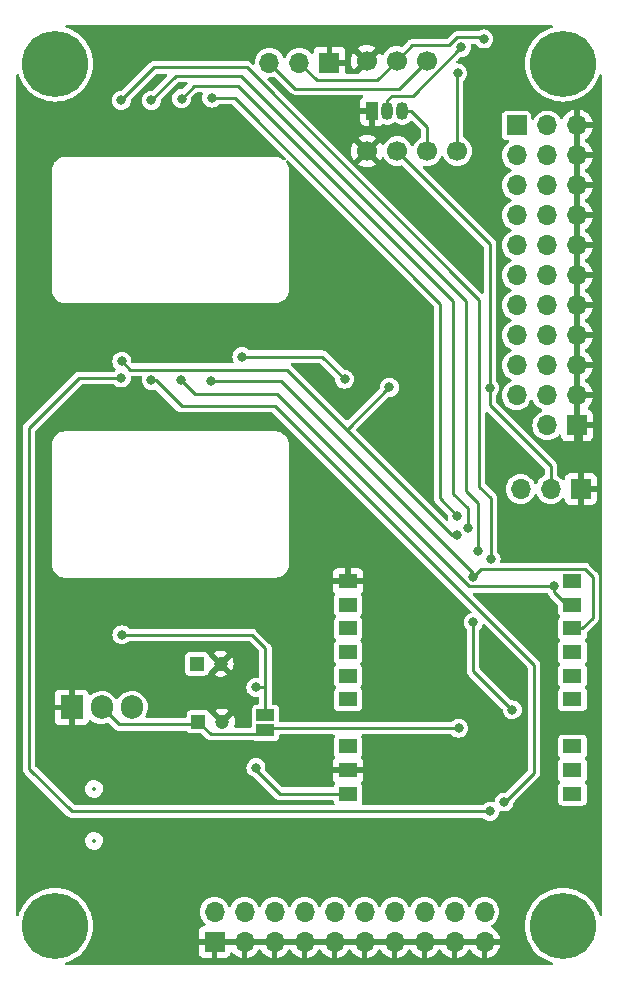
<source format=gbl>
%TF.GenerationSoftware,KiCad,Pcbnew,7.0.10*%
%TF.CreationDate,2024-08-19T10:26:00+10:00*%
%TF.ProjectId,AI4R-SENSORPCB,41493452-2d53-4454-9e53-4f525043422e,rev?*%
%TF.SameCoordinates,Original*%
%TF.FileFunction,Copper,L2,Bot*%
%TF.FilePolarity,Positive*%
%FSLAX46Y46*%
G04 Gerber Fmt 4.6, Leading zero omitted, Abs format (unit mm)*
G04 Created by KiCad (PCBNEW 7.0.10) date 2024-08-19 10:26:00*
%MOMM*%
%LPD*%
G01*
G04 APERTURE LIST*
%TA.AperFunction,ComponentPad*%
%ADD10C,5.600000*%
%TD*%
%TA.AperFunction,ComponentPad*%
%ADD11R,1.200000X1.200000*%
%TD*%
%TA.AperFunction,ComponentPad*%
%ADD12C,1.200000*%
%TD*%
%TA.AperFunction,ComponentPad*%
%ADD13R,1.700000X1.700000*%
%TD*%
%TA.AperFunction,ComponentPad*%
%ADD14O,1.700000X1.700000*%
%TD*%
%TA.AperFunction,ComponentPad*%
%ADD15C,1.700000*%
%TD*%
%TA.AperFunction,ComponentPad*%
%ADD16R,1.050000X1.500000*%
%TD*%
%TA.AperFunction,ComponentPad*%
%ADD17O,1.050000X1.500000*%
%TD*%
%TA.AperFunction,ComponentPad*%
%ADD18O,1.905000X2.000000*%
%TD*%
%TA.AperFunction,ComponentPad*%
%ADD19R,1.905000X2.000000*%
%TD*%
%TA.AperFunction,SMDPad,CuDef*%
%ADD20R,1.500000X1.000000*%
%TD*%
%TA.AperFunction,SMDPad,CuDef*%
%ADD21R,1.600000X1.200000*%
%TD*%
%TA.AperFunction,ViaPad*%
%ADD22C,0.800000*%
%TD*%
%TA.AperFunction,Conductor*%
%ADD23C,0.250000*%
%TD*%
%ADD24C,0.350000*%
G04 APERTURE END LIST*
D10*
%TO.P,H2,1*%
%TO.N,N/C*%
X58500000Y-15500000D03*
%TD*%
D11*
%TO.P,C2,1*%
%TO.N,VCC_TOF*%
X27500000Y-66300000D03*
D12*
%TO.P,C2,2*%
%TO.N,GND*%
X29500000Y-66300000D03*
%TD*%
D13*
%TO.P,J6,1,Pin_1*%
%TO.N,GND*%
X59700000Y-46120000D03*
D14*
%TO.P,J6,2,Pin_2*%
%TO.N,VCC*%
X57160000Y-46120000D03*
%TO.P,J6,3,Pin_3*%
%TO.N,GND*%
X59700000Y-43580000D03*
%TO.P,J6,4,Pin_4*%
%TO.N,VCC*%
X57160000Y-43580000D03*
%TO.P,J6,5,Pin_5*%
%TO.N,GND*%
X59700000Y-41040000D03*
%TO.P,J6,6,Pin_6*%
%TO.N,VCC*%
X57160000Y-41040000D03*
%TO.P,J6,7,Pin_7*%
%TO.N,GND*%
X59700000Y-38500000D03*
%TO.P,J6,8,Pin_8*%
%TO.N,VCC*%
X57160000Y-38500000D03*
%TO.P,J6,9,Pin_9*%
%TO.N,GND*%
X59700000Y-35960000D03*
%TO.P,J6,10,Pin_10*%
%TO.N,VCC*%
X57160000Y-35960000D03*
%TO.P,J6,11,Pin_11*%
%TO.N,GND*%
X59700000Y-33420000D03*
%TO.P,J6,12,Pin_12*%
%TO.N,VCC*%
X57160000Y-33420000D03*
%TO.P,J6,13,Pin_13*%
%TO.N,GND*%
X59700000Y-30880000D03*
%TO.P,J6,14,Pin_14*%
%TO.N,VCC*%
X57160000Y-30880000D03*
%TO.P,J6,15,Pin_15*%
%TO.N,GND*%
X59700000Y-28340000D03*
%TO.P,J6,16,Pin_16*%
%TO.N,VCC*%
X57160000Y-28340000D03*
%TO.P,J6,17,Pin_17*%
%TO.N,GND*%
X59700000Y-25800000D03*
%TO.P,J6,18,Pin_18*%
%TO.N,VCC*%
X57160000Y-25800000D03*
%TO.P,J6,19,Pin_19*%
%TO.N,GND*%
X59700000Y-23260000D03*
%TO.P,J6,20,Pin_20*%
%TO.N,VCC*%
X57160000Y-23260000D03*
%TO.P,J6,21,Pin_21*%
%TO.N,GND*%
X59700000Y-20720000D03*
%TO.P,J6,22,Pin_22*%
%TO.N,VCC*%
X57160000Y-20720000D03*
%TD*%
D13*
%TO.P,J8,1,Pin_1*%
%TO.N,GP6B*%
X54560000Y-20720000D03*
D14*
%TO.P,J8,2,Pin_2*%
%TO.N,GP7B*%
X54560000Y-23260000D03*
%TO.P,J8,3,Pin_3*%
%TO.N,GP8B*%
X54560000Y-25800000D03*
%TO.P,J8,4,Pin_4*%
%TO.N,GP9B*%
X54560000Y-28340000D03*
%TO.P,J8,5,Pin_5*%
%TO.N,GP10B*%
X54560000Y-30880000D03*
%TO.P,J8,6,Pin_6*%
%TO.N,GP11B*%
X54560000Y-33420000D03*
%TO.P,J8,7,Pin_7*%
%TO.N,GP12B*%
X54560000Y-35960000D03*
%TO.P,J8,8,Pin_8*%
%TO.N,GP13B*%
X54560000Y-38500000D03*
%TO.P,J8,9,Pin_9*%
%TO.N,GP14B*%
X54560000Y-41040000D03*
%TO.P,J8,10,Pin_10*%
%TO.N,GP15B*%
X54560000Y-43580000D03*
%TD*%
D10*
%TO.P,H4,1*%
%TO.N,N/C*%
X15500000Y-88500000D03*
%TD*%
D15*
%TO.P,U2,1,RCIN*%
%TO.N,Net-(J7-Pin_3)*%
X46950000Y-15270000D03*
%TO.P,U2,2,VRC*%
%TO.N,Net-(J7-Pin_2)*%
X44410000Y-15270000D03*
%TO.P,U2,3,GND*%
%TO.N,GND*%
X41870000Y-15270000D03*
%TO.P,U2,4,GND*%
X41920000Y-22890000D03*
%TO.P,U2,5,VCC*%
%TO.N,3V3B*%
X44460000Y-22890000D03*
%TO.P,U2,6,OUT*%
%TO.N,GPIO2B*%
X47000000Y-22890000D03*
%TO.P,U2,7,GOOD*%
%TO.N,GPIO1B*%
X49540000Y-22890000D03*
%TD*%
D13*
%TO.P,J10,1,Pin_1*%
%TO.N,GND*%
X28993500Y-89840000D03*
D14*
%TO.P,J10,2,Pin_2*%
%TO.N,GP15*%
X28993500Y-87300000D03*
%TO.P,J10,3,Pin_3*%
%TO.N,GND*%
X31533500Y-89840000D03*
%TO.P,J10,4,Pin_4*%
%TO.N,GP14*%
X31533500Y-87300000D03*
%TO.P,J10,5,Pin_5*%
%TO.N,GND*%
X34073500Y-89840000D03*
%TO.P,J10,6,Pin_6*%
%TO.N,GP13*%
X34073500Y-87300000D03*
%TO.P,J10,7,Pin_7*%
%TO.N,GND*%
X36613500Y-89840000D03*
%TO.P,J10,8,Pin_8*%
%TO.N,GP12*%
X36613500Y-87300000D03*
%TO.P,J10,9,Pin_9*%
%TO.N,GND*%
X39153500Y-89840000D03*
%TO.P,J10,10,Pin_10*%
%TO.N,GP11*%
X39153500Y-87300000D03*
%TO.P,J10,11,Pin_11*%
%TO.N,GND*%
X41693500Y-89840000D03*
%TO.P,J10,12,Pin_12*%
%TO.N,GP10*%
X41693500Y-87300000D03*
%TO.P,J10,13,Pin_13*%
%TO.N,GND*%
X44233500Y-89840000D03*
%TO.P,J10,14,Pin_14*%
%TO.N,GP9*%
X44233500Y-87300000D03*
%TO.P,J10,15,Pin_15*%
%TO.N,GND*%
X46773500Y-89840000D03*
%TO.P,J10,16,Pin_16*%
%TO.N,GP8*%
X46773500Y-87300000D03*
%TO.P,J10,17,Pin_17*%
%TO.N,GND*%
X49313500Y-89840000D03*
%TO.P,J10,18,Pin_18*%
%TO.N,GP7*%
X49313500Y-87300000D03*
%TO.P,J10,19,Pin_19*%
%TO.N,GND*%
X51853500Y-89840000D03*
%TO.P,J10,20,Pin_20*%
%TO.N,GP6*%
X51853500Y-87300000D03*
%TD*%
D11*
%TO.P,C1,1*%
%TO.N,3V3PS*%
X27627401Y-71200000D03*
D12*
%TO.P,C1,2*%
%TO.N,GND*%
X29627401Y-71200000D03*
%TD*%
D16*
%TO.P,Q1,1,E*%
%TO.N,GND*%
X42360000Y-19500000D03*
D17*
%TO.P,Q1,2,B*%
%TO.N,Net-(Q1-B)*%
X43630000Y-19500000D03*
%TO.P,Q1,3,C*%
%TO.N,GPIO2B*%
X44900000Y-19500000D03*
%TD*%
D13*
%TO.P,J7,1,Pin_1*%
%TO.N,GND*%
X38725000Y-15400000D03*
D14*
%TO.P,J7,2,Pin_2*%
%TO.N,Net-(J7-Pin_2)*%
X36185000Y-15400000D03*
%TO.P,J7,3,Pin_3*%
%TO.N,Net-(J7-Pin_3)*%
X33645000Y-15400000D03*
%TD*%
D18*
%TO.P,U3,3,VI*%
%TO.N,VCC_TOF*%
X21980000Y-70000000D03*
%TO.P,U3,2,VO*%
%TO.N,3V3PS*%
X19440000Y-70000000D03*
D19*
%TO.P,U3,1,GND*%
%TO.N,GND*%
X16900000Y-70000000D03*
%TD*%
D10*
%TO.P,H3,1*%
%TO.N,N/C*%
X58500000Y-88500000D03*
%TD*%
D13*
%TO.P,J9,1,Pin_1*%
%TO.N,GND*%
X60000000Y-51500000D03*
D14*
%TO.P,J9,2,Pin_2*%
%TO.N,3V3B*%
X57460000Y-51500000D03*
%TO.P,J9,3,Pin_3*%
%TO.N,GP26B*%
X54920000Y-51500000D03*
%TD*%
D10*
%TO.P,H1,1*%
%TO.N,N/C*%
X15500000Y-15500000D03*
%TD*%
D20*
%TO.P,JP1,1,A*%
%TO.N,3V3*%
X33300000Y-70650000D03*
%TO.P,JP1,2,B*%
%TO.N,3V3PS*%
X33300000Y-71950000D03*
%TD*%
D21*
%TO.P,U1,1,VDD*%
%TO.N,3V3*%
X40300000Y-77300000D03*
%TO.P,U1,2,GND_1*%
%TO.N,GND*%
X40300000Y-75300000D03*
%TO.P,U1,3,RSVR_1*%
%TO.N,unconnected-(U1-RSVR_1-Pad3)*%
X40300000Y-73300000D03*
%TO.P,U1,4,RSVR_2*%
%TO.N,unconnected-(U1-RSVR_2-Pad4)*%
X40300000Y-69300000D03*
%TO.P,U1,5,HINTN*%
%TO.N,unconnected-(U1-HINTN-Pad5)*%
X40300000Y-67300000D03*
%TO.P,U1,6,BOOTN*%
%TO.N,unconnected-(U1-BOOTN-Pad6)*%
X40300000Y-65300000D03*
%TO.P,U1,7,PS1*%
%TO.N,unconnected-(U1-PS1-Pad7)*%
X40300000Y-63300000D03*
%TO.P,U1,8,GND_2*%
%TO.N,unconnected-(U1-GND_2-Pad8)*%
X40300000Y-61300000D03*
%TO.P,U1,9,PS0/WAKEN*%
%TO.N,GND*%
X40300000Y-59300000D03*
%TO.P,U1,10,RSVR_3*%
%TO.N,unconnected-(U1-RSVR_3-Pad10)*%
X59300000Y-59300000D03*
%TO.P,U1,11,SDA/MISO/TXD*%
%TO.N,SDA1*%
X59300000Y-61300000D03*
%TO.P,U1,12,SCL/SCK/RXD*%
%TO.N,SCL1*%
X59300000Y-63300000D03*
%TO.P,U1,13,RSVR_4*%
%TO.N,unconnected-(U1-RSVR_4-Pad13)*%
X59300000Y-65300000D03*
%TO.P,U1,14,SA0/MOSI*%
%TO.N,unconnected-(U1-SA0{slash}MOSI-Pad14)*%
X59300000Y-67300000D03*
%TO.P,U1,15,CSN*%
%TO.N,unconnected-(U1-CSN-Pad15)*%
X59300000Y-69300000D03*
%TO.P,U1,16,RSVR_5*%
%TO.N,unconnected-(U1-RSVR_5-Pad16)*%
X59300000Y-73300000D03*
%TO.P,U1,17,RSVR_6*%
%TO.N,unconnected-(U1-RSVR_6-Pad17)*%
X59300000Y-75300000D03*
%TO.P,U1,18,NRST*%
%TO.N,unconnected-(U1-NRST-Pad18)*%
X59300000Y-77300000D03*
%TD*%
D22*
%TO.N,GND*%
X20300000Y-75300000D03*
X24900000Y-40400000D03*
X28600000Y-75600000D03*
X38200000Y-19500000D03*
X60250000Y-81550000D03*
X23600000Y-14450000D03*
X48900000Y-68400000D03*
X47900000Y-61300000D03*
X54800000Y-88400000D03*
X53500000Y-67400000D03*
X36300000Y-31050000D03*
X48600000Y-75850000D03*
X21700000Y-88050000D03*
X53750000Y-47150000D03*
X20200000Y-14500000D03*
X52250000Y-25050000D03*
X14000000Y-81050000D03*
X58900000Y-56750000D03*
X50650000Y-20100000D03*
X55100000Y-61300000D03*
X47900000Y-28500000D03*
%TO.N,3V3*%
X32500000Y-68300000D03*
X21150000Y-63850000D03*
X32500000Y-75100000D03*
%TO.N,SDA1*%
X26183560Y-42266950D03*
X57750000Y-59700000D03*
%TO.N,SCL1*%
X28730000Y-42350000D03*
X54200000Y-70200000D03*
X50900000Y-58925000D03*
X50900000Y-62800000D03*
%TO.N,SDA2*%
X21100000Y-42100000D03*
X52300000Y-78800000D03*
%TO.N,SCL2*%
X23650000Y-42300000D03*
X53500000Y-78000000D03*
%TO.N,SDA3*%
X50450000Y-54800000D03*
X26200000Y-18450000D03*
%TO.N,SCL3*%
X49550000Y-53750000D03*
X28750000Y-18400000D03*
%TO.N,SDA4*%
X52400000Y-57450000D03*
X21100000Y-18600000D03*
%TO.N,SCL4*%
X51275000Y-56725000D03*
X23650000Y-18600000D03*
%TO.N,Net-(J7-Pin_2)*%
X51800000Y-13400000D03*
%TO.N,3V3B*%
X43800000Y-42900000D03*
X52300000Y-42950000D03*
X21150000Y-40700000D03*
X49511388Y-55373596D03*
%TO.N,GPIO1B*%
X49564191Y-16277847D03*
%TO.N,GP26B*%
X31300000Y-40300000D03*
X40000000Y-42200000D03*
%TO.N,Net-(Q1-B)*%
X49900000Y-14100000D03*
%TO.N,3V3PS*%
X49650000Y-71750000D03*
%TD*%
D23*
%TO.N,SCL1*%
X59300000Y-63300000D02*
X60100000Y-63300000D01*
X61000000Y-62400000D02*
X61000000Y-58950000D01*
X61000000Y-58950000D02*
X60325000Y-58275000D01*
X60325000Y-58275000D02*
X51550000Y-58275000D01*
X60100000Y-63300000D02*
X61000000Y-62400000D01*
X51550000Y-58275000D02*
X50900000Y-58925000D01*
X28730000Y-42350000D02*
X34600000Y-42350000D01*
X34600000Y-42350000D02*
X50900000Y-58650000D01*
X50900000Y-58650000D02*
X50900000Y-58925000D01*
%TO.N,3V3B*%
X43800000Y-42900000D02*
X40200000Y-46500000D01*
X40200000Y-46500000D02*
X49073596Y-55373596D01*
X49073596Y-55373596D02*
X49511388Y-55373596D01*
X21150000Y-40700000D02*
X21850000Y-41400000D01*
X21850000Y-41400000D02*
X35100000Y-41400000D01*
X35100000Y-41400000D02*
X40200000Y-46500000D01*
X52300000Y-42950000D02*
X52300000Y-30730000D01*
X52300000Y-30730000D02*
X44460000Y-22890000D01*
%TO.N,SDA3*%
X50450000Y-54800000D02*
X50450000Y-53150000D01*
X50450000Y-53150000D02*
X49200000Y-51900000D01*
X49200000Y-51900000D02*
X49200000Y-35600000D01*
X49200000Y-35600000D02*
X31000000Y-17400000D01*
X31000000Y-17400000D02*
X27250000Y-17400000D01*
X27250000Y-17400000D02*
X26200000Y-18450000D01*
%TO.N,SCL2*%
X23650000Y-42300000D02*
X24000000Y-42300000D01*
X24000000Y-42300000D02*
X26200000Y-44500000D01*
X26200000Y-44500000D02*
X34150000Y-44500000D01*
X56050000Y-75550000D02*
X53600000Y-78000000D01*
X53600000Y-78000000D02*
X53500000Y-78000000D01*
X34150000Y-44500000D02*
X56050000Y-66400000D01*
X56050000Y-66400000D02*
X56050000Y-75550000D01*
%TO.N,SCL1*%
X50900000Y-62800000D02*
X50900000Y-66900000D01*
X50900000Y-66900000D02*
X54200000Y-70200000D01*
%TO.N,SCL4*%
X51275000Y-56725000D02*
X51275000Y-52675000D01*
X50300000Y-35550000D02*
X31250000Y-16500000D01*
X51275000Y-52675000D02*
X50300000Y-51700000D01*
X50300000Y-51700000D02*
X50300000Y-35550000D01*
X31250000Y-16500000D02*
X25750000Y-16500000D01*
X25750000Y-16500000D02*
X23650000Y-18600000D01*
%TO.N,GND*%
X60000000Y-51500000D02*
X60000000Y-46060000D01*
X60000000Y-46060000D02*
X59700000Y-45760000D01*
%TO.N,3V3*%
X40300000Y-77300000D02*
X34500000Y-77300000D01*
X32500000Y-75300000D02*
X32500000Y-75100000D01*
X32150000Y-63850000D02*
X21150000Y-63850000D01*
X33300000Y-65000000D02*
X32150000Y-63850000D01*
X33300000Y-68300000D02*
X32500000Y-68300000D01*
X33300000Y-68300000D02*
X33300000Y-65000000D01*
X32500000Y-75100000D02*
X32500000Y-75200000D01*
X34500000Y-77300000D02*
X32500000Y-75300000D01*
X33300000Y-70650000D02*
X33300000Y-68300000D01*
%TO.N,SDA1*%
X50558273Y-59750000D02*
X57700000Y-59750000D01*
X26183560Y-42266950D02*
X27366610Y-43450000D01*
X57700000Y-59750000D02*
X57750000Y-59700000D01*
X59300000Y-61300000D02*
X58800000Y-61300000D01*
X57750000Y-59700000D02*
X57650000Y-59650000D01*
X27366610Y-43450000D02*
X34258273Y-43450000D01*
X34258273Y-43450000D02*
X50558273Y-59750000D01*
X57750000Y-60250000D02*
X57750000Y-59700000D01*
X57650000Y-59650000D02*
X57600000Y-59650000D01*
X58800000Y-61300000D02*
X57750000Y-60250000D01*
%TO.N,SDA2*%
X13300000Y-46300000D02*
X13300000Y-75200000D01*
X17500000Y-42100000D02*
X13300000Y-46300000D01*
X13300000Y-75200000D02*
X16900000Y-78800000D01*
X21100000Y-42100000D02*
X17500000Y-42100000D01*
X16900000Y-78800000D02*
X52300000Y-78800000D01*
X52300000Y-78800000D02*
X52200000Y-78800000D01*
%TO.N,SCL2*%
X53500000Y-78000000D02*
X53500000Y-78100000D01*
%TO.N,SCL3*%
X49550000Y-53750000D02*
X48100000Y-52300000D01*
X48100000Y-35800000D02*
X30700000Y-18400000D01*
X48100000Y-52300000D02*
X48100000Y-35800000D01*
X30700000Y-18400000D02*
X28750000Y-18400000D01*
%TO.N,SDA4*%
X51400000Y-51300000D02*
X51400000Y-35500000D01*
X31700000Y-15800000D02*
X23900000Y-15800000D01*
X51400000Y-35500000D02*
X31700000Y-15800000D01*
X52400000Y-52300000D02*
X51400000Y-51300000D01*
X23900000Y-15800000D02*
X21100000Y-18600000D01*
X52400000Y-57450000D02*
X52400000Y-52300000D01*
%TO.N,Net-(J7-Pin_2)*%
X45730000Y-13950000D02*
X48883273Y-13950000D01*
X36185000Y-15400000D02*
X37685000Y-16900000D01*
X42780000Y-16900000D02*
X44410000Y-15270000D01*
X48883273Y-13950000D02*
X49558273Y-13275000D01*
X44410000Y-15270000D02*
X45730000Y-13950000D01*
X51675000Y-13275000D02*
X51800000Y-13400000D01*
X51800000Y-13400000D02*
X51825000Y-13375000D01*
X37685000Y-16900000D02*
X42780000Y-16900000D01*
X51875000Y-13375000D02*
X51900000Y-13400000D01*
X49558273Y-13275000D02*
X51675000Y-13275000D01*
X51825000Y-13375000D02*
X51875000Y-13375000D01*
%TO.N,Net-(J7-Pin_3)*%
X44620000Y-17600000D02*
X46950000Y-15270000D01*
X33920000Y-15400000D02*
X33645000Y-15400000D01*
X33645000Y-15400000D02*
X35845000Y-17600000D01*
X35845000Y-17600000D02*
X44620000Y-17600000D01*
%TO.N,3V3B*%
X52300000Y-44400000D02*
X57460000Y-49560000D01*
X52300000Y-42950000D02*
X52300000Y-44400000D01*
X57460000Y-49560000D02*
X57460000Y-51500000D01*
X52300000Y-42950000D02*
X52150000Y-42800000D01*
%TO.N,GPIO1B*%
X49564191Y-16277847D02*
X49540000Y-16302038D01*
X49540000Y-16302038D02*
X49540000Y-22890000D01*
%TO.N,GP26B*%
X38100000Y-40300000D02*
X31300000Y-40300000D01*
X40000000Y-42200000D02*
X38100000Y-40300000D01*
%TO.N,Net-(Q1-B)*%
X43630000Y-19500000D02*
X43630000Y-18570000D01*
X43630000Y-18570000D02*
X44000000Y-18200000D01*
X45800000Y-18200000D02*
X49900000Y-14100000D01*
X44000000Y-18200000D02*
X45800000Y-18200000D01*
%TO.N,3V3PS*%
X28652401Y-72225000D02*
X33025000Y-72225000D01*
X27627401Y-71200000D02*
X27402401Y-71425000D01*
X20865000Y-71425000D02*
X19440000Y-70000000D01*
X49650000Y-71750000D02*
X49600000Y-71700000D01*
X33300000Y-71950000D02*
X33500000Y-71750000D01*
X27627401Y-71200000D02*
X28652401Y-72225000D01*
X33500000Y-71750000D02*
X49650000Y-71750000D01*
X33025000Y-72225000D02*
X33300000Y-71950000D01*
X27402401Y-71425000D02*
X20865000Y-71425000D01*
%TO.N,GPIO2B*%
X45650000Y-19500000D02*
X47000000Y-20850000D01*
X47000000Y-20850000D02*
X47000000Y-22890000D01*
X44900000Y-19500000D02*
X45650000Y-19500000D01*
%TD*%
%TA.AperFunction,Conductor*%
%TO.N,GND*%
G36*
X31074007Y-89630156D02*
G01*
X31033500Y-89768111D01*
X31033500Y-89911889D01*
X31074007Y-90049844D01*
X31099814Y-90090000D01*
X29427186Y-90090000D01*
X29452993Y-90049844D01*
X29493500Y-89911889D01*
X29493500Y-89768111D01*
X29452993Y-89630156D01*
X29427186Y-89590000D01*
X31099814Y-89590000D01*
X31074007Y-89630156D01*
G37*
%TD.AperFunction*%
%TA.AperFunction,Conductor*%
G36*
X33614007Y-89630156D02*
G01*
X33573500Y-89768111D01*
X33573500Y-89911889D01*
X33614007Y-90049844D01*
X33639814Y-90090000D01*
X31967186Y-90090000D01*
X31992993Y-90049844D01*
X32033500Y-89911889D01*
X32033500Y-89768111D01*
X31992993Y-89630156D01*
X31967186Y-89590000D01*
X33639814Y-89590000D01*
X33614007Y-89630156D01*
G37*
%TD.AperFunction*%
%TA.AperFunction,Conductor*%
G36*
X36154007Y-89630156D02*
G01*
X36113500Y-89768111D01*
X36113500Y-89911889D01*
X36154007Y-90049844D01*
X36179814Y-90090000D01*
X34507186Y-90090000D01*
X34532993Y-90049844D01*
X34573500Y-89911889D01*
X34573500Y-89768111D01*
X34532993Y-89630156D01*
X34507186Y-89590000D01*
X36179814Y-89590000D01*
X36154007Y-89630156D01*
G37*
%TD.AperFunction*%
%TA.AperFunction,Conductor*%
G36*
X38694007Y-89630156D02*
G01*
X38653500Y-89768111D01*
X38653500Y-89911889D01*
X38694007Y-90049844D01*
X38719814Y-90090000D01*
X37047186Y-90090000D01*
X37072993Y-90049844D01*
X37113500Y-89911889D01*
X37113500Y-89768111D01*
X37072993Y-89630156D01*
X37047186Y-89590000D01*
X38719814Y-89590000D01*
X38694007Y-89630156D01*
G37*
%TD.AperFunction*%
%TA.AperFunction,Conductor*%
G36*
X41234007Y-89630156D02*
G01*
X41193500Y-89768111D01*
X41193500Y-89911889D01*
X41234007Y-90049844D01*
X41259814Y-90090000D01*
X39587186Y-90090000D01*
X39612993Y-90049844D01*
X39653500Y-89911889D01*
X39653500Y-89768111D01*
X39612993Y-89630156D01*
X39587186Y-89590000D01*
X41259814Y-89590000D01*
X41234007Y-89630156D01*
G37*
%TD.AperFunction*%
%TA.AperFunction,Conductor*%
G36*
X43774007Y-89630156D02*
G01*
X43733500Y-89768111D01*
X43733500Y-89911889D01*
X43774007Y-90049844D01*
X43799814Y-90090000D01*
X42127186Y-90090000D01*
X42152993Y-90049844D01*
X42193500Y-89911889D01*
X42193500Y-89768111D01*
X42152993Y-89630156D01*
X42127186Y-89590000D01*
X43799814Y-89590000D01*
X43774007Y-89630156D01*
G37*
%TD.AperFunction*%
%TA.AperFunction,Conductor*%
G36*
X46314007Y-89630156D02*
G01*
X46273500Y-89768111D01*
X46273500Y-89911889D01*
X46314007Y-90049844D01*
X46339814Y-90090000D01*
X44667186Y-90090000D01*
X44692993Y-90049844D01*
X44733500Y-89911889D01*
X44733500Y-89768111D01*
X44692993Y-89630156D01*
X44667186Y-89590000D01*
X46339814Y-89590000D01*
X46314007Y-89630156D01*
G37*
%TD.AperFunction*%
%TA.AperFunction,Conductor*%
G36*
X48854007Y-89630156D02*
G01*
X48813500Y-89768111D01*
X48813500Y-89911889D01*
X48854007Y-90049844D01*
X48879814Y-90090000D01*
X47207186Y-90090000D01*
X47232993Y-90049844D01*
X47273500Y-89911889D01*
X47273500Y-89768111D01*
X47232993Y-89630156D01*
X47207186Y-89590000D01*
X48879814Y-89590000D01*
X48854007Y-89630156D01*
G37*
%TD.AperFunction*%
%TA.AperFunction,Conductor*%
G36*
X51394007Y-89630156D02*
G01*
X51353500Y-89768111D01*
X51353500Y-89911889D01*
X51394007Y-90049844D01*
X51419814Y-90090000D01*
X49747186Y-90090000D01*
X49772993Y-90049844D01*
X49813500Y-89911889D01*
X49813500Y-89768111D01*
X49772993Y-89630156D01*
X49747186Y-89590000D01*
X51419814Y-89590000D01*
X51394007Y-89630156D01*
G37*
%TD.AperFunction*%
%TA.AperFunction,Conductor*%
G36*
X22825228Y-41945185D02*
G01*
X22870983Y-41997989D01*
X22880927Y-42067147D01*
X22875230Y-42090455D01*
X22864633Y-42120737D01*
X22864630Y-42120750D01*
X22844435Y-42299996D01*
X22844435Y-42300003D01*
X22864630Y-42479249D01*
X22864631Y-42479254D01*
X22924211Y-42649523D01*
X23000384Y-42770750D01*
X23020184Y-42802262D01*
X23147738Y-42929816D01*
X23203039Y-42964564D01*
X23256729Y-42998300D01*
X23300478Y-43025789D01*
X23453258Y-43079249D01*
X23470745Y-43085368D01*
X23470750Y-43085369D01*
X23649996Y-43105565D01*
X23650000Y-43105565D01*
X23650004Y-43105565D01*
X23829249Y-43085369D01*
X23829250Y-43085368D01*
X23829255Y-43085368D01*
X23913460Y-43055902D01*
X23983235Y-43052340D01*
X24042093Y-43085263D01*
X25820558Y-44863728D01*
X25823499Y-44866771D01*
X25839397Y-44883793D01*
X25865245Y-44911469D01*
X25898499Y-44931691D01*
X25908990Y-44938830D01*
X25940025Y-44962365D01*
X25940028Y-44962366D01*
X25940028Y-44962367D01*
X25955509Y-44968471D01*
X25974451Y-44977878D01*
X25988672Y-44986526D01*
X26026160Y-44997029D01*
X26038184Y-45001072D01*
X26074411Y-45015359D01*
X26090977Y-45017061D01*
X26111741Y-45021008D01*
X26127772Y-45025500D01*
X26166696Y-45025500D01*
X26179376Y-45026150D01*
X26182275Y-45026447D01*
X26218110Y-45030132D01*
X26234518Y-45027303D01*
X26255586Y-45025500D01*
X33880968Y-45025500D01*
X33948007Y-45045185D01*
X33968649Y-45061819D01*
X50729890Y-61823059D01*
X50763375Y-61884382D01*
X50758391Y-61954074D01*
X50716519Y-62010007D01*
X50683164Y-62027781D01*
X50550480Y-62074209D01*
X50397737Y-62170184D01*
X50270184Y-62297737D01*
X50174211Y-62450476D01*
X50114631Y-62620745D01*
X50114630Y-62620750D01*
X50094435Y-62799996D01*
X50094435Y-62800003D01*
X50114630Y-62979249D01*
X50114631Y-62979254D01*
X50174211Y-63149523D01*
X50270184Y-63302262D01*
X50338181Y-63370259D01*
X50371666Y-63431582D01*
X50374500Y-63457940D01*
X50374500Y-66888890D01*
X50374428Y-66893123D01*
X50373117Y-66931517D01*
X50372340Y-66954250D01*
X50381556Y-66992068D01*
X50383927Y-67004540D01*
X50389228Y-67043109D01*
X50395864Y-67058387D01*
X50402602Y-67078424D01*
X50406542Y-67094593D01*
X50406543Y-67094594D01*
X50425618Y-67128520D01*
X50431266Y-67139890D01*
X50446782Y-67175612D01*
X50457283Y-67188518D01*
X50469182Y-67206000D01*
X50477342Y-67220512D01*
X50504878Y-67248048D01*
X50513377Y-67257466D01*
X50537943Y-67287662D01*
X50537944Y-67287663D01*
X50537946Y-67287665D01*
X50551544Y-67297264D01*
X50567715Y-67310885D01*
X53358528Y-70101698D01*
X53392013Y-70163021D01*
X53393546Y-70193037D01*
X53394435Y-70193037D01*
X53394435Y-70200003D01*
X53414630Y-70379249D01*
X53414631Y-70379254D01*
X53474211Y-70549523D01*
X53570184Y-70702262D01*
X53697738Y-70829816D01*
X53850478Y-70925789D01*
X53961479Y-70964630D01*
X54020745Y-70985368D01*
X54020750Y-70985369D01*
X54199996Y-71005565D01*
X54200000Y-71005565D01*
X54200004Y-71005565D01*
X54379249Y-70985369D01*
X54379252Y-70985368D01*
X54379255Y-70985368D01*
X54549522Y-70925789D01*
X54702262Y-70829816D01*
X54829816Y-70702262D01*
X54925789Y-70549522D01*
X54985368Y-70379255D01*
X54987351Y-70361657D01*
X55005565Y-70200003D01*
X55005565Y-70199996D01*
X54985369Y-70020750D01*
X54985368Y-70020745D01*
X54925788Y-69850476D01*
X54845701Y-69723019D01*
X54829816Y-69697738D01*
X54702262Y-69570184D01*
X54700932Y-69569348D01*
X54549523Y-69474211D01*
X54379254Y-69414631D01*
X54379249Y-69414630D01*
X54200004Y-69394435D01*
X54193037Y-69394435D01*
X54193037Y-69392277D01*
X54134436Y-69382010D01*
X54101698Y-69358528D01*
X51461819Y-66718649D01*
X51428334Y-66657326D01*
X51425500Y-66630968D01*
X51425500Y-63457940D01*
X51445185Y-63390901D01*
X51461819Y-63370259D01*
X51484341Y-63347737D01*
X51529816Y-63302262D01*
X51625789Y-63149522D01*
X51672218Y-63016833D01*
X51712938Y-62960060D01*
X51777891Y-62934312D01*
X51846453Y-62947768D01*
X51876940Y-62970109D01*
X55488181Y-66581350D01*
X55521666Y-66642673D01*
X55524500Y-66669031D01*
X55524500Y-75280968D01*
X55504815Y-75348007D01*
X55488181Y-75368649D01*
X53688175Y-77168654D01*
X53626852Y-77202139D01*
X53586611Y-77204193D01*
X53500003Y-77194435D01*
X53499996Y-77194435D01*
X53320750Y-77214630D01*
X53320745Y-77214631D01*
X53150476Y-77274211D01*
X52997737Y-77370184D01*
X52870184Y-77497737D01*
X52774211Y-77650476D01*
X52714631Y-77820745D01*
X52714630Y-77820750D01*
X52702096Y-77932001D01*
X52675030Y-77996415D01*
X52617435Y-78035971D01*
X52547598Y-78038108D01*
X52537922Y-78035160D01*
X52479257Y-78014632D01*
X52479249Y-78014630D01*
X52300004Y-77994435D01*
X52299996Y-77994435D01*
X52120750Y-78014630D01*
X52120745Y-78014631D01*
X51950476Y-78074211D01*
X51797737Y-78170184D01*
X51729741Y-78238181D01*
X51668418Y-78271666D01*
X51642060Y-78274500D01*
X41561023Y-78274500D01*
X41493984Y-78254815D01*
X41448229Y-78202011D01*
X41438285Y-78132853D01*
X41450539Y-78094205D01*
X41485646Y-78025304D01*
X41485646Y-78025302D01*
X41485647Y-78025301D01*
X41496282Y-77958147D01*
X41500500Y-77931519D01*
X41500499Y-76668482D01*
X41485646Y-76574696D01*
X41428050Y-76461658D01*
X41428046Y-76461654D01*
X41428045Y-76461652D01*
X41424781Y-76458388D01*
X41391296Y-76397065D01*
X41396280Y-76327373D01*
X41438151Y-76271440D01*
X41457191Y-76257186D01*
X41543350Y-76142093D01*
X41543354Y-76142086D01*
X41593596Y-76007379D01*
X41593598Y-76007372D01*
X41599999Y-75947844D01*
X41600000Y-75947827D01*
X41600000Y-75550000D01*
X39000000Y-75550000D01*
X39000000Y-75947844D01*
X39006401Y-76007372D01*
X39006403Y-76007379D01*
X39056645Y-76142086D01*
X39056649Y-76142093D01*
X39142809Y-76257187D01*
X39161849Y-76271441D01*
X39203720Y-76327376D01*
X39208703Y-76397068D01*
X39175223Y-76458384D01*
X39171953Y-76461653D01*
X39171951Y-76461657D01*
X39114352Y-76574698D01*
X39099275Y-76669898D01*
X39069346Y-76733032D01*
X39010035Y-76769964D01*
X38976802Y-76774500D01*
X34769031Y-76774500D01*
X34701992Y-76754815D01*
X34681350Y-76738181D01*
X33321219Y-75378050D01*
X33287734Y-75316727D01*
X33285680Y-75276485D01*
X33305565Y-75100002D01*
X33305565Y-75099996D01*
X33285369Y-74920750D01*
X33285368Y-74920745D01*
X33225788Y-74750476D01*
X33164019Y-74652172D01*
X33129816Y-74597738D01*
X33002262Y-74470184D01*
X32988691Y-74461657D01*
X32849523Y-74374211D01*
X32679254Y-74314631D01*
X32679249Y-74314630D01*
X32500004Y-74294435D01*
X32499996Y-74294435D01*
X32320750Y-74314630D01*
X32320745Y-74314631D01*
X32150476Y-74374211D01*
X31997737Y-74470184D01*
X31870184Y-74597737D01*
X31774211Y-74750476D01*
X31714631Y-74920745D01*
X31714630Y-74920750D01*
X31694435Y-75099996D01*
X31694435Y-75100003D01*
X31714630Y-75279249D01*
X31714631Y-75279254D01*
X31774211Y-75449523D01*
X31842037Y-75557466D01*
X31870184Y-75602262D01*
X31997738Y-75729816D01*
X32125307Y-75809973D01*
X32150478Y-75825789D01*
X32327032Y-75887568D01*
X32373759Y-75916929D01*
X34120544Y-77663713D01*
X34123486Y-77666757D01*
X34165243Y-77711468D01*
X34198501Y-77731692D01*
X34208998Y-77738836D01*
X34231342Y-77755779D01*
X34240025Y-77762364D01*
X34255510Y-77768470D01*
X34274448Y-77777876D01*
X34288672Y-77786526D01*
X34326168Y-77797031D01*
X34338180Y-77801071D01*
X34374411Y-77815359D01*
X34380067Y-77815940D01*
X34390968Y-77817061D01*
X34411746Y-77821009D01*
X34427772Y-77825500D01*
X34466704Y-77825500D01*
X34479383Y-77826150D01*
X34484428Y-77826668D01*
X34518110Y-77830131D01*
X34534514Y-77827302D01*
X34555580Y-77825500D01*
X38976803Y-77825500D01*
X39043842Y-77845185D01*
X39089597Y-77897989D01*
X39099277Y-77930103D01*
X39099501Y-77931517D01*
X39099501Y-77931518D01*
X39114354Y-78025304D01*
X39149462Y-78094208D01*
X39162358Y-78162874D01*
X39136082Y-78227614D01*
X39078976Y-78267872D01*
X39038977Y-78274500D01*
X17169032Y-78274500D01*
X17101993Y-78254815D01*
X17081351Y-78238181D01*
X15787103Y-76943933D01*
X18045668Y-76943933D01*
X18061058Y-77031210D01*
X18076135Y-77116711D01*
X18145623Y-77277804D01*
X18145624Y-77277806D01*
X18145626Y-77277809D01*
X18250390Y-77418530D01*
X18384786Y-77531302D01*
X18462488Y-77570325D01*
X18541562Y-77610038D01*
X18541563Y-77610038D01*
X18541567Y-77610040D01*
X18712279Y-77650500D01*
X18712282Y-77650500D01*
X18843701Y-77650500D01*
X18843709Y-77650500D01*
X18974255Y-77635241D01*
X19139117Y-77575237D01*
X19285696Y-77478830D01*
X19406092Y-77351218D01*
X19493812Y-77199281D01*
X19544130Y-77031210D01*
X19554331Y-76856065D01*
X19523865Y-76683289D01*
X19454377Y-76522196D01*
X19349610Y-76381470D01*
X19304161Y-76343334D01*
X19215214Y-76268698D01*
X19215212Y-76268697D01*
X19058437Y-76189961D01*
X19058433Y-76189960D01*
X18887721Y-76149500D01*
X18756291Y-76149500D01*
X18651854Y-76161707D01*
X18625743Y-76164759D01*
X18625740Y-76164760D01*
X18460884Y-76224762D01*
X18460880Y-76224764D01*
X18314306Y-76321167D01*
X18314305Y-76321168D01*
X18193910Y-76448778D01*
X18106188Y-76600718D01*
X18055870Y-76768789D01*
X18055869Y-76768794D01*
X18045668Y-76943933D01*
X15787103Y-76943933D01*
X13861819Y-75018649D01*
X13828334Y-74957326D01*
X13825500Y-74930968D01*
X13825500Y-71047844D01*
X15447500Y-71047844D01*
X15453901Y-71107372D01*
X15453903Y-71107379D01*
X15504145Y-71242086D01*
X15504149Y-71242093D01*
X15590309Y-71357187D01*
X15590312Y-71357190D01*
X15705406Y-71443350D01*
X15705413Y-71443354D01*
X15840120Y-71493596D01*
X15840127Y-71493598D01*
X15899655Y-71499999D01*
X15899672Y-71500000D01*
X16650000Y-71500000D01*
X16650000Y-70491683D01*
X16678819Y-70509209D01*
X16824404Y-70550000D01*
X16937622Y-70550000D01*
X17049783Y-70534584D01*
X17150000Y-70491053D01*
X17150000Y-71500000D01*
X17900328Y-71500000D01*
X17900344Y-71499999D01*
X17959872Y-71493598D01*
X17959879Y-71493596D01*
X18094586Y-71443354D01*
X18094593Y-71443350D01*
X18209687Y-71357190D01*
X18209690Y-71357187D01*
X18295850Y-71242093D01*
X18295855Y-71242084D01*
X18343184Y-71115188D01*
X18385055Y-71059254D01*
X18450519Y-71034836D01*
X18518792Y-71049687D01*
X18541290Y-71065437D01*
X18542876Y-71066833D01*
X18728042Y-71203782D01*
X18728044Y-71203783D01*
X18728047Y-71203785D01*
X18933701Y-71307473D01*
X19153920Y-71374914D01*
X19382369Y-71404168D01*
X19612476Y-71394394D01*
X19837622Y-71345871D01*
X19907917Y-71317623D01*
X19977459Y-71310893D01*
X20039603Y-71342828D01*
X20041831Y-71345001D01*
X20485544Y-71788713D01*
X20488486Y-71791757D01*
X20530243Y-71836468D01*
X20563501Y-71856692D01*
X20573998Y-71863836D01*
X20596342Y-71880779D01*
X20605025Y-71887364D01*
X20620510Y-71893470D01*
X20639448Y-71902876D01*
X20653672Y-71911526D01*
X20691168Y-71922031D01*
X20703180Y-71926071D01*
X20739411Y-71940359D01*
X20755977Y-71942061D01*
X20776741Y-71946008D01*
X20792772Y-71950500D01*
X20831703Y-71950500D01*
X20844382Y-71951150D01*
X20849427Y-71951668D01*
X20883109Y-71955131D01*
X20899513Y-71952302D01*
X20920579Y-71950500D01*
X26578606Y-71950500D01*
X26645645Y-71970185D01*
X26689090Y-72018204D01*
X26699350Y-72038340D01*
X26699355Y-72038347D01*
X26789053Y-72128045D01*
X26789055Y-72128046D01*
X26789059Y-72128050D01*
X26902097Y-72185646D01*
X26902099Y-72185647D01*
X26995876Y-72200499D01*
X26995882Y-72200500D01*
X27833368Y-72200499D01*
X27900407Y-72220183D01*
X27921049Y-72236818D01*
X28272945Y-72588713D01*
X28275887Y-72591757D01*
X28317644Y-72636468D01*
X28350902Y-72656692D01*
X28361399Y-72663836D01*
X28367517Y-72668475D01*
X28392426Y-72687364D01*
X28407911Y-72693470D01*
X28426849Y-72702876D01*
X28441073Y-72711526D01*
X28478569Y-72722031D01*
X28490581Y-72726071D01*
X28526812Y-72740359D01*
X28532468Y-72740940D01*
X28543369Y-72742061D01*
X28564147Y-72746009D01*
X28580173Y-72750500D01*
X28619105Y-72750500D01*
X28631784Y-72751150D01*
X28636829Y-72751668D01*
X28670511Y-72755131D01*
X28686915Y-72752302D01*
X28707981Y-72750500D01*
X32233448Y-72750500D01*
X32300487Y-72770185D01*
X32306329Y-72774179D01*
X32311653Y-72778046D01*
X32311655Y-72778047D01*
X32311658Y-72778050D01*
X32424694Y-72835645D01*
X32424698Y-72835647D01*
X32518475Y-72850499D01*
X32518481Y-72850500D01*
X34081518Y-72850499D01*
X34175304Y-72835646D01*
X34288342Y-72778050D01*
X34378050Y-72688342D01*
X34435646Y-72575304D01*
X34435646Y-72575302D01*
X34435647Y-72575301D01*
X34450500Y-72481524D01*
X34450500Y-72399500D01*
X34470185Y-72332461D01*
X34522989Y-72286706D01*
X34574500Y-72275500D01*
X39064453Y-72275500D01*
X39131492Y-72295185D01*
X39177247Y-72347989D01*
X39187191Y-72417147D01*
X39174938Y-72455795D01*
X39171951Y-72461656D01*
X39171950Y-72461658D01*
X39161828Y-72481524D01*
X39114352Y-72574698D01*
X39099500Y-72668475D01*
X39099500Y-73931517D01*
X39110292Y-73999657D01*
X39114354Y-74025304D01*
X39171950Y-74138342D01*
X39171952Y-74138344D01*
X39171954Y-74138347D01*
X39175218Y-74141611D01*
X39208703Y-74202934D01*
X39203719Y-74272626D01*
X39161852Y-74328556D01*
X39142810Y-74342811D01*
X39142809Y-74342812D01*
X39056649Y-74457906D01*
X39056645Y-74457913D01*
X39006403Y-74592620D01*
X39006401Y-74592627D01*
X39000000Y-74652155D01*
X39000000Y-75050000D01*
X41600000Y-75050000D01*
X41600000Y-74652172D01*
X41599999Y-74652155D01*
X41593598Y-74592627D01*
X41593596Y-74592620D01*
X41543354Y-74457913D01*
X41543350Y-74457906D01*
X41457190Y-74342812D01*
X41457188Y-74342810D01*
X41438149Y-74328557D01*
X41396279Y-74272622D01*
X41391296Y-74202931D01*
X41424781Y-74141610D01*
X41428050Y-74138342D01*
X41485646Y-74025304D01*
X41485646Y-74025302D01*
X41485647Y-74025301D01*
X41500499Y-73931524D01*
X41500500Y-73931519D01*
X41500499Y-72668482D01*
X41485646Y-72574696D01*
X41428050Y-72461658D01*
X41428048Y-72461656D01*
X41425062Y-72455795D01*
X41412166Y-72387126D01*
X41438442Y-72322385D01*
X41495549Y-72282128D01*
X41535547Y-72275500D01*
X48992060Y-72275500D01*
X49059099Y-72295185D01*
X49079741Y-72311819D01*
X49147738Y-72379816D01*
X49159372Y-72387126D01*
X49277988Y-72461658D01*
X49300478Y-72475789D01*
X49316868Y-72481524D01*
X49470745Y-72535368D01*
X49470750Y-72535369D01*
X49649996Y-72555565D01*
X49650000Y-72555565D01*
X49650004Y-72555565D01*
X49829249Y-72535369D01*
X49829252Y-72535368D01*
X49829255Y-72535368D01*
X49999522Y-72475789D01*
X50152262Y-72379816D01*
X50279816Y-72252262D01*
X50375789Y-72099522D01*
X50435368Y-71929255D01*
X50435369Y-71929249D01*
X50455565Y-71750003D01*
X50455565Y-71749996D01*
X50435369Y-71570750D01*
X50435368Y-71570745D01*
X50390792Y-71443354D01*
X50375789Y-71400478D01*
X50348587Y-71357187D01*
X50317349Y-71307472D01*
X50279816Y-71247738D01*
X50152262Y-71120184D01*
X50120935Y-71100500D01*
X49999523Y-71024211D01*
X49829254Y-70964631D01*
X49829249Y-70964630D01*
X49650004Y-70944435D01*
X49649996Y-70944435D01*
X49470750Y-70964630D01*
X49470745Y-70964631D01*
X49300476Y-71024211D01*
X49147737Y-71120184D01*
X49079741Y-71188181D01*
X49018418Y-71221666D01*
X48992060Y-71224500D01*
X34574500Y-71224500D01*
X34507461Y-71204815D01*
X34461706Y-71152011D01*
X34450500Y-71100500D01*
X34450499Y-70118482D01*
X34447572Y-70100000D01*
X34435646Y-70024696D01*
X34378050Y-69911658D01*
X34378046Y-69911654D01*
X34378045Y-69911652D01*
X34288347Y-69821954D01*
X34288344Y-69821952D01*
X34288342Y-69821950D01*
X34211517Y-69782805D01*
X34175301Y-69764352D01*
X34081524Y-69749500D01*
X34081519Y-69749500D01*
X33949500Y-69749500D01*
X33882461Y-69729815D01*
X33836706Y-69677011D01*
X33825500Y-69625500D01*
X33825500Y-68322188D01*
X33825789Y-68313725D01*
X33829204Y-68263801D01*
X33829203Y-68263795D01*
X33828093Y-68258451D01*
X33825500Y-68233227D01*
X33825500Y-65011108D01*
X33825572Y-65006875D01*
X33827660Y-64945755D01*
X33818441Y-64907927D01*
X33816070Y-64895449D01*
X33810771Y-64856891D01*
X33810771Y-64856889D01*
X33804135Y-64841613D01*
X33797400Y-64821583D01*
X33793458Y-64805406D01*
X33774372Y-64771462D01*
X33768735Y-64760114D01*
X33753219Y-64724391D01*
X33742711Y-64711476D01*
X33730816Y-64693998D01*
X33722659Y-64679491D01*
X33722658Y-64679489D01*
X33695133Y-64651964D01*
X33686627Y-64642539D01*
X33662055Y-64612336D01*
X33662050Y-64612332D01*
X33648450Y-64602732D01*
X33632278Y-64589109D01*
X32529440Y-63486271D01*
X32526498Y-63483227D01*
X32484753Y-63438529D01*
X32484751Y-63438528D01*
X32451489Y-63418301D01*
X32440991Y-63411156D01*
X32409976Y-63387636D01*
X32401406Y-63384256D01*
X32394485Y-63381527D01*
X32375553Y-63372124D01*
X32361329Y-63363474D01*
X32323842Y-63352970D01*
X32311813Y-63348925D01*
X32275591Y-63334641D01*
X32275583Y-63334640D01*
X32259022Y-63332937D01*
X32238255Y-63328990D01*
X32222231Y-63324500D01*
X32222228Y-63324500D01*
X32183296Y-63324500D01*
X32170617Y-63323850D01*
X32131892Y-63319869D01*
X32131888Y-63319869D01*
X32122576Y-63321474D01*
X32115485Y-63322697D01*
X32094420Y-63324500D01*
X21807940Y-63324500D01*
X21740901Y-63304815D01*
X21720259Y-63288181D01*
X21652262Y-63220184D01*
X21499523Y-63124211D01*
X21329254Y-63064631D01*
X21329249Y-63064630D01*
X21150004Y-63044435D01*
X21149996Y-63044435D01*
X20970750Y-63064630D01*
X20970745Y-63064631D01*
X20800476Y-63124211D01*
X20647737Y-63220184D01*
X20520184Y-63347737D01*
X20424211Y-63500476D01*
X20364631Y-63670745D01*
X20364630Y-63670750D01*
X20344435Y-63849996D01*
X20344435Y-63850003D01*
X20364630Y-64029249D01*
X20364631Y-64029254D01*
X20424211Y-64199523D01*
X20496365Y-64314354D01*
X20520184Y-64352262D01*
X20647738Y-64479816D01*
X20738080Y-64536582D01*
X20798741Y-64574698D01*
X20800478Y-64575789D01*
X20970745Y-64635368D01*
X20970750Y-64635369D01*
X21149996Y-64655565D01*
X21150000Y-64655565D01*
X21150004Y-64655565D01*
X21329249Y-64635369D01*
X21329252Y-64635368D01*
X21329255Y-64635368D01*
X21499522Y-64575789D01*
X21652262Y-64479816D01*
X21720259Y-64411819D01*
X21781582Y-64378334D01*
X21807940Y-64375500D01*
X31880968Y-64375500D01*
X31948007Y-64395185D01*
X31968649Y-64411819D01*
X32738181Y-65181351D01*
X32771666Y-65242674D01*
X32774500Y-65269032D01*
X32774500Y-67386607D01*
X32754815Y-67453646D01*
X32702011Y-67499401D01*
X32636617Y-67509827D01*
X32500004Y-67494435D01*
X32499996Y-67494435D01*
X32320750Y-67514630D01*
X32320745Y-67514631D01*
X32150476Y-67574211D01*
X31997737Y-67670184D01*
X31870184Y-67797737D01*
X31774211Y-67950476D01*
X31714631Y-68120745D01*
X31714630Y-68120750D01*
X31694435Y-68299996D01*
X31694435Y-68300003D01*
X31714630Y-68479249D01*
X31714631Y-68479254D01*
X31774211Y-68649523D01*
X31866384Y-68796215D01*
X31870184Y-68802262D01*
X31997738Y-68929816D01*
X32045096Y-68959573D01*
X32130006Y-69012926D01*
X32150478Y-69025789D01*
X32320745Y-69085368D01*
X32320750Y-69085369D01*
X32499996Y-69105565D01*
X32500000Y-69105565D01*
X32500003Y-69105565D01*
X32583232Y-69096187D01*
X32636616Y-69090172D01*
X32705438Y-69102226D01*
X32756818Y-69149575D01*
X32774500Y-69213392D01*
X32774500Y-69625500D01*
X32754815Y-69692539D01*
X32702011Y-69738294D01*
X32650501Y-69749500D01*
X32518482Y-69749500D01*
X32437519Y-69762323D01*
X32424696Y-69764354D01*
X32311658Y-69821950D01*
X32311657Y-69821951D01*
X32311652Y-69821954D01*
X32221954Y-69911652D01*
X32221951Y-69911657D01*
X32221950Y-69911658D01*
X32211828Y-69931524D01*
X32164352Y-70024698D01*
X32149500Y-70118475D01*
X32149500Y-71181518D01*
X32165193Y-71280603D01*
X32165192Y-71319396D01*
X32149500Y-71418474D01*
X32149500Y-71575500D01*
X32129815Y-71642539D01*
X32077011Y-71688294D01*
X32025500Y-71699500D01*
X30793142Y-71699500D01*
X30726103Y-71679815D01*
X30680348Y-71627011D01*
X30670404Y-71557853D01*
X30673876Y-71541566D01*
X30713303Y-71402992D01*
X30713304Y-71402989D01*
X30732114Y-71200000D01*
X30732114Y-71199999D01*
X30713304Y-70997010D01*
X30713303Y-70997007D01*
X30657517Y-70800936D01*
X30657514Y-70800930D01*
X30566650Y-70618449D01*
X30566648Y-70618447D01*
X30564866Y-70616087D01*
X29922747Y-71258205D01*
X29931296Y-71228160D01*
X29920947Y-71116479D01*
X29870953Y-71016078D01*
X29788067Y-70940516D01*
X29683481Y-70900000D01*
X29599599Y-70900000D01*
X29517151Y-70915412D01*
X29421791Y-70974457D01*
X29354200Y-71063962D01*
X29323506Y-71171840D01*
X29331453Y-71257606D01*
X28653675Y-70579828D01*
X28620190Y-70518505D01*
X28618885Y-70511560D01*
X28613047Y-70474696D01*
X28555451Y-70361658D01*
X28555447Y-70361654D01*
X28555446Y-70361652D01*
X28465748Y-70271954D01*
X28465745Y-70271952D01*
X28465743Y-70271950D01*
X28453591Y-70265758D01*
X29046712Y-70265758D01*
X29627401Y-70846446D01*
X29627402Y-70846446D01*
X30208088Y-70265758D01*
X30119814Y-70211101D01*
X30119812Y-70211100D01*
X29929722Y-70137460D01*
X29729329Y-70100000D01*
X29525473Y-70100000D01*
X29325079Y-70137460D01*
X29134989Y-70211100D01*
X29134982Y-70211104D01*
X29046713Y-70265757D01*
X29046712Y-70265758D01*
X28453591Y-70265758D01*
X28379575Y-70228045D01*
X28352702Y-70214352D01*
X28258925Y-70199500D01*
X26995883Y-70199500D01*
X26922637Y-70211101D01*
X26902097Y-70214354D01*
X26789059Y-70271950D01*
X26789058Y-70271951D01*
X26789053Y-70271954D01*
X26699355Y-70361652D01*
X26699352Y-70361657D01*
X26699351Y-70361658D01*
X26690385Y-70379255D01*
X26641753Y-70474698D01*
X26626901Y-70568475D01*
X26626901Y-70775500D01*
X26607216Y-70842539D01*
X26554412Y-70888294D01*
X26502901Y-70899500D01*
X23265155Y-70899500D01*
X23198116Y-70879815D01*
X23152361Y-70827011D01*
X23142417Y-70757853D01*
X23156901Y-70715026D01*
X23217348Y-70606820D01*
X23217350Y-70606817D01*
X23294077Y-70389659D01*
X23309365Y-70300499D01*
X23332999Y-70162666D01*
X23333000Y-70162655D01*
X23333000Y-69895023D01*
X23332999Y-69895004D01*
X23318361Y-69723019D01*
X23260326Y-69500132D01*
X23165462Y-69290268D01*
X23165457Y-69290260D01*
X23036490Y-69099446D01*
X22877124Y-68933167D01*
X22877123Y-68933166D01*
X22691957Y-68796217D01*
X22615971Y-68757906D01*
X22486299Y-68692527D01*
X22266080Y-68625086D01*
X22266078Y-68625085D01*
X22266076Y-68625085D01*
X22037625Y-68595831D01*
X21807527Y-68605605D01*
X21807526Y-68605605D01*
X21582375Y-68654129D01*
X21368675Y-68740001D01*
X21172552Y-68860758D01*
X20999661Y-69012922D01*
X20999657Y-69012926D01*
X20854971Y-69192116D01*
X20854970Y-69192118D01*
X20819312Y-69255949D01*
X20769432Y-69304875D01*
X20701019Y-69319067D01*
X20635794Y-69294019D01*
X20608324Y-69264910D01*
X20496493Y-69099450D01*
X20496491Y-69099447D01*
X20337124Y-68933167D01*
X20337123Y-68933166D01*
X20151957Y-68796217D01*
X20075971Y-68757906D01*
X19946299Y-68692527D01*
X19726080Y-68625086D01*
X19726078Y-68625085D01*
X19726076Y-68625085D01*
X19497625Y-68595831D01*
X19267527Y-68605605D01*
X19267526Y-68605605D01*
X19042375Y-68654129D01*
X18828675Y-68740001D01*
X18632552Y-68860758D01*
X18543119Y-68939469D01*
X18479789Y-68968983D01*
X18410556Y-68959573D01*
X18357401Y-68914227D01*
X18345014Y-68889718D01*
X18295854Y-68757913D01*
X18295850Y-68757906D01*
X18209690Y-68642812D01*
X18209687Y-68642809D01*
X18094593Y-68556649D01*
X18094586Y-68556645D01*
X17959879Y-68506403D01*
X17959872Y-68506401D01*
X17900344Y-68500000D01*
X17150000Y-68500000D01*
X17150000Y-69508316D01*
X17121181Y-69490791D01*
X16975596Y-69450000D01*
X16862378Y-69450000D01*
X16750217Y-69465416D01*
X16650000Y-69508946D01*
X16650000Y-68500000D01*
X15899655Y-68500000D01*
X15840127Y-68506401D01*
X15840120Y-68506403D01*
X15705413Y-68556645D01*
X15705406Y-68556649D01*
X15590312Y-68642809D01*
X15590309Y-68642812D01*
X15504149Y-68757906D01*
X15504145Y-68757913D01*
X15453903Y-68892620D01*
X15453901Y-68892627D01*
X15447500Y-68952155D01*
X15447500Y-69750000D01*
X16405148Y-69750000D01*
X16356441Y-69887047D01*
X16346123Y-70037886D01*
X16376884Y-70185915D01*
X16410090Y-70250000D01*
X15447500Y-70250000D01*
X15447500Y-71047844D01*
X13825500Y-71047844D01*
X13825500Y-66931517D01*
X26499500Y-66931517D01*
X26503100Y-66954245D01*
X26514354Y-67025304D01*
X26571950Y-67138342D01*
X26571952Y-67138344D01*
X26571954Y-67138347D01*
X26661652Y-67228045D01*
X26661654Y-67228046D01*
X26661658Y-67228050D01*
X26774694Y-67285645D01*
X26774698Y-67285647D01*
X26868475Y-67300499D01*
X26868481Y-67300500D01*
X28131518Y-67300499D01*
X28225304Y-67285646D01*
X28326193Y-67234240D01*
X28919311Y-67234240D01*
X29007585Y-67288897D01*
X29197678Y-67362539D01*
X29398072Y-67400000D01*
X29601928Y-67400000D01*
X29802322Y-67362539D01*
X29992412Y-67288899D01*
X29992416Y-67288897D01*
X30080686Y-67234241D01*
X30080686Y-67234240D01*
X29500001Y-66653553D01*
X29500000Y-66653553D01*
X28919311Y-67234240D01*
X28326193Y-67234240D01*
X28338342Y-67228050D01*
X28428050Y-67138342D01*
X28485646Y-67025304D01*
X28491482Y-66988451D01*
X28521411Y-66925318D01*
X28526275Y-66920169D01*
X29146446Y-66300000D01*
X29118286Y-66271840D01*
X29196105Y-66271840D01*
X29206454Y-66383521D01*
X29256448Y-66483922D01*
X29339334Y-66559484D01*
X29443920Y-66600000D01*
X29527802Y-66600000D01*
X29610250Y-66584588D01*
X29705610Y-66525543D01*
X29773201Y-66436038D01*
X29803895Y-66328160D01*
X29801286Y-66300000D01*
X29853553Y-66300000D01*
X30437465Y-66883912D01*
X30439247Y-66881553D01*
X30439248Y-66881551D01*
X30530113Y-66699069D01*
X30530116Y-66699063D01*
X30585902Y-66502992D01*
X30585903Y-66502989D01*
X30604713Y-66300000D01*
X30604713Y-66299999D01*
X30585903Y-66097010D01*
X30585902Y-66097007D01*
X30530116Y-65900936D01*
X30530113Y-65900930D01*
X30439249Y-65718449D01*
X30439247Y-65718447D01*
X30437465Y-65716087D01*
X29853553Y-66300000D01*
X29801286Y-66300000D01*
X29793546Y-66216479D01*
X29743552Y-66116078D01*
X29660666Y-66040516D01*
X29556080Y-66000000D01*
X29472198Y-66000000D01*
X29389750Y-66015412D01*
X29294390Y-66074457D01*
X29226799Y-66163962D01*
X29196105Y-66271840D01*
X29118286Y-66271840D01*
X28526274Y-65679828D01*
X28492789Y-65618505D01*
X28491484Y-65611560D01*
X28485646Y-65574696D01*
X28428050Y-65461658D01*
X28428046Y-65461654D01*
X28428045Y-65461652D01*
X28338347Y-65371954D01*
X28338344Y-65371952D01*
X28338342Y-65371950D01*
X28326190Y-65365758D01*
X28919311Y-65365758D01*
X29500000Y-65946446D01*
X29500001Y-65946446D01*
X30080687Y-65365758D01*
X29992413Y-65311101D01*
X29992411Y-65311100D01*
X29802321Y-65237460D01*
X29601928Y-65200000D01*
X29398072Y-65200000D01*
X29197678Y-65237460D01*
X29007588Y-65311100D01*
X29007581Y-65311104D01*
X28919312Y-65365757D01*
X28919311Y-65365758D01*
X28326190Y-65365758D01*
X28261517Y-65332805D01*
X28225301Y-65314352D01*
X28131524Y-65299500D01*
X26868482Y-65299500D01*
X26795236Y-65311101D01*
X26774696Y-65314354D01*
X26661658Y-65371950D01*
X26661657Y-65371951D01*
X26661652Y-65371954D01*
X26571954Y-65461652D01*
X26571951Y-65461657D01*
X26514352Y-65574698D01*
X26499500Y-65668475D01*
X26499500Y-66931517D01*
X13825500Y-66931517D01*
X13825500Y-59550000D01*
X39000000Y-59550000D01*
X39000000Y-59947844D01*
X39006401Y-60007372D01*
X39006403Y-60007379D01*
X39056645Y-60142086D01*
X39056649Y-60142093D01*
X39142809Y-60257187D01*
X39161849Y-60271441D01*
X39203720Y-60327376D01*
X39208703Y-60397068D01*
X39175223Y-60458384D01*
X39171953Y-60461653D01*
X39171951Y-60461657D01*
X39171950Y-60461658D01*
X39160534Y-60484063D01*
X39114352Y-60574698D01*
X39099500Y-60668475D01*
X39099500Y-61931517D01*
X39103073Y-61954074D01*
X39114354Y-62025304D01*
X39171950Y-62138342D01*
X39171952Y-62138344D01*
X39171954Y-62138347D01*
X39245926Y-62212319D01*
X39279411Y-62273642D01*
X39274427Y-62343334D01*
X39245926Y-62387681D01*
X39171954Y-62461652D01*
X39171951Y-62461657D01*
X39171950Y-62461658D01*
X39158403Y-62488246D01*
X39114352Y-62574698D01*
X39099500Y-62668475D01*
X39099500Y-63931517D01*
X39110292Y-63999657D01*
X39114354Y-64025304D01*
X39171950Y-64138342D01*
X39171952Y-64138344D01*
X39171954Y-64138347D01*
X39245926Y-64212319D01*
X39279411Y-64273642D01*
X39274427Y-64343334D01*
X39245926Y-64387681D01*
X39171954Y-64461652D01*
X39171951Y-64461657D01*
X39114352Y-64574698D01*
X39099500Y-64668475D01*
X39099500Y-65931517D01*
X39101865Y-65946446D01*
X39114354Y-66025304D01*
X39171950Y-66138342D01*
X39171952Y-66138344D01*
X39171954Y-66138347D01*
X39245926Y-66212319D01*
X39279411Y-66273642D01*
X39274427Y-66343334D01*
X39245926Y-66387681D01*
X39171954Y-66461652D01*
X39171951Y-66461657D01*
X39114352Y-66574698D01*
X39099500Y-66668475D01*
X39099500Y-67931517D01*
X39110292Y-67999657D01*
X39114354Y-68025304D01*
X39171950Y-68138342D01*
X39171952Y-68138344D01*
X39171954Y-68138347D01*
X39245926Y-68212319D01*
X39279411Y-68273642D01*
X39274427Y-68343334D01*
X39245926Y-68387681D01*
X39171954Y-68461652D01*
X39171951Y-68461657D01*
X39171950Y-68461658D01*
X39162984Y-68479255D01*
X39114352Y-68574698D01*
X39099500Y-68668475D01*
X39099500Y-69931517D01*
X39110292Y-69999657D01*
X39114354Y-70025304D01*
X39171950Y-70138342D01*
X39171952Y-70138344D01*
X39171954Y-70138347D01*
X39261652Y-70228045D01*
X39261654Y-70228046D01*
X39261658Y-70228050D01*
X39357698Y-70276985D01*
X39374698Y-70285647D01*
X39468475Y-70300499D01*
X39468481Y-70300500D01*
X41131518Y-70300499D01*
X41225304Y-70285646D01*
X41338342Y-70228050D01*
X41428050Y-70138342D01*
X41485646Y-70025304D01*
X41485646Y-70025302D01*
X41485647Y-70025301D01*
X41500499Y-69931524D01*
X41500500Y-69931519D01*
X41500499Y-68668482D01*
X41485646Y-68574696D01*
X41428050Y-68461658D01*
X41428046Y-68461654D01*
X41428045Y-68461652D01*
X41354074Y-68387681D01*
X41320589Y-68326358D01*
X41325573Y-68256666D01*
X41354074Y-68212319D01*
X41428045Y-68138347D01*
X41428050Y-68138342D01*
X41485646Y-68025304D01*
X41485646Y-68025302D01*
X41485647Y-68025301D01*
X41497497Y-67950478D01*
X41500500Y-67931519D01*
X41500499Y-66668482D01*
X41485646Y-66574696D01*
X41428050Y-66461658D01*
X41428046Y-66461654D01*
X41428045Y-66461652D01*
X41354074Y-66387681D01*
X41320589Y-66326358D01*
X41325573Y-66256666D01*
X41354074Y-66212319D01*
X41428045Y-66138347D01*
X41428050Y-66138342D01*
X41485646Y-66025304D01*
X41485646Y-66025302D01*
X41485647Y-66025301D01*
X41500499Y-65931524D01*
X41500500Y-65931519D01*
X41500499Y-64668482D01*
X41485646Y-64574696D01*
X41428050Y-64461658D01*
X41428046Y-64461654D01*
X41428045Y-64461652D01*
X41354074Y-64387681D01*
X41320589Y-64326358D01*
X41325573Y-64256666D01*
X41354074Y-64212319D01*
X41428045Y-64138347D01*
X41428050Y-64138342D01*
X41485646Y-64025304D01*
X41485646Y-64025302D01*
X41485647Y-64025301D01*
X41500499Y-63931524D01*
X41500500Y-63931519D01*
X41500499Y-62668482D01*
X41485646Y-62574696D01*
X41428050Y-62461658D01*
X41428046Y-62461654D01*
X41428045Y-62461652D01*
X41354074Y-62387681D01*
X41320589Y-62326358D01*
X41325573Y-62256666D01*
X41354074Y-62212319D01*
X41428045Y-62138347D01*
X41428050Y-62138342D01*
X41485646Y-62025304D01*
X41485646Y-62025302D01*
X41485647Y-62025301D01*
X41500499Y-61931524D01*
X41500500Y-61931519D01*
X41500499Y-60668482D01*
X41485646Y-60574696D01*
X41428050Y-60461658D01*
X41428046Y-60461654D01*
X41428045Y-60461652D01*
X41424781Y-60458388D01*
X41391296Y-60397065D01*
X41396280Y-60327373D01*
X41438151Y-60271440D01*
X41457191Y-60257186D01*
X41543350Y-60142093D01*
X41543354Y-60142086D01*
X41593596Y-60007379D01*
X41593598Y-60007372D01*
X41599999Y-59947844D01*
X41600000Y-59947827D01*
X41600000Y-59550000D01*
X39000000Y-59550000D01*
X13825500Y-59550000D01*
X13825500Y-59050000D01*
X39000000Y-59050000D01*
X40050000Y-59050000D01*
X40050000Y-58200000D01*
X40550000Y-58200000D01*
X40550000Y-59050000D01*
X41600000Y-59050000D01*
X41600000Y-58652172D01*
X41599999Y-58652155D01*
X41593598Y-58592627D01*
X41593596Y-58592620D01*
X41543354Y-58457913D01*
X41543350Y-58457906D01*
X41457190Y-58342812D01*
X41457187Y-58342809D01*
X41342093Y-58256649D01*
X41342086Y-58256645D01*
X41207379Y-58206403D01*
X41207372Y-58206401D01*
X41147844Y-58200000D01*
X40550000Y-58200000D01*
X40050000Y-58200000D01*
X39452155Y-58200000D01*
X39392627Y-58206401D01*
X39392620Y-58206403D01*
X39257913Y-58256645D01*
X39257906Y-58256649D01*
X39142812Y-58342809D01*
X39142809Y-58342812D01*
X39056649Y-58457906D01*
X39056645Y-58457913D01*
X39006403Y-58592620D01*
X39006401Y-58592627D01*
X39000000Y-58652155D01*
X39000000Y-59050000D01*
X13825500Y-59050000D01*
X13825500Y-57919486D01*
X15199500Y-57919486D01*
X15229059Y-58106118D01*
X15287454Y-58285836D01*
X15340698Y-58390332D01*
X15373240Y-58454199D01*
X15484310Y-58607073D01*
X15617927Y-58740690D01*
X15770801Y-58851760D01*
X15850347Y-58892290D01*
X15939163Y-58937545D01*
X15939165Y-58937545D01*
X15939168Y-58937547D01*
X16005141Y-58958983D01*
X16118881Y-58995940D01*
X16305514Y-59025500D01*
X16305519Y-59025500D01*
X34194486Y-59025500D01*
X34381118Y-58995940D01*
X34560832Y-58937547D01*
X34729199Y-58851760D01*
X34882073Y-58740690D01*
X35015690Y-58607073D01*
X35126760Y-58454199D01*
X35212547Y-58285832D01*
X35270940Y-58106118D01*
X35289310Y-57990133D01*
X35300500Y-57919486D01*
X35300500Y-47730513D01*
X35270940Y-47543881D01*
X35243846Y-47460497D01*
X35212547Y-47364168D01*
X35212545Y-47364165D01*
X35212545Y-47364163D01*
X35135061Y-47212093D01*
X35126760Y-47195801D01*
X35015690Y-47042927D01*
X34882073Y-46909310D01*
X34729199Y-46798240D01*
X34560836Y-46712454D01*
X34381118Y-46654059D01*
X34194486Y-46624500D01*
X34194481Y-46624500D01*
X34122590Y-46624500D01*
X16439882Y-46624500D01*
X16400000Y-46624500D01*
X16305519Y-46624500D01*
X16305514Y-46624500D01*
X16118881Y-46654059D01*
X15939163Y-46712454D01*
X15770800Y-46798240D01*
X15683579Y-46861610D01*
X15617927Y-46909310D01*
X15617925Y-46909312D01*
X15617924Y-46909312D01*
X15484312Y-47042924D01*
X15484312Y-47042925D01*
X15484310Y-47042927D01*
X15436610Y-47108579D01*
X15373240Y-47195800D01*
X15287454Y-47364163D01*
X15229059Y-47543881D01*
X15199500Y-47730513D01*
X15199500Y-57919486D01*
X13825500Y-57919486D01*
X13825500Y-46569031D01*
X13845185Y-46501992D01*
X13861819Y-46481350D01*
X17681350Y-42661819D01*
X17742673Y-42628334D01*
X17769031Y-42625500D01*
X20442060Y-42625500D01*
X20509099Y-42645185D01*
X20529741Y-42661819D01*
X20597738Y-42729816D01*
X20750478Y-42825789D01*
X20872822Y-42868599D01*
X20920745Y-42885368D01*
X20920750Y-42885369D01*
X21099996Y-42905565D01*
X21100000Y-42905565D01*
X21100004Y-42905565D01*
X21279249Y-42885369D01*
X21279252Y-42885368D01*
X21279255Y-42885368D01*
X21449522Y-42825789D01*
X21602262Y-42729816D01*
X21729816Y-42602262D01*
X21825789Y-42449522D01*
X21885368Y-42279255D01*
X21885369Y-42279249D01*
X21905565Y-42100003D01*
X21905565Y-42099995D01*
X21901440Y-42063383D01*
X21913495Y-41994561D01*
X21960844Y-41943182D01*
X22024660Y-41925500D01*
X22758189Y-41925500D01*
X22825228Y-41945185D01*
G37*
%TD.AperFunction*%
%TA.AperFunction,Conductor*%
G36*
X34080607Y-16598271D02*
G01*
X34130532Y-16628702D01*
X35465558Y-17963728D01*
X35468499Y-17966771D01*
X35490593Y-17990427D01*
X35510245Y-18011469D01*
X35543499Y-18031691D01*
X35553990Y-18038830D01*
X35585025Y-18062365D01*
X35585028Y-18062366D01*
X35585028Y-18062367D01*
X35600509Y-18068471D01*
X35619451Y-18077878D01*
X35633672Y-18086526D01*
X35671160Y-18097029D01*
X35683184Y-18101072D01*
X35719411Y-18115359D01*
X35735977Y-18117061D01*
X35756741Y-18121008D01*
X35772772Y-18125500D01*
X35811696Y-18125500D01*
X35824376Y-18126150D01*
X35827275Y-18126447D01*
X35863110Y-18130132D01*
X35879518Y-18127303D01*
X35900586Y-18125500D01*
X41462336Y-18125500D01*
X41529375Y-18145185D01*
X41575130Y-18197989D01*
X41585074Y-18267147D01*
X41556049Y-18330703D01*
X41536647Y-18348767D01*
X41477809Y-18392813D01*
X41391649Y-18507906D01*
X41391645Y-18507913D01*
X41341403Y-18642620D01*
X41341401Y-18642627D01*
X41335000Y-18702155D01*
X41335000Y-19250000D01*
X42080440Y-19250000D01*
X42041722Y-19292059D01*
X41991449Y-19406670D01*
X41981114Y-19531395D01*
X42011837Y-19652719D01*
X42075394Y-19750000D01*
X41335000Y-19750000D01*
X41335000Y-20297844D01*
X41341401Y-20357372D01*
X41341403Y-20357379D01*
X41391645Y-20492086D01*
X41391649Y-20492093D01*
X41477809Y-20607187D01*
X41477812Y-20607190D01*
X41592906Y-20693350D01*
X41592913Y-20693354D01*
X41727620Y-20743596D01*
X41727627Y-20743598D01*
X41787155Y-20749999D01*
X41787172Y-20750000D01*
X42110000Y-20750000D01*
X42110000Y-19780617D01*
X42179052Y-19834363D01*
X42297424Y-19875000D01*
X42391073Y-19875000D01*
X42483446Y-19859586D01*
X42593514Y-19800019D01*
X42610000Y-19782110D01*
X42610000Y-20750000D01*
X42932828Y-20750000D01*
X42932844Y-20749999D01*
X42992372Y-20743598D01*
X42992379Y-20743596D01*
X43127086Y-20693354D01*
X43127089Y-20693352D01*
X43218912Y-20624613D01*
X43284376Y-20600195D01*
X43335859Y-20609229D01*
X43336245Y-20608042D01*
X43342429Y-20610051D01*
X43532726Y-20650500D01*
X43727274Y-20650500D01*
X43917571Y-20610051D01*
X44095299Y-20530922D01*
X44192115Y-20460580D01*
X44257920Y-20437101D01*
X44325974Y-20452926D01*
X44337878Y-20460576D01*
X44381248Y-20492086D01*
X44434702Y-20530923D01*
X44464052Y-20543990D01*
X44612429Y-20610051D01*
X44802726Y-20650500D01*
X44997274Y-20650500D01*
X45187571Y-20610051D01*
X45365299Y-20530922D01*
X45522692Y-20416569D01*
X45577733Y-20355439D01*
X45637218Y-20318793D01*
X45707075Y-20320122D01*
X45757563Y-20350732D01*
X46438181Y-21031350D01*
X46471666Y-21092673D01*
X46474500Y-21119031D01*
X46474500Y-21676273D01*
X46454815Y-21743312D01*
X46402906Y-21788655D01*
X46372359Y-21802899D01*
X46193121Y-21928402D01*
X46038402Y-22083121D01*
X45912900Y-22262357D01*
X45912898Y-22262361D01*
X45842382Y-22413583D01*
X45796209Y-22466022D01*
X45729016Y-22485174D01*
X45662135Y-22464958D01*
X45617618Y-22413583D01*
X45563908Y-22298403D01*
X45547102Y-22262362D01*
X45547100Y-22262359D01*
X45547099Y-22262357D01*
X45421599Y-22083124D01*
X45348119Y-22009644D01*
X45266877Y-21928402D01*
X45093643Y-21807102D01*
X45087638Y-21802897D01*
X44958072Y-21742480D01*
X44889330Y-21710425D01*
X44889326Y-21710424D01*
X44889322Y-21710422D01*
X44677977Y-21653793D01*
X44460002Y-21634723D01*
X44459998Y-21634723D01*
X44314682Y-21647436D01*
X44242023Y-21653793D01*
X44242020Y-21653793D01*
X44030677Y-21710422D01*
X44030670Y-21710424D01*
X44030670Y-21710425D01*
X44017852Y-21716402D01*
X43832361Y-21802898D01*
X43832357Y-21802900D01*
X43653121Y-21928402D01*
X43498402Y-22083121D01*
X43372900Y-22262357D01*
X43372897Y-22262363D01*
X43357273Y-22295868D01*
X43311099Y-22348307D01*
X43243905Y-22367457D01*
X43177025Y-22347240D01*
X43132510Y-22295865D01*
X43093602Y-22212427D01*
X43093599Y-22212421D01*
X43034925Y-22128626D01*
X43034925Y-22128625D01*
X42403076Y-22760475D01*
X42379493Y-22680156D01*
X42301761Y-22559202D01*
X42193100Y-22465048D01*
X42062315Y-22405320D01*
X42052533Y-22403913D01*
X42681373Y-21775073D01*
X42681373Y-21775072D01*
X42597583Y-21716402D01*
X42597579Y-21716400D01*
X42383492Y-21616570D01*
X42383483Y-21616566D01*
X42155326Y-21555432D01*
X42155315Y-21555430D01*
X41920002Y-21534843D01*
X41919998Y-21534843D01*
X41684684Y-21555430D01*
X41684673Y-21555432D01*
X41456516Y-21616566D01*
X41456507Y-21616570D01*
X41242419Y-21716401D01*
X41158625Y-21775072D01*
X41787466Y-22403913D01*
X41777685Y-22405320D01*
X41646900Y-22465048D01*
X41538239Y-22559202D01*
X41460507Y-22680156D01*
X41436923Y-22760476D01*
X40805072Y-22128625D01*
X40746401Y-22212419D01*
X40646570Y-22426507D01*
X40646566Y-22426516D01*
X40585432Y-22654673D01*
X40585430Y-22654684D01*
X40564843Y-22889998D01*
X40564843Y-22890001D01*
X40585430Y-23125315D01*
X40585432Y-23125326D01*
X40646566Y-23353483D01*
X40646570Y-23353492D01*
X40746400Y-23567579D01*
X40746402Y-23567583D01*
X40805072Y-23651373D01*
X40805073Y-23651373D01*
X41436923Y-23019523D01*
X41460507Y-23099844D01*
X41538239Y-23220798D01*
X41646900Y-23314952D01*
X41777685Y-23374680D01*
X41787466Y-23376086D01*
X41158625Y-24004925D01*
X41242421Y-24063599D01*
X41456507Y-24163429D01*
X41456516Y-24163433D01*
X41684673Y-24224567D01*
X41684684Y-24224569D01*
X41919998Y-24245157D01*
X41920002Y-24245157D01*
X42155315Y-24224569D01*
X42155326Y-24224567D01*
X42383483Y-24163433D01*
X42383492Y-24163429D01*
X42597578Y-24063600D01*
X42597582Y-24063598D01*
X42681373Y-24004926D01*
X42681373Y-24004925D01*
X42052533Y-23376086D01*
X42062315Y-23374680D01*
X42193100Y-23314952D01*
X42301761Y-23220798D01*
X42379493Y-23099844D01*
X42403076Y-23019524D01*
X43034925Y-23651373D01*
X43034926Y-23651373D01*
X43093598Y-23567582D01*
X43093599Y-23567579D01*
X43132509Y-23484136D01*
X43178681Y-23431696D01*
X43245874Y-23412543D01*
X43312756Y-23432758D01*
X43357273Y-23484133D01*
X43369336Y-23510000D01*
X43372898Y-23517639D01*
X43498402Y-23696877D01*
X43653123Y-23851598D01*
X43832361Y-23977102D01*
X44030670Y-24069575D01*
X44242023Y-24126207D01*
X44424926Y-24142208D01*
X44459998Y-24145277D01*
X44460000Y-24145277D01*
X44460002Y-24145277D01*
X44488254Y-24142805D01*
X44677977Y-24126207D01*
X44825761Y-24086608D01*
X44895607Y-24088271D01*
X44945532Y-24118702D01*
X51738181Y-30911350D01*
X51771666Y-30972673D01*
X51774500Y-30999031D01*
X51774500Y-34831969D01*
X51754815Y-34899008D01*
X51702011Y-34944763D01*
X51632853Y-34954707D01*
X51569297Y-34925682D01*
X51562819Y-34919650D01*
X33506121Y-16862952D01*
X33472636Y-16801629D01*
X33477620Y-16731937D01*
X33519492Y-16676004D01*
X33584956Y-16651587D01*
X33604604Y-16651742D01*
X33645000Y-16655277D01*
X33645002Y-16655277D01*
X33673254Y-16652805D01*
X33862977Y-16636207D01*
X34010761Y-16596608D01*
X34080607Y-16598271D01*
G37*
%TD.AperFunction*%
%TA.AperFunction,Conductor*%
G36*
X59950000Y-45684498D02*
G01*
X59842315Y-45635320D01*
X59735763Y-45620000D01*
X59664237Y-45620000D01*
X59557685Y-45635320D01*
X59450000Y-45684498D01*
X59450000Y-44015501D01*
X59557685Y-44064680D01*
X59664237Y-44080000D01*
X59735763Y-44080000D01*
X59842315Y-44064680D01*
X59950000Y-44015501D01*
X59950000Y-45684498D01*
G37*
%TD.AperFunction*%
%TA.AperFunction,Conductor*%
G36*
X59950000Y-43144498D02*
G01*
X59842315Y-43095320D01*
X59735763Y-43080000D01*
X59664237Y-43080000D01*
X59557685Y-43095320D01*
X59450000Y-43144498D01*
X59450000Y-41475501D01*
X59557685Y-41524680D01*
X59664237Y-41540000D01*
X59735763Y-41540000D01*
X59842315Y-41524680D01*
X59950000Y-41475501D01*
X59950000Y-43144498D01*
G37*
%TD.AperFunction*%
%TA.AperFunction,Conductor*%
G36*
X59950000Y-40604498D02*
G01*
X59842315Y-40555320D01*
X59735763Y-40540000D01*
X59664237Y-40540000D01*
X59557685Y-40555320D01*
X59450000Y-40604498D01*
X59450000Y-38935501D01*
X59557685Y-38984680D01*
X59664237Y-39000000D01*
X59735763Y-39000000D01*
X59842315Y-38984680D01*
X59950000Y-38935501D01*
X59950000Y-40604498D01*
G37*
%TD.AperFunction*%
%TA.AperFunction,Conductor*%
G36*
X59950000Y-38064498D02*
G01*
X59842315Y-38015320D01*
X59735763Y-38000000D01*
X59664237Y-38000000D01*
X59557685Y-38015320D01*
X59450000Y-38064498D01*
X59450000Y-36395501D01*
X59557685Y-36444680D01*
X59664237Y-36460000D01*
X59735763Y-36460000D01*
X59842315Y-36444680D01*
X59950000Y-36395501D01*
X59950000Y-38064498D01*
G37*
%TD.AperFunction*%
%TA.AperFunction,Conductor*%
G36*
X59950000Y-35524498D02*
G01*
X59842315Y-35475320D01*
X59735763Y-35460000D01*
X59664237Y-35460000D01*
X59557685Y-35475320D01*
X59450000Y-35524498D01*
X59450000Y-33855501D01*
X59557685Y-33904680D01*
X59664237Y-33920000D01*
X59735763Y-33920000D01*
X59842315Y-33904680D01*
X59950000Y-33855501D01*
X59950000Y-35524498D01*
G37*
%TD.AperFunction*%
%TA.AperFunction,Conductor*%
G36*
X59950000Y-32984498D02*
G01*
X59842315Y-32935320D01*
X59735763Y-32920000D01*
X59664237Y-32920000D01*
X59557685Y-32935320D01*
X59450000Y-32984498D01*
X59450000Y-31315501D01*
X59557685Y-31364680D01*
X59664237Y-31380000D01*
X59735763Y-31380000D01*
X59842315Y-31364680D01*
X59950000Y-31315501D01*
X59950000Y-32984498D01*
G37*
%TD.AperFunction*%
%TA.AperFunction,Conductor*%
G36*
X59950000Y-30444498D02*
G01*
X59842315Y-30395320D01*
X59735763Y-30380000D01*
X59664237Y-30380000D01*
X59557685Y-30395320D01*
X59450000Y-30444498D01*
X59450000Y-28775501D01*
X59557685Y-28824680D01*
X59664237Y-28840000D01*
X59735763Y-28840000D01*
X59842315Y-28824680D01*
X59950000Y-28775501D01*
X59950000Y-30444498D01*
G37*
%TD.AperFunction*%
%TA.AperFunction,Conductor*%
G36*
X59950000Y-27904498D02*
G01*
X59842315Y-27855320D01*
X59735763Y-27840000D01*
X59664237Y-27840000D01*
X59557685Y-27855320D01*
X59450000Y-27904498D01*
X59450000Y-26235501D01*
X59557685Y-26284680D01*
X59664237Y-26300000D01*
X59735763Y-26300000D01*
X59842315Y-26284680D01*
X59950000Y-26235501D01*
X59950000Y-27904498D01*
G37*
%TD.AperFunction*%
%TA.AperFunction,Conductor*%
G36*
X59950000Y-25364498D02*
G01*
X59842315Y-25315320D01*
X59735763Y-25300000D01*
X59664237Y-25300000D01*
X59557685Y-25315320D01*
X59450000Y-25364498D01*
X59450000Y-23695501D01*
X59557685Y-23744680D01*
X59664237Y-23760000D01*
X59735763Y-23760000D01*
X59842315Y-23744680D01*
X59950000Y-23695501D01*
X59950000Y-25364498D01*
G37*
%TD.AperFunction*%
%TA.AperFunction,Conductor*%
G36*
X59950000Y-22824498D02*
G01*
X59842315Y-22775320D01*
X59735763Y-22760000D01*
X59664237Y-22760000D01*
X59557685Y-22775320D01*
X59450000Y-22824498D01*
X59450000Y-21155501D01*
X59557685Y-21204680D01*
X59664237Y-21220000D01*
X59735763Y-21220000D01*
X59842315Y-21204680D01*
X59950000Y-21155501D01*
X59950000Y-22824498D01*
G37*
%TD.AperFunction*%
%TA.AperFunction,Conductor*%
G36*
X57580505Y-12220185D02*
G01*
X57626260Y-12272989D01*
X57636204Y-12342147D01*
X57607179Y-12405703D01*
X57548401Y-12443477D01*
X57547793Y-12443654D01*
X57441281Y-12474339D01*
X57109168Y-12611905D01*
X56794545Y-12785790D01*
X56501377Y-12993805D01*
X56233339Y-13233339D01*
X55993805Y-13501377D01*
X55785790Y-13794545D01*
X55611905Y-14109168D01*
X55527518Y-14312897D01*
X55475532Y-14438402D01*
X55474339Y-14441281D01*
X55374828Y-14786694D01*
X55374826Y-14786703D01*
X55314614Y-15141085D01*
X55314612Y-15141097D01*
X55294457Y-15500000D01*
X55314612Y-15858902D01*
X55314614Y-15858914D01*
X55374826Y-16213296D01*
X55374828Y-16213305D01*
X55474339Y-16558718D01*
X55474341Y-16558724D01*
X55611906Y-16890833D01*
X55687900Y-17028334D01*
X55785790Y-17205454D01*
X55808302Y-17237181D01*
X55993806Y-17498623D01*
X56233339Y-17766661D01*
X56455553Y-17965243D01*
X56501377Y-18006194D01*
X56631810Y-18098742D01*
X56794548Y-18214211D01*
X57109167Y-18388094D01*
X57441276Y-18525659D01*
X57786700Y-18625173D01*
X58141093Y-18685387D01*
X58500000Y-18705543D01*
X58858907Y-18685387D01*
X59213300Y-18625173D01*
X59558724Y-18525659D01*
X59890833Y-18388094D01*
X60205452Y-18214211D01*
X60498623Y-18006194D01*
X60766661Y-17766661D01*
X61006194Y-17498623D01*
X61214211Y-17205452D01*
X61388094Y-16890833D01*
X61525659Y-16558724D01*
X61556346Y-16452205D01*
X61593820Y-16393236D01*
X61657227Y-16363887D01*
X61726435Y-16373477D01*
X61779472Y-16418962D01*
X61799498Y-16485900D01*
X61799500Y-16486533D01*
X61799500Y-87513466D01*
X61779815Y-87580505D01*
X61727011Y-87626260D01*
X61657853Y-87636204D01*
X61594297Y-87607179D01*
X61556523Y-87548401D01*
X61556346Y-87547793D01*
X61525660Y-87441281D01*
X61525659Y-87441276D01*
X61388094Y-87109167D01*
X61214211Y-86794548D01*
X61006194Y-86501377D01*
X60766661Y-86233339D01*
X60498623Y-85993806D01*
X60498622Y-85993805D01*
X60205454Y-85785790D01*
X59890831Y-85611905D01*
X59804086Y-85575974D01*
X59558724Y-85474341D01*
X59558720Y-85474339D01*
X59558718Y-85474339D01*
X59213305Y-85374828D01*
X59213296Y-85374826D01*
X58858914Y-85314614D01*
X58858902Y-85314612D01*
X58500000Y-85294457D01*
X58141097Y-85314612D01*
X58141085Y-85314614D01*
X57786703Y-85374826D01*
X57786694Y-85374828D01*
X57441281Y-85474339D01*
X57109168Y-85611905D01*
X56794545Y-85785790D01*
X56501377Y-85993805D01*
X56233339Y-86233339D01*
X55993805Y-86501377D01*
X55785790Y-86794545D01*
X55611905Y-87109168D01*
X55474339Y-87441281D01*
X55374828Y-87786694D01*
X55374826Y-87786703D01*
X55314614Y-88141085D01*
X55314612Y-88141097D01*
X55294457Y-88500000D01*
X55314612Y-88858902D01*
X55314614Y-88858914D01*
X55374826Y-89213296D01*
X55374828Y-89213305D01*
X55460074Y-89509202D01*
X55474341Y-89558724D01*
X55561073Y-89768111D01*
X55611905Y-89890831D01*
X55785790Y-90205454D01*
X55993805Y-90498622D01*
X55993806Y-90498623D01*
X56233339Y-90766661D01*
X56418450Y-90932086D01*
X56501377Y-91006194D01*
X56760424Y-91189999D01*
X56794548Y-91214211D01*
X57109167Y-91388094D01*
X57441276Y-91525659D01*
X57507238Y-91544662D01*
X57547793Y-91556346D01*
X57606763Y-91593820D01*
X57636112Y-91657227D01*
X57626522Y-91726435D01*
X57581037Y-91779472D01*
X57514099Y-91799498D01*
X57513466Y-91799500D01*
X16486534Y-91799500D01*
X16419495Y-91779815D01*
X16373740Y-91727011D01*
X16363796Y-91657853D01*
X16392821Y-91594297D01*
X16451599Y-91556523D01*
X16452207Y-91556346D01*
X16481070Y-91548030D01*
X16558724Y-91525659D01*
X16890833Y-91388094D01*
X17205452Y-91214211D01*
X17498623Y-91006194D01*
X17766661Y-90766661D01*
X17792413Y-90737844D01*
X27643500Y-90737844D01*
X27649901Y-90797372D01*
X27649903Y-90797379D01*
X27700145Y-90932086D01*
X27700149Y-90932093D01*
X27786309Y-91047187D01*
X27786312Y-91047190D01*
X27901406Y-91133350D01*
X27901413Y-91133354D01*
X28036120Y-91183596D01*
X28036127Y-91183598D01*
X28095655Y-91189999D01*
X28095672Y-91190000D01*
X28743500Y-91190000D01*
X28743500Y-90275501D01*
X28851185Y-90324680D01*
X28957737Y-90340000D01*
X29029263Y-90340000D01*
X29135815Y-90324680D01*
X29243500Y-90275501D01*
X29243500Y-91190000D01*
X29891328Y-91190000D01*
X29891344Y-91189999D01*
X29950872Y-91183598D01*
X29950879Y-91183596D01*
X30085586Y-91133354D01*
X30085593Y-91133350D01*
X30200687Y-91047190D01*
X30200690Y-91047187D01*
X30286850Y-90932093D01*
X30286854Y-90932086D01*
X30336114Y-90800013D01*
X30377985Y-90744079D01*
X30443449Y-90719662D01*
X30511722Y-90734513D01*
X30539977Y-90755665D01*
X30662417Y-90878105D01*
X30855921Y-91013600D01*
X31070007Y-91113429D01*
X31070016Y-91113433D01*
X31283500Y-91170634D01*
X31283500Y-90275501D01*
X31391185Y-90324680D01*
X31497737Y-90340000D01*
X31569263Y-90340000D01*
X31675815Y-90324680D01*
X31783500Y-90275501D01*
X31783500Y-91170634D01*
X31996983Y-91113433D01*
X31996992Y-91113429D01*
X32211078Y-91013600D01*
X32404582Y-90878105D01*
X32571605Y-90711082D01*
X32701925Y-90524968D01*
X32756502Y-90481344D01*
X32826001Y-90474151D01*
X32888355Y-90505673D01*
X32905075Y-90524968D01*
X33035394Y-90711082D01*
X33202417Y-90878105D01*
X33395921Y-91013600D01*
X33610007Y-91113429D01*
X33610016Y-91113433D01*
X33823500Y-91170634D01*
X33823500Y-90275501D01*
X33931185Y-90324680D01*
X34037737Y-90340000D01*
X34109263Y-90340000D01*
X34215815Y-90324680D01*
X34323500Y-90275501D01*
X34323500Y-91170633D01*
X34536983Y-91113433D01*
X34536992Y-91113429D01*
X34751078Y-91013600D01*
X34944582Y-90878105D01*
X35111605Y-90711082D01*
X35241925Y-90524968D01*
X35296502Y-90481344D01*
X35366001Y-90474151D01*
X35428355Y-90505673D01*
X35445075Y-90524968D01*
X35575394Y-90711082D01*
X35742417Y-90878105D01*
X35935921Y-91013600D01*
X36150007Y-91113429D01*
X36150016Y-91113433D01*
X36363500Y-91170634D01*
X36363500Y-90275501D01*
X36471185Y-90324680D01*
X36577737Y-90340000D01*
X36649263Y-90340000D01*
X36755815Y-90324680D01*
X36863500Y-90275501D01*
X36863500Y-91170633D01*
X37076983Y-91113433D01*
X37076992Y-91113429D01*
X37291078Y-91013600D01*
X37484582Y-90878105D01*
X37651605Y-90711082D01*
X37781925Y-90524968D01*
X37836502Y-90481344D01*
X37906001Y-90474151D01*
X37968355Y-90505673D01*
X37985075Y-90524968D01*
X38115394Y-90711082D01*
X38282417Y-90878105D01*
X38475921Y-91013600D01*
X38690007Y-91113429D01*
X38690016Y-91113433D01*
X38903500Y-91170634D01*
X38903500Y-90275501D01*
X39011185Y-90324680D01*
X39117737Y-90340000D01*
X39189263Y-90340000D01*
X39295815Y-90324680D01*
X39403500Y-90275501D01*
X39403500Y-91170633D01*
X39616983Y-91113433D01*
X39616992Y-91113429D01*
X39831078Y-91013600D01*
X40024582Y-90878105D01*
X40191605Y-90711082D01*
X40321925Y-90524968D01*
X40376502Y-90481344D01*
X40446001Y-90474151D01*
X40508355Y-90505673D01*
X40525075Y-90524968D01*
X40655394Y-90711082D01*
X40822417Y-90878105D01*
X41015921Y-91013600D01*
X41230007Y-91113429D01*
X41230016Y-91113433D01*
X41443500Y-91170634D01*
X41443500Y-90275501D01*
X41551185Y-90324680D01*
X41657737Y-90340000D01*
X41729263Y-90340000D01*
X41835815Y-90324680D01*
X41943500Y-90275501D01*
X41943500Y-91170633D01*
X42156983Y-91113433D01*
X42156992Y-91113429D01*
X42371078Y-91013600D01*
X42564582Y-90878105D01*
X42731605Y-90711082D01*
X42861925Y-90524968D01*
X42916502Y-90481344D01*
X42986001Y-90474151D01*
X43048355Y-90505673D01*
X43065075Y-90524968D01*
X43195394Y-90711082D01*
X43362417Y-90878105D01*
X43555921Y-91013600D01*
X43770007Y-91113429D01*
X43770016Y-91113433D01*
X43983500Y-91170634D01*
X43983500Y-90275501D01*
X44091185Y-90324680D01*
X44197737Y-90340000D01*
X44269263Y-90340000D01*
X44375815Y-90324680D01*
X44483500Y-90275501D01*
X44483500Y-91170634D01*
X44696983Y-91113433D01*
X44696992Y-91113429D01*
X44911078Y-91013600D01*
X45104582Y-90878105D01*
X45271605Y-90711082D01*
X45401925Y-90524968D01*
X45456502Y-90481344D01*
X45526001Y-90474151D01*
X45588355Y-90505673D01*
X45605075Y-90524968D01*
X45735394Y-90711082D01*
X45902417Y-90878105D01*
X46095921Y-91013600D01*
X46310007Y-91113429D01*
X46310016Y-91113433D01*
X46523500Y-91170634D01*
X46523500Y-90275501D01*
X46631185Y-90324680D01*
X46737737Y-90340000D01*
X46809263Y-90340000D01*
X46915815Y-90324680D01*
X47023500Y-90275501D01*
X47023500Y-91170634D01*
X47236983Y-91113433D01*
X47236992Y-91113429D01*
X47451078Y-91013600D01*
X47644582Y-90878105D01*
X47811605Y-90711082D01*
X47941925Y-90524968D01*
X47996502Y-90481344D01*
X48066001Y-90474151D01*
X48128355Y-90505673D01*
X48145075Y-90524968D01*
X48275394Y-90711082D01*
X48442417Y-90878105D01*
X48635921Y-91013600D01*
X48850007Y-91113429D01*
X48850016Y-91113433D01*
X49063500Y-91170634D01*
X49063500Y-90275501D01*
X49171185Y-90324680D01*
X49277737Y-90340000D01*
X49349263Y-90340000D01*
X49455815Y-90324680D01*
X49563500Y-90275501D01*
X49563500Y-91170634D01*
X49776983Y-91113433D01*
X49776992Y-91113429D01*
X49991078Y-91013600D01*
X50184582Y-90878105D01*
X50351605Y-90711082D01*
X50481925Y-90524968D01*
X50536502Y-90481344D01*
X50606001Y-90474151D01*
X50668355Y-90505673D01*
X50685075Y-90524968D01*
X50815394Y-90711082D01*
X50982417Y-90878105D01*
X51175921Y-91013600D01*
X51390007Y-91113429D01*
X51390016Y-91113433D01*
X51603500Y-91170634D01*
X51603500Y-90275501D01*
X51711185Y-90324680D01*
X51817737Y-90340000D01*
X51889263Y-90340000D01*
X51995815Y-90324680D01*
X52103500Y-90275501D01*
X52103500Y-91170634D01*
X52316983Y-91113433D01*
X52316992Y-91113429D01*
X52531078Y-91013600D01*
X52724582Y-90878105D01*
X52891605Y-90711082D01*
X53027100Y-90517578D01*
X53126929Y-90303492D01*
X53126932Y-90303486D01*
X53184136Y-90090000D01*
X52287186Y-90090000D01*
X52312993Y-90049844D01*
X52353500Y-89911889D01*
X52353500Y-89768111D01*
X52312993Y-89630156D01*
X52287186Y-89590000D01*
X53184136Y-89590000D01*
X53184135Y-89589999D01*
X53126932Y-89376513D01*
X53126929Y-89376507D01*
X53027100Y-89162422D01*
X53027099Y-89162420D01*
X52891613Y-88968926D01*
X52891608Y-88968920D01*
X52724582Y-88801894D01*
X52531078Y-88666399D01*
X52447634Y-88627489D01*
X52395195Y-88581317D01*
X52376043Y-88514123D01*
X52396259Y-88447242D01*
X52447632Y-88402726D01*
X52481139Y-88387102D01*
X52660377Y-88261598D01*
X52815098Y-88106877D01*
X52940602Y-87927639D01*
X53033075Y-87729330D01*
X53089707Y-87517977D01*
X53108777Y-87300000D01*
X53089707Y-87082023D01*
X53033075Y-86870670D01*
X52940602Y-86672362D01*
X52940600Y-86672359D01*
X52940599Y-86672357D01*
X52815099Y-86493124D01*
X52815096Y-86493121D01*
X52660377Y-86338402D01*
X52481139Y-86212898D01*
X52481140Y-86212898D01*
X52481138Y-86212897D01*
X52381984Y-86166661D01*
X52282830Y-86120425D01*
X52282826Y-86120424D01*
X52282822Y-86120422D01*
X52071477Y-86063793D01*
X51853502Y-86044723D01*
X51853498Y-86044723D01*
X51708182Y-86057436D01*
X51635523Y-86063793D01*
X51635520Y-86063793D01*
X51424177Y-86120422D01*
X51424168Y-86120426D01*
X51225861Y-86212898D01*
X51225857Y-86212900D01*
X51046621Y-86338402D01*
X50891902Y-86493121D01*
X50766400Y-86672357D01*
X50766398Y-86672361D01*
X50695882Y-86823583D01*
X50649709Y-86876022D01*
X50582516Y-86895174D01*
X50515635Y-86874958D01*
X50471118Y-86823583D01*
X50456618Y-86792488D01*
X50400602Y-86672362D01*
X50400600Y-86672359D01*
X50400599Y-86672357D01*
X50275099Y-86493124D01*
X50275096Y-86493121D01*
X50120377Y-86338402D01*
X49941139Y-86212898D01*
X49941140Y-86212898D01*
X49941138Y-86212897D01*
X49841984Y-86166661D01*
X49742830Y-86120425D01*
X49742826Y-86120424D01*
X49742822Y-86120422D01*
X49531477Y-86063793D01*
X49313502Y-86044723D01*
X49313498Y-86044723D01*
X49168182Y-86057436D01*
X49095523Y-86063793D01*
X49095520Y-86063793D01*
X48884177Y-86120422D01*
X48884168Y-86120426D01*
X48685861Y-86212898D01*
X48685857Y-86212900D01*
X48506621Y-86338402D01*
X48351902Y-86493121D01*
X48226400Y-86672357D01*
X48226398Y-86672361D01*
X48155882Y-86823583D01*
X48109709Y-86876022D01*
X48042516Y-86895174D01*
X47975635Y-86874958D01*
X47931118Y-86823583D01*
X47916618Y-86792488D01*
X47860602Y-86672362D01*
X47860600Y-86672359D01*
X47860599Y-86672357D01*
X47735099Y-86493124D01*
X47735096Y-86493121D01*
X47580377Y-86338402D01*
X47401139Y-86212898D01*
X47401140Y-86212898D01*
X47401138Y-86212897D01*
X47301984Y-86166661D01*
X47202830Y-86120425D01*
X47202826Y-86120424D01*
X47202822Y-86120422D01*
X46991477Y-86063793D01*
X46773502Y-86044723D01*
X46773498Y-86044723D01*
X46628182Y-86057436D01*
X46555523Y-86063793D01*
X46555520Y-86063793D01*
X46344177Y-86120422D01*
X46344168Y-86120426D01*
X46145861Y-86212898D01*
X46145857Y-86212900D01*
X45966621Y-86338402D01*
X45811902Y-86493121D01*
X45686400Y-86672357D01*
X45686398Y-86672361D01*
X45615882Y-86823583D01*
X45569709Y-86876022D01*
X45502516Y-86895174D01*
X45435635Y-86874958D01*
X45391118Y-86823583D01*
X45376618Y-86792488D01*
X45320602Y-86672362D01*
X45320600Y-86672359D01*
X45320599Y-86672357D01*
X45195099Y-86493124D01*
X45195096Y-86493121D01*
X45040377Y-86338402D01*
X44861139Y-86212898D01*
X44861140Y-86212898D01*
X44861138Y-86212897D01*
X44761984Y-86166661D01*
X44662830Y-86120425D01*
X44662826Y-86120424D01*
X44662822Y-86120422D01*
X44451477Y-86063793D01*
X44233502Y-86044723D01*
X44233498Y-86044723D01*
X44088182Y-86057436D01*
X44015523Y-86063793D01*
X44015520Y-86063793D01*
X43804177Y-86120422D01*
X43804168Y-86120426D01*
X43605861Y-86212898D01*
X43605857Y-86212900D01*
X43426621Y-86338402D01*
X43271902Y-86493121D01*
X43146400Y-86672357D01*
X43146398Y-86672361D01*
X43075882Y-86823583D01*
X43029709Y-86876022D01*
X42962516Y-86895174D01*
X42895635Y-86874958D01*
X42851118Y-86823583D01*
X42836618Y-86792488D01*
X42780602Y-86672362D01*
X42780600Y-86672359D01*
X42780599Y-86672357D01*
X42655099Y-86493124D01*
X42655096Y-86493121D01*
X42500377Y-86338402D01*
X42321139Y-86212898D01*
X42321140Y-86212898D01*
X42321138Y-86212897D01*
X42221984Y-86166661D01*
X42122830Y-86120425D01*
X42122826Y-86120424D01*
X42122822Y-86120422D01*
X41911477Y-86063793D01*
X41693502Y-86044723D01*
X41693498Y-86044723D01*
X41548182Y-86057436D01*
X41475523Y-86063793D01*
X41475520Y-86063793D01*
X41264177Y-86120422D01*
X41264168Y-86120426D01*
X41065861Y-86212898D01*
X41065857Y-86212900D01*
X40886621Y-86338402D01*
X40731902Y-86493121D01*
X40606400Y-86672357D01*
X40606398Y-86672361D01*
X40535882Y-86823583D01*
X40489709Y-86876022D01*
X40422516Y-86895174D01*
X40355635Y-86874958D01*
X40311118Y-86823583D01*
X40296618Y-86792488D01*
X40240602Y-86672362D01*
X40240600Y-86672359D01*
X40240599Y-86672357D01*
X40115099Y-86493124D01*
X40115096Y-86493121D01*
X39960377Y-86338402D01*
X39781139Y-86212898D01*
X39781140Y-86212898D01*
X39781138Y-86212897D01*
X39681984Y-86166661D01*
X39582830Y-86120425D01*
X39582826Y-86120424D01*
X39582822Y-86120422D01*
X39371477Y-86063793D01*
X39153502Y-86044723D01*
X39153498Y-86044723D01*
X39008182Y-86057436D01*
X38935523Y-86063793D01*
X38935520Y-86063793D01*
X38724177Y-86120422D01*
X38724168Y-86120426D01*
X38525861Y-86212898D01*
X38525857Y-86212900D01*
X38346621Y-86338402D01*
X38191902Y-86493121D01*
X38066400Y-86672357D01*
X38066398Y-86672361D01*
X37995882Y-86823583D01*
X37949709Y-86876022D01*
X37882516Y-86895174D01*
X37815635Y-86874958D01*
X37771118Y-86823583D01*
X37756618Y-86792488D01*
X37700602Y-86672362D01*
X37700600Y-86672359D01*
X37700599Y-86672357D01*
X37575099Y-86493124D01*
X37575096Y-86493121D01*
X37420377Y-86338402D01*
X37241139Y-86212898D01*
X37241140Y-86212898D01*
X37241138Y-86212897D01*
X37141984Y-86166661D01*
X37042830Y-86120425D01*
X37042826Y-86120424D01*
X37042822Y-86120422D01*
X36831477Y-86063793D01*
X36613502Y-86044723D01*
X36613498Y-86044723D01*
X36468182Y-86057436D01*
X36395523Y-86063793D01*
X36395520Y-86063793D01*
X36184177Y-86120422D01*
X36184168Y-86120426D01*
X35985861Y-86212898D01*
X35985857Y-86212900D01*
X35806621Y-86338402D01*
X35651902Y-86493121D01*
X35526400Y-86672357D01*
X35526398Y-86672361D01*
X35455882Y-86823583D01*
X35409709Y-86876022D01*
X35342516Y-86895174D01*
X35275635Y-86874958D01*
X35231118Y-86823583D01*
X35216618Y-86792488D01*
X35160602Y-86672362D01*
X35160600Y-86672359D01*
X35160599Y-86672357D01*
X35035099Y-86493124D01*
X35035096Y-86493121D01*
X34880377Y-86338402D01*
X34701139Y-86212898D01*
X34701140Y-86212898D01*
X34701138Y-86212897D01*
X34601984Y-86166661D01*
X34502830Y-86120425D01*
X34502826Y-86120424D01*
X34502822Y-86120422D01*
X34291477Y-86063793D01*
X34073502Y-86044723D01*
X34073498Y-86044723D01*
X33928182Y-86057436D01*
X33855523Y-86063793D01*
X33855520Y-86063793D01*
X33644177Y-86120422D01*
X33644168Y-86120426D01*
X33445861Y-86212898D01*
X33445857Y-86212900D01*
X33266621Y-86338402D01*
X33111902Y-86493121D01*
X32986400Y-86672357D01*
X32986398Y-86672361D01*
X32915882Y-86823583D01*
X32869709Y-86876022D01*
X32802516Y-86895174D01*
X32735635Y-86874958D01*
X32691118Y-86823583D01*
X32676618Y-86792488D01*
X32620602Y-86672362D01*
X32620600Y-86672359D01*
X32620599Y-86672357D01*
X32495099Y-86493124D01*
X32495096Y-86493121D01*
X32340377Y-86338402D01*
X32161139Y-86212898D01*
X32161140Y-86212898D01*
X32161138Y-86212897D01*
X32061984Y-86166661D01*
X31962830Y-86120425D01*
X31962826Y-86120424D01*
X31962822Y-86120422D01*
X31751477Y-86063793D01*
X31533502Y-86044723D01*
X31533498Y-86044723D01*
X31388182Y-86057436D01*
X31315523Y-86063793D01*
X31315520Y-86063793D01*
X31104177Y-86120422D01*
X31104168Y-86120426D01*
X30905861Y-86212898D01*
X30905857Y-86212900D01*
X30726621Y-86338402D01*
X30571902Y-86493121D01*
X30446400Y-86672357D01*
X30446398Y-86672361D01*
X30375882Y-86823583D01*
X30329709Y-86876022D01*
X30262516Y-86895174D01*
X30195635Y-86874958D01*
X30151118Y-86823583D01*
X30136618Y-86792488D01*
X30080602Y-86672362D01*
X30080600Y-86672359D01*
X30080599Y-86672357D01*
X29955099Y-86493124D01*
X29955096Y-86493121D01*
X29800377Y-86338402D01*
X29621139Y-86212898D01*
X29621140Y-86212898D01*
X29621138Y-86212897D01*
X29521984Y-86166661D01*
X29422830Y-86120425D01*
X29422826Y-86120424D01*
X29422822Y-86120422D01*
X29211477Y-86063793D01*
X28993502Y-86044723D01*
X28993498Y-86044723D01*
X28848182Y-86057436D01*
X28775523Y-86063793D01*
X28775520Y-86063793D01*
X28564177Y-86120422D01*
X28564168Y-86120426D01*
X28365861Y-86212898D01*
X28365857Y-86212900D01*
X28186621Y-86338402D01*
X28031902Y-86493121D01*
X27906400Y-86672357D01*
X27906398Y-86672361D01*
X27813926Y-86870668D01*
X27813922Y-86870677D01*
X27757293Y-87082020D01*
X27757293Y-87082023D01*
X27738223Y-87300000D01*
X27756898Y-87513466D01*
X27757293Y-87517975D01*
X27757293Y-87517979D01*
X27813922Y-87729322D01*
X27813924Y-87729326D01*
X27813925Y-87729330D01*
X27860161Y-87828484D01*
X27906397Y-87927638D01*
X27906398Y-87927639D01*
X28031902Y-88106877D01*
X28186623Y-88261598D01*
X28190664Y-88264427D01*
X28234287Y-88319003D01*
X28241479Y-88388502D01*
X28209956Y-88450856D01*
X28149726Y-88486269D01*
X28119538Y-88490000D01*
X28095655Y-88490000D01*
X28036127Y-88496401D01*
X28036120Y-88496403D01*
X27901413Y-88546645D01*
X27901406Y-88546649D01*
X27786312Y-88632809D01*
X27786309Y-88632812D01*
X27700149Y-88747906D01*
X27700145Y-88747913D01*
X27649903Y-88882620D01*
X27649901Y-88882627D01*
X27643500Y-88942155D01*
X27643500Y-89590000D01*
X28559814Y-89590000D01*
X28534007Y-89630156D01*
X28493500Y-89768111D01*
X28493500Y-89911889D01*
X28534007Y-90049844D01*
X28559814Y-90090000D01*
X27643500Y-90090000D01*
X27643500Y-90737844D01*
X17792413Y-90737844D01*
X18006194Y-90498623D01*
X18214211Y-90205452D01*
X18388094Y-89890833D01*
X18525659Y-89558724D01*
X18625173Y-89213300D01*
X18685387Y-88858907D01*
X18705543Y-88500000D01*
X18685387Y-88141093D01*
X18625173Y-87786700D01*
X18525659Y-87441276D01*
X18388094Y-87109167D01*
X18214211Y-86794548D01*
X18006194Y-86501377D01*
X17766661Y-86233339D01*
X17498623Y-85993806D01*
X17498622Y-85993805D01*
X17205454Y-85785790D01*
X16890831Y-85611905D01*
X16804086Y-85575974D01*
X16558724Y-85474341D01*
X16558720Y-85474339D01*
X16558718Y-85474339D01*
X16213305Y-85374828D01*
X16213296Y-85374826D01*
X15858914Y-85314614D01*
X15858902Y-85314612D01*
X15500000Y-85294457D01*
X15141097Y-85314612D01*
X15141085Y-85314614D01*
X14786703Y-85374826D01*
X14786694Y-85374828D01*
X14441281Y-85474339D01*
X14109168Y-85611905D01*
X13794545Y-85785790D01*
X13501377Y-85993805D01*
X13233339Y-86233339D01*
X12993805Y-86501377D01*
X12785790Y-86794545D01*
X12611905Y-87109168D01*
X12474339Y-87441281D01*
X12443654Y-87547793D01*
X12406180Y-87606763D01*
X12342773Y-87636112D01*
X12273565Y-87626522D01*
X12220528Y-87581037D01*
X12200502Y-87514099D01*
X12200500Y-87513466D01*
X12200500Y-81343933D01*
X18045668Y-81343933D01*
X18061058Y-81431210D01*
X18076135Y-81516711D01*
X18145623Y-81677804D01*
X18145624Y-81677806D01*
X18145626Y-81677809D01*
X18200278Y-81751218D01*
X18250390Y-81818530D01*
X18384786Y-81931302D01*
X18462488Y-81970325D01*
X18541562Y-82010038D01*
X18541563Y-82010038D01*
X18541567Y-82010040D01*
X18712279Y-82050500D01*
X18712282Y-82050500D01*
X18843701Y-82050500D01*
X18843709Y-82050500D01*
X18974255Y-82035241D01*
X19139117Y-81975237D01*
X19285696Y-81878830D01*
X19406092Y-81751218D01*
X19493812Y-81599281D01*
X19544130Y-81431210D01*
X19554331Y-81256065D01*
X19523865Y-81083289D01*
X19454377Y-80922196D01*
X19349610Y-80781470D01*
X19277747Y-80721170D01*
X19215214Y-80668698D01*
X19215212Y-80668697D01*
X19058437Y-80589961D01*
X19058433Y-80589960D01*
X18887721Y-80549500D01*
X18756291Y-80549500D01*
X18651854Y-80561707D01*
X18625743Y-80564759D01*
X18625740Y-80564760D01*
X18460884Y-80624762D01*
X18460880Y-80624764D01*
X18314306Y-80721167D01*
X18314305Y-80721168D01*
X18193910Y-80848778D01*
X18106188Y-81000718D01*
X18055870Y-81168789D01*
X18055869Y-81168794D01*
X18045668Y-81343933D01*
X12200500Y-81343933D01*
X12200500Y-46318111D01*
X12769869Y-46318111D01*
X12772697Y-46334511D01*
X12774500Y-46355580D01*
X12774500Y-75188890D01*
X12774428Y-75193123D01*
X12772340Y-75254250D01*
X12781556Y-75292068D01*
X12783927Y-75304540D01*
X12789228Y-75343109D01*
X12795864Y-75358387D01*
X12802602Y-75378424D01*
X12806542Y-75394593D01*
X12806543Y-75394594D01*
X12825618Y-75428520D01*
X12831266Y-75439890D01*
X12846782Y-75475612D01*
X12857283Y-75488518D01*
X12869182Y-75506000D01*
X12877342Y-75520512D01*
X12904878Y-75548048D01*
X12913377Y-75557466D01*
X12937943Y-75587662D01*
X12937944Y-75587663D01*
X12937946Y-75587665D01*
X12951544Y-75597264D01*
X12967715Y-75610885D01*
X16520558Y-79163728D01*
X16523499Y-79166771D01*
X16545593Y-79190427D01*
X16565245Y-79211469D01*
X16598499Y-79231691D01*
X16608990Y-79238830D01*
X16640025Y-79262365D01*
X16640028Y-79262366D01*
X16640028Y-79262367D01*
X16655509Y-79268471D01*
X16674451Y-79277878D01*
X16688672Y-79286526D01*
X16726160Y-79297029D01*
X16738184Y-79301072D01*
X16774411Y-79315359D01*
X16790977Y-79317061D01*
X16811741Y-79321008D01*
X16827772Y-79325500D01*
X16866696Y-79325500D01*
X16879376Y-79326150D01*
X16882275Y-79326447D01*
X16918110Y-79330132D01*
X16934518Y-79327303D01*
X16955586Y-79325500D01*
X51642060Y-79325500D01*
X51709099Y-79345185D01*
X51729741Y-79361819D01*
X51797738Y-79429816D01*
X51950478Y-79525789D01*
X52120745Y-79585368D01*
X52120750Y-79585369D01*
X52299996Y-79605565D01*
X52300000Y-79605565D01*
X52300004Y-79605565D01*
X52479249Y-79585369D01*
X52479252Y-79585368D01*
X52479255Y-79585368D01*
X52649522Y-79525789D01*
X52802262Y-79429816D01*
X52929816Y-79302262D01*
X53025789Y-79149522D01*
X53085368Y-78979255D01*
X53097904Y-78867998D01*
X53124970Y-78803584D01*
X53182565Y-78764029D01*
X53252402Y-78761891D01*
X53262074Y-78764838D01*
X53275793Y-78769638D01*
X53320740Y-78785367D01*
X53320750Y-78785369D01*
X53499996Y-78805565D01*
X53500000Y-78805565D01*
X53500004Y-78805565D01*
X53679249Y-78785369D01*
X53679252Y-78785368D01*
X53679255Y-78785368D01*
X53849522Y-78725789D01*
X54002262Y-78629816D01*
X54129816Y-78502262D01*
X54225789Y-78349522D01*
X54285368Y-78179255D01*
X54295931Y-78085493D01*
X54322996Y-78021082D01*
X54331460Y-78011707D01*
X54411650Y-77931517D01*
X58099500Y-77931517D01*
X58099577Y-77932001D01*
X58114354Y-78025304D01*
X58171950Y-78138342D01*
X58171952Y-78138344D01*
X58171954Y-78138347D01*
X58261652Y-78228045D01*
X58261654Y-78228046D01*
X58261658Y-78228050D01*
X58352821Y-78274500D01*
X58374698Y-78285647D01*
X58468475Y-78300499D01*
X58468481Y-78300500D01*
X60131518Y-78300499D01*
X60225304Y-78285646D01*
X60338342Y-78228050D01*
X60428050Y-78138342D01*
X60485646Y-78025304D01*
X60485646Y-78025302D01*
X60485647Y-78025301D01*
X60496282Y-77958147D01*
X60500500Y-77931519D01*
X60500499Y-76668482D01*
X60485646Y-76574696D01*
X60428050Y-76461658D01*
X60428046Y-76461654D01*
X60428045Y-76461652D01*
X60354074Y-76387681D01*
X60320589Y-76326358D01*
X60325573Y-76256666D01*
X60354074Y-76212319D01*
X60428045Y-76138347D01*
X60428050Y-76138342D01*
X60485646Y-76025304D01*
X60485646Y-76025302D01*
X60485647Y-76025301D01*
X60500499Y-75931524D01*
X60500500Y-75931519D01*
X60500499Y-74668482D01*
X60485646Y-74574696D01*
X60428050Y-74461658D01*
X60428046Y-74461654D01*
X60428045Y-74461652D01*
X60354074Y-74387681D01*
X60320589Y-74326358D01*
X60325573Y-74256666D01*
X60354074Y-74212319D01*
X60428045Y-74138347D01*
X60428050Y-74138342D01*
X60485646Y-74025304D01*
X60485646Y-74025302D01*
X60485647Y-74025301D01*
X60500499Y-73931524D01*
X60500500Y-73931519D01*
X60500499Y-72668482D01*
X60485646Y-72574696D01*
X60428050Y-72461658D01*
X60428046Y-72461654D01*
X60428045Y-72461652D01*
X60338347Y-72371954D01*
X60338344Y-72371952D01*
X60338342Y-72371950D01*
X60241066Y-72322385D01*
X60225301Y-72314352D01*
X60131524Y-72299500D01*
X58468482Y-72299500D01*
X58387519Y-72312323D01*
X58374696Y-72314354D01*
X58261658Y-72371950D01*
X58261657Y-72371951D01*
X58261652Y-72371954D01*
X58171954Y-72461652D01*
X58171951Y-72461657D01*
X58171950Y-72461658D01*
X58161828Y-72481524D01*
X58114352Y-72574698D01*
X58099500Y-72668475D01*
X58099500Y-73931517D01*
X58110292Y-73999657D01*
X58114354Y-74025304D01*
X58171950Y-74138342D01*
X58171952Y-74138344D01*
X58171954Y-74138347D01*
X58245926Y-74212319D01*
X58279411Y-74273642D01*
X58274427Y-74343334D01*
X58245926Y-74387681D01*
X58171954Y-74461652D01*
X58171951Y-74461657D01*
X58114352Y-74574698D01*
X58099500Y-74668475D01*
X58099500Y-75931517D01*
X58110292Y-75999657D01*
X58114354Y-76025304D01*
X58171950Y-76138342D01*
X58171952Y-76138344D01*
X58171954Y-76138347D01*
X58245926Y-76212319D01*
X58279411Y-76273642D01*
X58274427Y-76343334D01*
X58245926Y-76387681D01*
X58171954Y-76461652D01*
X58171951Y-76461657D01*
X58114352Y-76574698D01*
X58099500Y-76668475D01*
X58099500Y-77931517D01*
X54411650Y-77931517D01*
X56413754Y-75929413D01*
X56416740Y-75926527D01*
X56461469Y-75884755D01*
X56481702Y-75851480D01*
X56488833Y-75841004D01*
X56512364Y-75809975D01*
X56518473Y-75794482D01*
X56527876Y-75775551D01*
X56536526Y-75761328D01*
X56547030Y-75723835D01*
X56551071Y-75711818D01*
X56565359Y-75675589D01*
X56567061Y-75659022D01*
X56571006Y-75638264D01*
X56575500Y-75622228D01*
X56575500Y-75583295D01*
X56576150Y-75570615D01*
X56580131Y-75531890D01*
X56577303Y-75515487D01*
X56575500Y-75494419D01*
X56575500Y-66411108D01*
X56575572Y-66406875D01*
X56577660Y-66345755D01*
X56572933Y-66326358D01*
X56568443Y-66307934D01*
X56566072Y-66295459D01*
X56560771Y-66256889D01*
X56560770Y-66256887D01*
X56554137Y-66241616D01*
X56547397Y-66221574D01*
X56546025Y-66215947D01*
X56543457Y-66205406D01*
X56536597Y-66193205D01*
X56524379Y-66171475D01*
X56518731Y-66160103D01*
X56503219Y-66124391D01*
X56503217Y-66124388D01*
X56492713Y-66111477D01*
X56480812Y-66093990D01*
X56472660Y-66079491D01*
X56472658Y-66079488D01*
X56445128Y-66051958D01*
X56436630Y-66042543D01*
X56412054Y-66012335D01*
X56412050Y-66012332D01*
X56412045Y-66012328D01*
X56398453Y-66002733D01*
X56382281Y-65989111D01*
X50880351Y-60487181D01*
X50846866Y-60425858D01*
X50851850Y-60356166D01*
X50893722Y-60300233D01*
X50959186Y-60275816D01*
X50968032Y-60275500D01*
X57114941Y-60275500D01*
X57181980Y-60295185D01*
X57227735Y-60347989D01*
X57237786Y-60382614D01*
X57239228Y-60393109D01*
X57245864Y-60408387D01*
X57252602Y-60428424D01*
X57256542Y-60444593D01*
X57256543Y-60444594D01*
X57275618Y-60478520D01*
X57281266Y-60489890D01*
X57296782Y-60525612D01*
X57307283Y-60538518D01*
X57319182Y-60556000D01*
X57327342Y-60570512D01*
X57354878Y-60598048D01*
X57363377Y-60607466D01*
X57387943Y-60637662D01*
X57387944Y-60637663D01*
X57387946Y-60637665D01*
X57401544Y-60647264D01*
X57417715Y-60660885D01*
X58063181Y-61306350D01*
X58096666Y-61367673D01*
X58099500Y-61394031D01*
X58099500Y-61931517D01*
X58103073Y-61954074D01*
X58114354Y-62025304D01*
X58171950Y-62138342D01*
X58171952Y-62138344D01*
X58171954Y-62138347D01*
X58245926Y-62212319D01*
X58279411Y-62273642D01*
X58274427Y-62343334D01*
X58245926Y-62387681D01*
X58171954Y-62461652D01*
X58171951Y-62461657D01*
X58171950Y-62461658D01*
X58158403Y-62488246D01*
X58114352Y-62574698D01*
X58099500Y-62668475D01*
X58099500Y-63931517D01*
X58110292Y-63999657D01*
X58114354Y-64025304D01*
X58171950Y-64138342D01*
X58171952Y-64138344D01*
X58171954Y-64138347D01*
X58245926Y-64212319D01*
X58279411Y-64273642D01*
X58274427Y-64343334D01*
X58245926Y-64387681D01*
X58171954Y-64461652D01*
X58171951Y-64461657D01*
X58114352Y-64574698D01*
X58099500Y-64668475D01*
X58099500Y-65931517D01*
X58101865Y-65946446D01*
X58114354Y-66025304D01*
X58171950Y-66138342D01*
X58171952Y-66138344D01*
X58171954Y-66138347D01*
X58245926Y-66212319D01*
X58279411Y-66273642D01*
X58274427Y-66343334D01*
X58245926Y-66387681D01*
X58171954Y-66461652D01*
X58171951Y-66461657D01*
X58114352Y-66574698D01*
X58099500Y-66668475D01*
X58099500Y-67931517D01*
X58110292Y-67999657D01*
X58114354Y-68025304D01*
X58171950Y-68138342D01*
X58171952Y-68138344D01*
X58171954Y-68138347D01*
X58245926Y-68212319D01*
X58279411Y-68273642D01*
X58274427Y-68343334D01*
X58245926Y-68387681D01*
X58171954Y-68461652D01*
X58171951Y-68461657D01*
X58171950Y-68461658D01*
X58162984Y-68479255D01*
X58114352Y-68574698D01*
X58099500Y-68668475D01*
X58099500Y-69931517D01*
X58110292Y-69999657D01*
X58114354Y-70025304D01*
X58171950Y-70138342D01*
X58171952Y-70138344D01*
X58171954Y-70138347D01*
X58261652Y-70228045D01*
X58261654Y-70228046D01*
X58261658Y-70228050D01*
X58357698Y-70276985D01*
X58374698Y-70285647D01*
X58468475Y-70300499D01*
X58468481Y-70300500D01*
X60131518Y-70300499D01*
X60225304Y-70285646D01*
X60338342Y-70228050D01*
X60428050Y-70138342D01*
X60485646Y-70025304D01*
X60485646Y-70025302D01*
X60485647Y-70025301D01*
X60500499Y-69931524D01*
X60500500Y-69931519D01*
X60500499Y-68668482D01*
X60485646Y-68574696D01*
X60428050Y-68461658D01*
X60428046Y-68461654D01*
X60428045Y-68461652D01*
X60354074Y-68387681D01*
X60320589Y-68326358D01*
X60325573Y-68256666D01*
X60354074Y-68212319D01*
X60428045Y-68138347D01*
X60428050Y-68138342D01*
X60485646Y-68025304D01*
X60485646Y-68025302D01*
X60485647Y-68025301D01*
X60497497Y-67950478D01*
X60500500Y-67931519D01*
X60500499Y-66668482D01*
X60485646Y-66574696D01*
X60428050Y-66461658D01*
X60428046Y-66461654D01*
X60428045Y-66461652D01*
X60354074Y-66387681D01*
X60320589Y-66326358D01*
X60325573Y-66256666D01*
X60354074Y-66212319D01*
X60428045Y-66138347D01*
X60428050Y-66138342D01*
X60485646Y-66025304D01*
X60485646Y-66025302D01*
X60485647Y-66025301D01*
X60500499Y-65931524D01*
X60500500Y-65931519D01*
X60500499Y-64668482D01*
X60485646Y-64574696D01*
X60428050Y-64461658D01*
X60428046Y-64461654D01*
X60428045Y-64461652D01*
X60354074Y-64387681D01*
X60320589Y-64326358D01*
X60325573Y-64256666D01*
X60354074Y-64212319D01*
X60428045Y-64138347D01*
X60428050Y-64138342D01*
X60485646Y-64025304D01*
X60485646Y-64025302D01*
X60485647Y-64025301D01*
X60500499Y-63931524D01*
X60500500Y-63931519D01*
X60500499Y-63694031D01*
X60520183Y-63626992D01*
X60536814Y-63606354D01*
X61363754Y-62779413D01*
X61366740Y-62776527D01*
X61411469Y-62734755D01*
X61431702Y-62701480D01*
X61438833Y-62691004D01*
X61462364Y-62659975D01*
X61468473Y-62644482D01*
X61477876Y-62625551D01*
X61486526Y-62611328D01*
X61497030Y-62573835D01*
X61501071Y-62561818D01*
X61515359Y-62525589D01*
X61517061Y-62509022D01*
X61521006Y-62488264D01*
X61525500Y-62472228D01*
X61525500Y-62433295D01*
X61526150Y-62420615D01*
X61530131Y-62381890D01*
X61527303Y-62365487D01*
X61525500Y-62344419D01*
X61525500Y-58961108D01*
X61525572Y-58956875D01*
X61526232Y-58937545D01*
X61527660Y-58895755D01*
X61518443Y-58857934D01*
X61516072Y-58845459D01*
X61510771Y-58806889D01*
X61510770Y-58806887D01*
X61504137Y-58791616D01*
X61497397Y-58771574D01*
X61496599Y-58768301D01*
X61493457Y-58755406D01*
X61493456Y-58755404D01*
X61493456Y-58755403D01*
X61474382Y-58721481D01*
X61468733Y-58710108D01*
X61453219Y-58674392D01*
X61453218Y-58674390D01*
X61442708Y-58661472D01*
X61430813Y-58643994D01*
X61422657Y-58629488D01*
X61395133Y-58601964D01*
X61386627Y-58592539D01*
X61362055Y-58562336D01*
X61362050Y-58562332D01*
X61348450Y-58552732D01*
X61332278Y-58539109D01*
X60704440Y-57911271D01*
X60701498Y-57908227D01*
X60659755Y-57863531D01*
X60659754Y-57863530D01*
X60659753Y-57863529D01*
X60659751Y-57863528D01*
X60626489Y-57843301D01*
X60615991Y-57836156D01*
X60584976Y-57812636D01*
X60576406Y-57809256D01*
X60569485Y-57806527D01*
X60550553Y-57797124D01*
X60536329Y-57788474D01*
X60498842Y-57777970D01*
X60486813Y-57773925D01*
X60450591Y-57759641D01*
X60450583Y-57759640D01*
X60434022Y-57757937D01*
X60413255Y-57753990D01*
X60397231Y-57749500D01*
X60397228Y-57749500D01*
X60358296Y-57749500D01*
X60345617Y-57748850D01*
X60306892Y-57744869D01*
X60306888Y-57744869D01*
X60297576Y-57746474D01*
X60290485Y-57747697D01*
X60269420Y-57749500D01*
X53310576Y-57749500D01*
X53243537Y-57729815D01*
X53197782Y-57677011D01*
X53187356Y-57611617D01*
X53205565Y-57450003D01*
X53205565Y-57449996D01*
X53185369Y-57270750D01*
X53185368Y-57270745D01*
X53125788Y-57100476D01*
X53029815Y-56947737D01*
X52961819Y-56879741D01*
X52928334Y-56818418D01*
X52925500Y-56792060D01*
X52925500Y-52311108D01*
X52925572Y-52306875D01*
X52926228Y-52287665D01*
X52927660Y-52245755D01*
X52918441Y-52207927D01*
X52916070Y-52195449D01*
X52910771Y-52156889D01*
X52904135Y-52141613D01*
X52897400Y-52121583D01*
X52893458Y-52105406D01*
X52874372Y-52071462D01*
X52868735Y-52060114D01*
X52853219Y-52024391D01*
X52842711Y-52011476D01*
X52830816Y-51993998D01*
X52822659Y-51979491D01*
X52822658Y-51979489D01*
X52795133Y-51951964D01*
X52786627Y-51942539D01*
X52762055Y-51912336D01*
X52762050Y-51912332D01*
X52748450Y-51902732D01*
X52732278Y-51889109D01*
X51961819Y-51118650D01*
X51928334Y-51057327D01*
X51925500Y-51030969D01*
X51925500Y-45068031D01*
X51945185Y-45000992D01*
X51997989Y-44955237D01*
X52067147Y-44945293D01*
X52130703Y-44974318D01*
X52137166Y-44980336D01*
X54456404Y-47299573D01*
X56898181Y-49741350D01*
X56931666Y-49802673D01*
X56934500Y-49829031D01*
X56934500Y-50286273D01*
X56914815Y-50353312D01*
X56862906Y-50398655D01*
X56832359Y-50412899D01*
X56653121Y-50538402D01*
X56498402Y-50693121D01*
X56372900Y-50872357D01*
X56372898Y-50872361D01*
X56302382Y-51023583D01*
X56256209Y-51076022D01*
X56189016Y-51095174D01*
X56122135Y-51074958D01*
X56077618Y-51023583D01*
X56063118Y-50992488D01*
X56007102Y-50872362D01*
X56007100Y-50872359D01*
X56007099Y-50872357D01*
X55881599Y-50693124D01*
X55814511Y-50626036D01*
X55726877Y-50538402D01*
X55547642Y-50412900D01*
X55547638Y-50412897D01*
X55418072Y-50352480D01*
X55349330Y-50320425D01*
X55349326Y-50320424D01*
X55349322Y-50320422D01*
X55137977Y-50263793D01*
X54920002Y-50244723D01*
X54919998Y-50244723D01*
X54774682Y-50257436D01*
X54702023Y-50263793D01*
X54702020Y-50263793D01*
X54490677Y-50320422D01*
X54490668Y-50320426D01*
X54292361Y-50412898D01*
X54292357Y-50412900D01*
X54113121Y-50538402D01*
X53958402Y-50693121D01*
X53832900Y-50872357D01*
X53832898Y-50872361D01*
X53740426Y-51070668D01*
X53740422Y-51070677D01*
X53683793Y-51282020D01*
X53683793Y-51282023D01*
X53664723Y-51500000D01*
X53683081Y-51709844D01*
X53683793Y-51717975D01*
X53683793Y-51717979D01*
X53740422Y-51929322D01*
X53740424Y-51929326D01*
X53740425Y-51929330D01*
X53766235Y-51984680D01*
X53832897Y-52127638D01*
X53857998Y-52163486D01*
X53958402Y-52306877D01*
X54113123Y-52461598D01*
X54292361Y-52587102D01*
X54490670Y-52679575D01*
X54702023Y-52736207D01*
X54884926Y-52752208D01*
X54919998Y-52755277D01*
X54920000Y-52755277D01*
X54920002Y-52755277D01*
X54948254Y-52752805D01*
X55137977Y-52736207D01*
X55349330Y-52679575D01*
X55547639Y-52587102D01*
X55726877Y-52461598D01*
X55881598Y-52306877D01*
X56007102Y-52127639D01*
X56077618Y-51976414D01*
X56123790Y-51923977D01*
X56190984Y-51904825D01*
X56257865Y-51925041D01*
X56302381Y-51976414D01*
X56372898Y-52127639D01*
X56498402Y-52306877D01*
X56653123Y-52461598D01*
X56832361Y-52587102D01*
X57030670Y-52679575D01*
X57242023Y-52736207D01*
X57424926Y-52752208D01*
X57459998Y-52755277D01*
X57460000Y-52755277D01*
X57460002Y-52755277D01*
X57488254Y-52752805D01*
X57677977Y-52736207D01*
X57889330Y-52679575D01*
X58087639Y-52587102D01*
X58266877Y-52461598D01*
X58421598Y-52306877D01*
X58424425Y-52302839D01*
X58478997Y-52259215D01*
X58548495Y-52252019D01*
X58610851Y-52283538D01*
X58646268Y-52343767D01*
X58650000Y-52373961D01*
X58650000Y-52397844D01*
X58656401Y-52457372D01*
X58656403Y-52457379D01*
X58706645Y-52592086D01*
X58706649Y-52592093D01*
X58792809Y-52707187D01*
X58792812Y-52707190D01*
X58907906Y-52793350D01*
X58907913Y-52793354D01*
X59042620Y-52843596D01*
X59042627Y-52843598D01*
X59102155Y-52849999D01*
X59102172Y-52850000D01*
X59750000Y-52850000D01*
X59750000Y-51935501D01*
X59857685Y-51984680D01*
X59964237Y-52000000D01*
X60035763Y-52000000D01*
X60142315Y-51984680D01*
X60250000Y-51935501D01*
X60250000Y-52850000D01*
X60897828Y-52850000D01*
X60897844Y-52849999D01*
X60957372Y-52843598D01*
X60957379Y-52843596D01*
X61092086Y-52793354D01*
X61092093Y-52793350D01*
X61207187Y-52707190D01*
X61207190Y-52707187D01*
X61293350Y-52592093D01*
X61293354Y-52592086D01*
X61343596Y-52457379D01*
X61343598Y-52457372D01*
X61349999Y-52397844D01*
X61350000Y-52397827D01*
X61350000Y-51750000D01*
X60433686Y-51750000D01*
X60459493Y-51709844D01*
X60500000Y-51571889D01*
X60500000Y-51428111D01*
X60459493Y-51290156D01*
X60433686Y-51250000D01*
X61350000Y-51250000D01*
X61350000Y-50602172D01*
X61349999Y-50602155D01*
X61343598Y-50542627D01*
X61343596Y-50542620D01*
X61293354Y-50407913D01*
X61293350Y-50407906D01*
X61207190Y-50292812D01*
X61207187Y-50292809D01*
X61092093Y-50206649D01*
X61092086Y-50206645D01*
X60957379Y-50156403D01*
X60957372Y-50156401D01*
X60897844Y-50150000D01*
X60250000Y-50150000D01*
X60250000Y-51064498D01*
X60142315Y-51015320D01*
X60035763Y-51000000D01*
X59964237Y-51000000D01*
X59857685Y-51015320D01*
X59750000Y-51064498D01*
X59750000Y-50150000D01*
X59102155Y-50150000D01*
X59042627Y-50156401D01*
X59042620Y-50156403D01*
X58907913Y-50206645D01*
X58907906Y-50206649D01*
X58792812Y-50292809D01*
X58792809Y-50292812D01*
X58706649Y-50407906D01*
X58706645Y-50407913D01*
X58656403Y-50542620D01*
X58656401Y-50542627D01*
X58650000Y-50602155D01*
X58650000Y-50626036D01*
X58630315Y-50693075D01*
X58577511Y-50738830D01*
X58508353Y-50748774D01*
X58444797Y-50719749D01*
X58424428Y-50697164D01*
X58421598Y-50693123D01*
X58354511Y-50626036D01*
X58266877Y-50538402D01*
X58087639Y-50412898D01*
X58087635Y-50412896D01*
X58057093Y-50398653D01*
X58004655Y-50352480D01*
X57985500Y-50286272D01*
X57985500Y-49571108D01*
X57985572Y-49566875D01*
X57987660Y-49505755D01*
X57978443Y-49467934D01*
X57976072Y-49455459D01*
X57970771Y-49416889D01*
X57970770Y-49416887D01*
X57964137Y-49401616D01*
X57957397Y-49381574D01*
X57953457Y-49365407D01*
X57953455Y-49365403D01*
X57934379Y-49331475D01*
X57928731Y-49320103D01*
X57913219Y-49284391D01*
X57913217Y-49284388D01*
X57902713Y-49271477D01*
X57890812Y-49253990D01*
X57882660Y-49239491D01*
X57882658Y-49239488D01*
X57855128Y-49211958D01*
X57846630Y-49202543D01*
X57822054Y-49172335D01*
X57822050Y-49172332D01*
X57822045Y-49172328D01*
X57808453Y-49162733D01*
X57792281Y-49149111D01*
X52861819Y-44218649D01*
X52828334Y-44157326D01*
X52825500Y-44130968D01*
X52825500Y-43607940D01*
X52833704Y-43580000D01*
X53304723Y-43580000D01*
X53323081Y-43789844D01*
X53323793Y-43797975D01*
X53323793Y-43797979D01*
X53380422Y-44009322D01*
X53380424Y-44009326D01*
X53380425Y-44009330D01*
X53396355Y-44043492D01*
X53472897Y-44207638D01*
X53480607Y-44218649D01*
X53598402Y-44386877D01*
X53753123Y-44541598D01*
X53932361Y-44667102D01*
X54130670Y-44759575D01*
X54342023Y-44816207D01*
X54524926Y-44832208D01*
X54559998Y-44835277D01*
X54560000Y-44835277D01*
X54560002Y-44835277D01*
X54588254Y-44832805D01*
X54777977Y-44816207D01*
X54989330Y-44759575D01*
X55187639Y-44667102D01*
X55366877Y-44541598D01*
X55521598Y-44386877D01*
X55647102Y-44207639D01*
X55739575Y-44009330D01*
X55739577Y-44009320D01*
X55739579Y-44009317D01*
X55740225Y-44006907D01*
X55740800Y-44005963D01*
X55741429Y-44004236D01*
X55741775Y-44004362D01*
X55776588Y-43947246D01*
X55839435Y-43916715D01*
X55908811Y-43925009D01*
X55962689Y-43969493D01*
X55978557Y-44004240D01*
X55978571Y-44004236D01*
X55978632Y-44004406D01*
X55979775Y-44006907D01*
X55980420Y-44009317D01*
X55980424Y-44009326D01*
X55980425Y-44009330D01*
X55996355Y-44043492D01*
X56072897Y-44207638D01*
X56080607Y-44218649D01*
X56198402Y-44386877D01*
X56353123Y-44541598D01*
X56532360Y-44667101D01*
X56532361Y-44667102D01*
X56683583Y-44737618D01*
X56736022Y-44783790D01*
X56755174Y-44850984D01*
X56734958Y-44917865D01*
X56683583Y-44962382D01*
X56532361Y-45032898D01*
X56532357Y-45032900D01*
X56353121Y-45158402D01*
X56198402Y-45313121D01*
X56072900Y-45492357D01*
X56072898Y-45492361D01*
X55980426Y-45690668D01*
X55980422Y-45690677D01*
X55923793Y-45902020D01*
X55923793Y-45902023D01*
X55922171Y-45920559D01*
X55904723Y-46119997D01*
X55904723Y-46120002D01*
X55909483Y-46174409D01*
X55923081Y-46329844D01*
X55923793Y-46337975D01*
X55923793Y-46337979D01*
X55980422Y-46549322D01*
X55980424Y-46549326D01*
X55980425Y-46549330D01*
X55989612Y-46569031D01*
X56072897Y-46747638D01*
X56072898Y-46747639D01*
X56198402Y-46926877D01*
X56353123Y-47081598D01*
X56532361Y-47207102D01*
X56730670Y-47299575D01*
X56942023Y-47356207D01*
X57124926Y-47372208D01*
X57159998Y-47375277D01*
X57160000Y-47375277D01*
X57160002Y-47375277D01*
X57188254Y-47372805D01*
X57377977Y-47356207D01*
X57589330Y-47299575D01*
X57787639Y-47207102D01*
X57966877Y-47081598D01*
X58121598Y-46926877D01*
X58124425Y-46922839D01*
X58178997Y-46879215D01*
X58248495Y-46872019D01*
X58310851Y-46903538D01*
X58346268Y-46963767D01*
X58350000Y-46993961D01*
X58350000Y-47017844D01*
X58356401Y-47077372D01*
X58356403Y-47077379D01*
X58406645Y-47212086D01*
X58406649Y-47212093D01*
X58492809Y-47327187D01*
X58492812Y-47327190D01*
X58607906Y-47413350D01*
X58607913Y-47413354D01*
X58742620Y-47463596D01*
X58742627Y-47463598D01*
X58802155Y-47469999D01*
X58802172Y-47470000D01*
X59450000Y-47470000D01*
X59450000Y-46555501D01*
X59557685Y-46604680D01*
X59664237Y-46620000D01*
X59735763Y-46620000D01*
X59842315Y-46604680D01*
X59950000Y-46555501D01*
X59950000Y-47470000D01*
X60597828Y-47470000D01*
X60597844Y-47469999D01*
X60657372Y-47463598D01*
X60657379Y-47463596D01*
X60792086Y-47413354D01*
X60792093Y-47413350D01*
X60907187Y-47327190D01*
X60907190Y-47327187D01*
X60993350Y-47212093D01*
X60993354Y-47212086D01*
X61043596Y-47077379D01*
X61043598Y-47077372D01*
X61049999Y-47017844D01*
X61050000Y-47017827D01*
X61050000Y-46370000D01*
X60133686Y-46370000D01*
X60159493Y-46329844D01*
X60200000Y-46191889D01*
X60200000Y-46048111D01*
X60159493Y-45910156D01*
X60133686Y-45870000D01*
X61050000Y-45870000D01*
X61050000Y-45222172D01*
X61049999Y-45222155D01*
X61043598Y-45162627D01*
X61043596Y-45162620D01*
X60993354Y-45027913D01*
X60993350Y-45027906D01*
X60907190Y-44912812D01*
X60907187Y-44912809D01*
X60792093Y-44826649D01*
X60792086Y-44826645D01*
X60660013Y-44777385D01*
X60604079Y-44735514D01*
X60579662Y-44670049D01*
X60594514Y-44601776D01*
X60615665Y-44573521D01*
X60738108Y-44451078D01*
X60873600Y-44257578D01*
X60973429Y-44043492D01*
X60973432Y-44043486D01*
X61030636Y-43830000D01*
X60133686Y-43830000D01*
X60159493Y-43789844D01*
X60200000Y-43651889D01*
X60200000Y-43508111D01*
X60159493Y-43370156D01*
X60133686Y-43330000D01*
X61030636Y-43330000D01*
X61030635Y-43329999D01*
X60973432Y-43116513D01*
X60973429Y-43116507D01*
X60873600Y-42902422D01*
X60873599Y-42902420D01*
X60738113Y-42708926D01*
X60738108Y-42708920D01*
X60571082Y-42541894D01*
X60384968Y-42411575D01*
X60341344Y-42356998D01*
X60334151Y-42287499D01*
X60365673Y-42225145D01*
X60384968Y-42208425D01*
X60571082Y-42078105D01*
X60738105Y-41911082D01*
X60873600Y-41717578D01*
X60973429Y-41503492D01*
X60973432Y-41503486D01*
X61030636Y-41290000D01*
X60133686Y-41290000D01*
X60159493Y-41249844D01*
X60200000Y-41111889D01*
X60200000Y-40968111D01*
X60159493Y-40830156D01*
X60133686Y-40790000D01*
X61030636Y-40790000D01*
X61030635Y-40789999D01*
X60973432Y-40576513D01*
X60973429Y-40576507D01*
X60873600Y-40362422D01*
X60873599Y-40362420D01*
X60738113Y-40168926D01*
X60738108Y-40168920D01*
X60571082Y-40001894D01*
X60384968Y-39871575D01*
X60341344Y-39816998D01*
X60334151Y-39747499D01*
X60365673Y-39685145D01*
X60384968Y-39668425D01*
X60571082Y-39538105D01*
X60738105Y-39371082D01*
X60873600Y-39177578D01*
X60973429Y-38963492D01*
X60973432Y-38963486D01*
X61030636Y-38750000D01*
X60133686Y-38750000D01*
X60159493Y-38709844D01*
X60200000Y-38571889D01*
X60200000Y-38428111D01*
X60159493Y-38290156D01*
X60133686Y-38250000D01*
X61030636Y-38250000D01*
X61030635Y-38249999D01*
X60973432Y-38036513D01*
X60973429Y-38036507D01*
X60873600Y-37822422D01*
X60873599Y-37822420D01*
X60738113Y-37628926D01*
X60738108Y-37628920D01*
X60571082Y-37461894D01*
X60384968Y-37331575D01*
X60341344Y-37276998D01*
X60334151Y-37207499D01*
X60365673Y-37145145D01*
X60384968Y-37128425D01*
X60571082Y-36998105D01*
X60738105Y-36831082D01*
X60873600Y-36637578D01*
X60973429Y-36423492D01*
X60973432Y-36423486D01*
X61030636Y-36210000D01*
X60133686Y-36210000D01*
X60159493Y-36169844D01*
X60200000Y-36031889D01*
X60200000Y-35888111D01*
X60159493Y-35750156D01*
X60133686Y-35710000D01*
X61030636Y-35710000D01*
X61030635Y-35709999D01*
X60973432Y-35496513D01*
X60973429Y-35496507D01*
X60873600Y-35282422D01*
X60873599Y-35282420D01*
X60738113Y-35088926D01*
X60738108Y-35088920D01*
X60571082Y-34921894D01*
X60384968Y-34791575D01*
X60341344Y-34736998D01*
X60334151Y-34667499D01*
X60365673Y-34605145D01*
X60384968Y-34588425D01*
X60571082Y-34458105D01*
X60738105Y-34291082D01*
X60873600Y-34097578D01*
X60973429Y-33883492D01*
X60973432Y-33883486D01*
X61030636Y-33670000D01*
X60133686Y-33670000D01*
X60159493Y-33629844D01*
X60200000Y-33491889D01*
X60200000Y-33348111D01*
X60159493Y-33210156D01*
X60133686Y-33170000D01*
X61030636Y-33170000D01*
X61030635Y-33169999D01*
X60973432Y-32956513D01*
X60973429Y-32956507D01*
X60873600Y-32742422D01*
X60873599Y-32742420D01*
X60738113Y-32548926D01*
X60738108Y-32548920D01*
X60571082Y-32381894D01*
X60384968Y-32251575D01*
X60341344Y-32196998D01*
X60334151Y-32127499D01*
X60365673Y-32065145D01*
X60384968Y-32048425D01*
X60571082Y-31918105D01*
X60738105Y-31751082D01*
X60873600Y-31557578D01*
X60973429Y-31343492D01*
X60973432Y-31343486D01*
X61030636Y-31130000D01*
X60133686Y-31130000D01*
X60159493Y-31089844D01*
X60200000Y-30951889D01*
X60200000Y-30808111D01*
X60159493Y-30670156D01*
X60133686Y-30630000D01*
X61030636Y-30630000D01*
X61030635Y-30629999D01*
X60973432Y-30416513D01*
X60973429Y-30416507D01*
X60873600Y-30202422D01*
X60873599Y-30202420D01*
X60738113Y-30008926D01*
X60738108Y-30008920D01*
X60571082Y-29841894D01*
X60384968Y-29711575D01*
X60341344Y-29656998D01*
X60334151Y-29587499D01*
X60365673Y-29525145D01*
X60384968Y-29508425D01*
X60571082Y-29378105D01*
X60738105Y-29211082D01*
X60873600Y-29017578D01*
X60973429Y-28803492D01*
X60973432Y-28803486D01*
X61030636Y-28590000D01*
X60133686Y-28590000D01*
X60159493Y-28549844D01*
X60200000Y-28411889D01*
X60200000Y-28268111D01*
X60159493Y-28130156D01*
X60133686Y-28090000D01*
X61030636Y-28090000D01*
X61030635Y-28089999D01*
X60973432Y-27876513D01*
X60973429Y-27876507D01*
X60873600Y-27662422D01*
X60873599Y-27662420D01*
X60738113Y-27468926D01*
X60738108Y-27468920D01*
X60571082Y-27301894D01*
X60384968Y-27171575D01*
X60341344Y-27116998D01*
X60334151Y-27047499D01*
X60365673Y-26985145D01*
X60384968Y-26968425D01*
X60571082Y-26838105D01*
X60738105Y-26671082D01*
X60873600Y-26477578D01*
X60973429Y-26263492D01*
X60973432Y-26263486D01*
X61030636Y-26050000D01*
X60133686Y-26050000D01*
X60159493Y-26009844D01*
X60200000Y-25871889D01*
X60200000Y-25728111D01*
X60159493Y-25590156D01*
X60133686Y-25550000D01*
X61030636Y-25550000D01*
X61030635Y-25549999D01*
X60973432Y-25336513D01*
X60973429Y-25336507D01*
X60873600Y-25122422D01*
X60873599Y-25122420D01*
X60738113Y-24928926D01*
X60738108Y-24928920D01*
X60571082Y-24761894D01*
X60384968Y-24631575D01*
X60341344Y-24576998D01*
X60334151Y-24507499D01*
X60365673Y-24445145D01*
X60384968Y-24428425D01*
X60571082Y-24298105D01*
X60738105Y-24131082D01*
X60873600Y-23937578D01*
X60973429Y-23723492D01*
X60973432Y-23723486D01*
X61030636Y-23510000D01*
X60133686Y-23510000D01*
X60159493Y-23469844D01*
X60200000Y-23331889D01*
X60200000Y-23188111D01*
X60159493Y-23050156D01*
X60133686Y-23010000D01*
X61030636Y-23010000D01*
X61030635Y-23009999D01*
X60973432Y-22796513D01*
X60973429Y-22796507D01*
X60873600Y-22582422D01*
X60873599Y-22582420D01*
X60738113Y-22388926D01*
X60738108Y-22388920D01*
X60571082Y-22221894D01*
X60384968Y-22091575D01*
X60341344Y-22036998D01*
X60334151Y-21967499D01*
X60365673Y-21905145D01*
X60384968Y-21888425D01*
X60571082Y-21758105D01*
X60738105Y-21591082D01*
X60873600Y-21397578D01*
X60973429Y-21183492D01*
X60973432Y-21183486D01*
X61030636Y-20970000D01*
X60133686Y-20970000D01*
X60159493Y-20929844D01*
X60200000Y-20791889D01*
X60200000Y-20648111D01*
X60159493Y-20510156D01*
X60133686Y-20470000D01*
X61030636Y-20470000D01*
X61030635Y-20469999D01*
X60973432Y-20256513D01*
X60973429Y-20256507D01*
X60873600Y-20042422D01*
X60873599Y-20042420D01*
X60738113Y-19848926D01*
X60738108Y-19848920D01*
X60571082Y-19681894D01*
X60377578Y-19546399D01*
X60163492Y-19446570D01*
X60163486Y-19446567D01*
X59950000Y-19389364D01*
X59950000Y-20284498D01*
X59842315Y-20235320D01*
X59735763Y-20220000D01*
X59664237Y-20220000D01*
X59557685Y-20235320D01*
X59450000Y-20284498D01*
X59450000Y-19389364D01*
X59449999Y-19389364D01*
X59236513Y-19446567D01*
X59236507Y-19446570D01*
X59022422Y-19546399D01*
X59022420Y-19546400D01*
X58828926Y-19681886D01*
X58828920Y-19681891D01*
X58661891Y-19848920D01*
X58661886Y-19848926D01*
X58526400Y-20042420D01*
X58526399Y-20042422D01*
X58487489Y-20125866D01*
X58441317Y-20178305D01*
X58374123Y-20197457D01*
X58307242Y-20177241D01*
X58262725Y-20125866D01*
X58252299Y-20103508D01*
X58247102Y-20092362D01*
X58247100Y-20092359D01*
X58247099Y-20092357D01*
X58121599Y-19913124D01*
X58046950Y-19838475D01*
X57966877Y-19758402D01*
X57787639Y-19632898D01*
X57787640Y-19632898D01*
X57787638Y-19632897D01*
X57688484Y-19586661D01*
X57589330Y-19540425D01*
X57589326Y-19540424D01*
X57589322Y-19540422D01*
X57377977Y-19483793D01*
X57160002Y-19464723D01*
X57159998Y-19464723D01*
X57014682Y-19477436D01*
X56942023Y-19483793D01*
X56942020Y-19483793D01*
X56730677Y-19540422D01*
X56730670Y-19540424D01*
X56730670Y-19540425D01*
X56727391Y-19541954D01*
X56532361Y-19632898D01*
X56532357Y-19632900D01*
X56353121Y-19758402D01*
X56198402Y-19913121D01*
X56072900Y-20092357D01*
X56059222Y-20121689D01*
X56047717Y-20146364D01*
X56046881Y-20148156D01*
X56000708Y-20200595D01*
X55933514Y-20219746D01*
X55866633Y-20199530D01*
X55821299Y-20146364D01*
X55810499Y-20095750D01*
X55810499Y-19838482D01*
X55809847Y-19834363D01*
X55795646Y-19744696D01*
X55738050Y-19631658D01*
X55738046Y-19631654D01*
X55738045Y-19631652D01*
X55648347Y-19541954D01*
X55648344Y-19541952D01*
X55648342Y-19541950D01*
X55571517Y-19502805D01*
X55535301Y-19484352D01*
X55441524Y-19469500D01*
X53678482Y-19469500D01*
X53597519Y-19482323D01*
X53584696Y-19484354D01*
X53471658Y-19541950D01*
X53471657Y-19541951D01*
X53471652Y-19541954D01*
X53381954Y-19631652D01*
X53381951Y-19631657D01*
X53381950Y-19631658D01*
X53371219Y-19652719D01*
X53324352Y-19744698D01*
X53309500Y-19838475D01*
X53309500Y-21601517D01*
X53317780Y-21653793D01*
X53324354Y-21695304D01*
X53381950Y-21808342D01*
X53381952Y-21808344D01*
X53381954Y-21808347D01*
X53471652Y-21898045D01*
X53471654Y-21898046D01*
X53471658Y-21898050D01*
X53559883Y-21943003D01*
X53584698Y-21955647D01*
X53678475Y-21970499D01*
X53678481Y-21970500D01*
X53828140Y-21970499D01*
X53895177Y-21990183D01*
X53940932Y-22042987D01*
X53950876Y-22112145D01*
X53921851Y-22175701D01*
X53899262Y-22196074D01*
X53753118Y-22298405D01*
X53598402Y-22453121D01*
X53472900Y-22632357D01*
X53472898Y-22632361D01*
X53380426Y-22830668D01*
X53380422Y-22830677D01*
X53323793Y-23042020D01*
X53323793Y-23042023D01*
X53319025Y-23096517D01*
X53304723Y-23259997D01*
X53304723Y-23260002D01*
X53309914Y-23319331D01*
X53323081Y-23469844D01*
X53323793Y-23477975D01*
X53323793Y-23477979D01*
X53380422Y-23689322D01*
X53380424Y-23689326D01*
X53380425Y-23689330D01*
X53396355Y-23723492D01*
X53472897Y-23887638D01*
X53488723Y-23910240D01*
X53598402Y-24066877D01*
X53753123Y-24221598D01*
X53905108Y-24328019D01*
X53932361Y-24347102D01*
X54083583Y-24417618D01*
X54136022Y-24463790D01*
X54155174Y-24530984D01*
X54134958Y-24597865D01*
X54083583Y-24642382D01*
X53932361Y-24712898D01*
X53932357Y-24712900D01*
X53753121Y-24838402D01*
X53598402Y-24993121D01*
X53472900Y-25172357D01*
X53472898Y-25172361D01*
X53380426Y-25370668D01*
X53380422Y-25370677D01*
X53323793Y-25582020D01*
X53323793Y-25582023D01*
X53304723Y-25800000D01*
X53323081Y-26009844D01*
X53323793Y-26017975D01*
X53323793Y-26017979D01*
X53380422Y-26229322D01*
X53380424Y-26229326D01*
X53380425Y-26229330D01*
X53396355Y-26263492D01*
X53472897Y-26427638D01*
X53497998Y-26463486D01*
X53598402Y-26606877D01*
X53753123Y-26761598D01*
X53932360Y-26887101D01*
X53932361Y-26887102D01*
X54083583Y-26957618D01*
X54136022Y-27003790D01*
X54155174Y-27070984D01*
X54134958Y-27137865D01*
X54083583Y-27182382D01*
X53932361Y-27252898D01*
X53932357Y-27252900D01*
X53753121Y-27378402D01*
X53598402Y-27533121D01*
X53472900Y-27712357D01*
X53472898Y-27712361D01*
X53380426Y-27910668D01*
X53380422Y-27910677D01*
X53323793Y-28122020D01*
X53323793Y-28122023D01*
X53304723Y-28340000D01*
X53323081Y-28549844D01*
X53323793Y-28557975D01*
X53323793Y-28557979D01*
X53380422Y-28769322D01*
X53380424Y-28769326D01*
X53380425Y-28769330D01*
X53396355Y-28803492D01*
X53472897Y-28967638D01*
X53497998Y-29003486D01*
X53598402Y-29146877D01*
X53753123Y-29301598D01*
X53932360Y-29427101D01*
X53932361Y-29427102D01*
X54083583Y-29497618D01*
X54136022Y-29543790D01*
X54155174Y-29610984D01*
X54134958Y-29677865D01*
X54083583Y-29722382D01*
X53932361Y-29792898D01*
X53932357Y-29792900D01*
X53753121Y-29918402D01*
X53598402Y-30073121D01*
X53472900Y-30252357D01*
X53472898Y-30252361D01*
X53380426Y-30450668D01*
X53380422Y-30450677D01*
X53323793Y-30662020D01*
X53323793Y-30662023D01*
X53304723Y-30880000D01*
X53323081Y-31089844D01*
X53323793Y-31097975D01*
X53323793Y-31097979D01*
X53380422Y-31309322D01*
X53380424Y-31309326D01*
X53380425Y-31309330D01*
X53396355Y-31343492D01*
X53472897Y-31507638D01*
X53497998Y-31543486D01*
X53598402Y-31686877D01*
X53753123Y-31841598D01*
X53932360Y-31967101D01*
X53932361Y-31967102D01*
X54083583Y-32037618D01*
X54136022Y-32083790D01*
X54155174Y-32150984D01*
X54134958Y-32217865D01*
X54083583Y-32262382D01*
X53932361Y-32332898D01*
X53932357Y-32332900D01*
X53753121Y-32458402D01*
X53598402Y-32613121D01*
X53472900Y-32792357D01*
X53472898Y-32792361D01*
X53380426Y-32990668D01*
X53380422Y-32990677D01*
X53323793Y-33202020D01*
X53323793Y-33202023D01*
X53304723Y-33420000D01*
X53323081Y-33629844D01*
X53323793Y-33637975D01*
X53323793Y-33637979D01*
X53380422Y-33849322D01*
X53380424Y-33849326D01*
X53380425Y-33849330D01*
X53396355Y-33883492D01*
X53472897Y-34047638D01*
X53497998Y-34083486D01*
X53598402Y-34226877D01*
X53753123Y-34381598D01*
X53932360Y-34507101D01*
X53932361Y-34507102D01*
X54083583Y-34577618D01*
X54136022Y-34623790D01*
X54155174Y-34690984D01*
X54134958Y-34757865D01*
X54083583Y-34802382D01*
X53932361Y-34872898D01*
X53932357Y-34872900D01*
X53753121Y-34998402D01*
X53598402Y-35153121D01*
X53472900Y-35332357D01*
X53472898Y-35332361D01*
X53380426Y-35530668D01*
X53380422Y-35530677D01*
X53323793Y-35742020D01*
X53323793Y-35742023D01*
X53304723Y-35960000D01*
X53323081Y-36169844D01*
X53323793Y-36177975D01*
X53323793Y-36177979D01*
X53380422Y-36389322D01*
X53380424Y-36389326D01*
X53380425Y-36389330D01*
X53396355Y-36423492D01*
X53472897Y-36587638D01*
X53497998Y-36623486D01*
X53598402Y-36766877D01*
X53753123Y-36921598D01*
X53932360Y-37047101D01*
X53932361Y-37047102D01*
X54083583Y-37117618D01*
X54136022Y-37163790D01*
X54155174Y-37230984D01*
X54134958Y-37297865D01*
X54083583Y-37342382D01*
X53932361Y-37412898D01*
X53932357Y-37412900D01*
X53753121Y-37538402D01*
X53598402Y-37693121D01*
X53472900Y-37872357D01*
X53472898Y-37872361D01*
X53380426Y-38070668D01*
X53380422Y-38070677D01*
X53323793Y-38282020D01*
X53323793Y-38282023D01*
X53304723Y-38500000D01*
X53323081Y-38709844D01*
X53323793Y-38717975D01*
X53323793Y-38717979D01*
X53380422Y-38929322D01*
X53380424Y-38929326D01*
X53380425Y-38929330D01*
X53396355Y-38963492D01*
X53472897Y-39127638D01*
X53497998Y-39163486D01*
X53598402Y-39306877D01*
X53753123Y-39461598D01*
X53913951Y-39574211D01*
X53932361Y-39587102D01*
X54083583Y-39657618D01*
X54136022Y-39703790D01*
X54155174Y-39770984D01*
X54134958Y-39837865D01*
X54083583Y-39882382D01*
X53932361Y-39952898D01*
X53932357Y-39952900D01*
X53753121Y-40078402D01*
X53598402Y-40233121D01*
X53472900Y-40412357D01*
X53472898Y-40412361D01*
X53380426Y-40610668D01*
X53380422Y-40610677D01*
X53323793Y-40822020D01*
X53323793Y-40822023D01*
X53322379Y-40838181D01*
X53304970Y-41037181D01*
X53304723Y-41040000D01*
X53323081Y-41249844D01*
X53323793Y-41257975D01*
X53323793Y-41257979D01*
X53380422Y-41469322D01*
X53380424Y-41469326D01*
X53380425Y-41469330D01*
X53396355Y-41503492D01*
X53472897Y-41667638D01*
X53473977Y-41669180D01*
X53598402Y-41846877D01*
X53753123Y-42001598D01*
X53932360Y-42127101D01*
X53932361Y-42127102D01*
X54083583Y-42197618D01*
X54136022Y-42243790D01*
X54155174Y-42310984D01*
X54134958Y-42377865D01*
X54083583Y-42422382D01*
X53932361Y-42492898D01*
X53932357Y-42492900D01*
X53753121Y-42618402D01*
X53598402Y-42773121D01*
X53472900Y-42952357D01*
X53472898Y-42952361D01*
X53406235Y-43095320D01*
X53390412Y-43129254D01*
X53380426Y-43150668D01*
X53380422Y-43150677D01*
X53323793Y-43362020D01*
X53323793Y-43362023D01*
X53320273Y-43402262D01*
X53308144Y-43540901D01*
X53304723Y-43580000D01*
X52833704Y-43580000D01*
X52845185Y-43540901D01*
X52861819Y-43520259D01*
X52873967Y-43508111D01*
X52929816Y-43452262D01*
X53025789Y-43299522D01*
X53085368Y-43129255D01*
X53086804Y-43116513D01*
X53105565Y-42950003D01*
X53105565Y-42949996D01*
X53085369Y-42770750D01*
X53085368Y-42770745D01*
X53067872Y-42720745D01*
X53025789Y-42600478D01*
X52929816Y-42447738D01*
X52861819Y-42379741D01*
X52828334Y-42318418D01*
X52825500Y-42292060D01*
X52825500Y-30741108D01*
X52825572Y-30736875D01*
X52827660Y-30675755D01*
X52818440Y-30637925D01*
X52816072Y-30625459D01*
X52810771Y-30586889D01*
X52810770Y-30586886D01*
X52804139Y-30571622D01*
X52797396Y-30551571D01*
X52793457Y-30535405D01*
X52774376Y-30501469D01*
X52768733Y-30490108D01*
X52753219Y-30454391D01*
X52742706Y-30441469D01*
X52730811Y-30423990D01*
X52726607Y-30416513D01*
X52722657Y-30409488D01*
X52695123Y-30381954D01*
X52686636Y-30372550D01*
X52662054Y-30342335D01*
X52648450Y-30332732D01*
X52632278Y-30319109D01*
X46641188Y-24328019D01*
X46607703Y-24266696D01*
X46612687Y-24197004D01*
X46654559Y-24141071D01*
X46720023Y-24116654D01*
X46760962Y-24120563D01*
X46782023Y-24126207D01*
X46964926Y-24142208D01*
X46999998Y-24145277D01*
X47000000Y-24145277D01*
X47000002Y-24145277D01*
X47028254Y-24142805D01*
X47217977Y-24126207D01*
X47429330Y-24069575D01*
X47627639Y-23977102D01*
X47806877Y-23851598D01*
X47961598Y-23696877D01*
X48087102Y-23517639D01*
X48157618Y-23366414D01*
X48203790Y-23313977D01*
X48270984Y-23294825D01*
X48337865Y-23315041D01*
X48382381Y-23366414D01*
X48452898Y-23517639D01*
X48578402Y-23696877D01*
X48733123Y-23851598D01*
X48912361Y-23977102D01*
X49110670Y-24069575D01*
X49322023Y-24126207D01*
X49504926Y-24142208D01*
X49539998Y-24145277D01*
X49540000Y-24145277D01*
X49540002Y-24145277D01*
X49568254Y-24142805D01*
X49757977Y-24126207D01*
X49969330Y-24069575D01*
X50167639Y-23977102D01*
X50346877Y-23851598D01*
X50501598Y-23696877D01*
X50627102Y-23517639D01*
X50719575Y-23319330D01*
X50776207Y-23107977D01*
X50795277Y-22890000D01*
X50776207Y-22672023D01*
X50719575Y-22460670D01*
X50627102Y-22262362D01*
X50627100Y-22262359D01*
X50627099Y-22262357D01*
X50501599Y-22083124D01*
X50428119Y-22009644D01*
X50346877Y-21928402D01*
X50167639Y-21802898D01*
X50167635Y-21802896D01*
X50137093Y-21788653D01*
X50084655Y-21742480D01*
X50065500Y-21676272D01*
X50065500Y-16959978D01*
X50085185Y-16892939D01*
X50101819Y-16872297D01*
X50136096Y-16838020D01*
X50194007Y-16780109D01*
X50289980Y-16627369D01*
X50349559Y-16457102D01*
X50350661Y-16447324D01*
X50369756Y-16277850D01*
X50369756Y-16277843D01*
X50349560Y-16098597D01*
X50349559Y-16098592D01*
X50324731Y-16027639D01*
X50289980Y-15928325D01*
X50194007Y-15775585D01*
X50066453Y-15648031D01*
X50027497Y-15623553D01*
X49913714Y-15552058D01*
X49743445Y-15492478D01*
X49743440Y-15492477D01*
X49557272Y-15471502D01*
X49557602Y-15468568D01*
X49503210Y-15452597D01*
X49457455Y-15399793D01*
X49447511Y-15330635D01*
X49476536Y-15267079D01*
X49482568Y-15260601D01*
X49602084Y-15141085D01*
X49801699Y-14941469D01*
X49863020Y-14907986D01*
X49893035Y-14906457D01*
X49893035Y-14905565D01*
X49900003Y-14905565D01*
X50079249Y-14885369D01*
X50079252Y-14885368D01*
X50079255Y-14885368D01*
X50249522Y-14825789D01*
X50402262Y-14729816D01*
X50529816Y-14602262D01*
X50625789Y-14449522D01*
X50685368Y-14279255D01*
X50685369Y-14279249D01*
X50705565Y-14100003D01*
X50705565Y-14099996D01*
X50687356Y-13938383D01*
X50699411Y-13869561D01*
X50746760Y-13818182D01*
X50810576Y-13800500D01*
X51037710Y-13800500D01*
X51104749Y-13820185D01*
X51142703Y-13858527D01*
X51170182Y-13902260D01*
X51170184Y-13902262D01*
X51297738Y-14029816D01*
X51308156Y-14036362D01*
X51425849Y-14110314D01*
X51450478Y-14125789D01*
X51578292Y-14170513D01*
X51620745Y-14185368D01*
X51620750Y-14185369D01*
X51799996Y-14205565D01*
X51800000Y-14205565D01*
X51800004Y-14205565D01*
X51979249Y-14185369D01*
X51979252Y-14185368D01*
X51979255Y-14185368D01*
X52149522Y-14125789D01*
X52302262Y-14029816D01*
X52429816Y-13902262D01*
X52525789Y-13749522D01*
X52585368Y-13579255D01*
X52592137Y-13519180D01*
X52605565Y-13400003D01*
X52605565Y-13399996D01*
X52585369Y-13220750D01*
X52585368Y-13220745D01*
X52525788Y-13050476D01*
X52429815Y-12897737D01*
X52302262Y-12770184D01*
X52149523Y-12674211D01*
X51979254Y-12614631D01*
X51979249Y-12614630D01*
X51800004Y-12594435D01*
X51799996Y-12594435D01*
X51620750Y-12614630D01*
X51620737Y-12614633D01*
X51450481Y-12674209D01*
X51450477Y-12674210D01*
X51360904Y-12730494D01*
X51294932Y-12749500D01*
X49569383Y-12749500D01*
X49565150Y-12749428D01*
X49556794Y-12749142D01*
X49504028Y-12747340D01*
X49504027Y-12747340D01*
X49504024Y-12747340D01*
X49466205Y-12756556D01*
X49453737Y-12758926D01*
X49415160Y-12764229D01*
X49399884Y-12770864D01*
X49379858Y-12777599D01*
X49363680Y-12781542D01*
X49363678Y-12781543D01*
X49329751Y-12800619D01*
X49318384Y-12806264D01*
X49282668Y-12821778D01*
X49282664Y-12821780D01*
X49269744Y-12832292D01*
X49252264Y-12844188D01*
X49237763Y-12852341D01*
X49237759Y-12852344D01*
X49210233Y-12879869D01*
X49200813Y-12888370D01*
X49170608Y-12912945D01*
X49161001Y-12926554D01*
X49147382Y-12942720D01*
X48701923Y-13388181D01*
X48640600Y-13421666D01*
X48614242Y-13424500D01*
X45741110Y-13424500D01*
X45736877Y-13424428D01*
X45728521Y-13424142D01*
X45675755Y-13422340D01*
X45675754Y-13422340D01*
X45675751Y-13422340D01*
X45637932Y-13431556D01*
X45625464Y-13433926D01*
X45586887Y-13439229D01*
X45571611Y-13445864D01*
X45551585Y-13452599D01*
X45535407Y-13456542D01*
X45535401Y-13456545D01*
X45501475Y-13475620D01*
X45490109Y-13481265D01*
X45454393Y-13496779D01*
X45454389Y-13496781D01*
X45441473Y-13507289D01*
X45424003Y-13519180D01*
X45409488Y-13527342D01*
X45381955Y-13554874D01*
X45372533Y-13563376D01*
X45342336Y-13587943D01*
X45342336Y-13587944D01*
X45332735Y-13601545D01*
X45319114Y-13617714D01*
X44895532Y-14041297D01*
X44834209Y-14074782D01*
X44775758Y-14073391D01*
X44627977Y-14033793D01*
X44518988Y-14024258D01*
X44410002Y-14014723D01*
X44409998Y-14014723D01*
X44264682Y-14027436D01*
X44192023Y-14033793D01*
X44192020Y-14033793D01*
X43980677Y-14090422D01*
X43980670Y-14090424D01*
X43980670Y-14090425D01*
X43967852Y-14096402D01*
X43782361Y-14182898D01*
X43782357Y-14182900D01*
X43603121Y-14308402D01*
X43448402Y-14463121D01*
X43322900Y-14642357D01*
X43322897Y-14642363D01*
X43307273Y-14675868D01*
X43261099Y-14728307D01*
X43193905Y-14747457D01*
X43127025Y-14727240D01*
X43082510Y-14675865D01*
X43043602Y-14592427D01*
X43043599Y-14592421D01*
X42984925Y-14508626D01*
X42984925Y-14508625D01*
X42353076Y-15140475D01*
X42329493Y-15060156D01*
X42251761Y-14939202D01*
X42143100Y-14845048D01*
X42012315Y-14785320D01*
X42002533Y-14783913D01*
X42631373Y-14155073D01*
X42631373Y-14155072D01*
X42547583Y-14096402D01*
X42547579Y-14096400D01*
X42333492Y-13996570D01*
X42333483Y-13996566D01*
X42105326Y-13935432D01*
X42105315Y-13935430D01*
X41870002Y-13914843D01*
X41869998Y-13914843D01*
X41634684Y-13935430D01*
X41634673Y-13935432D01*
X41406516Y-13996566D01*
X41406507Y-13996570D01*
X41192419Y-14096401D01*
X41108625Y-14155072D01*
X41737466Y-14783913D01*
X41727685Y-14785320D01*
X41596900Y-14845048D01*
X41488239Y-14939202D01*
X41410507Y-15060156D01*
X41386923Y-15140476D01*
X40755072Y-14508625D01*
X40696401Y-14592419D01*
X40596570Y-14806507D01*
X40596566Y-14806516D01*
X40535432Y-15034673D01*
X40535430Y-15034684D01*
X40514843Y-15269998D01*
X40514843Y-15270001D01*
X40535430Y-15505315D01*
X40535432Y-15505326D01*
X40596566Y-15733483D01*
X40596570Y-15733492D01*
X40696400Y-15947579D01*
X40696402Y-15947583D01*
X40755072Y-16031373D01*
X40755073Y-16031373D01*
X41386923Y-15399523D01*
X41410507Y-15479844D01*
X41488239Y-15600798D01*
X41596900Y-15694952D01*
X41727685Y-15754680D01*
X41737466Y-15756086D01*
X41155372Y-16338181D01*
X41094049Y-16371666D01*
X41067691Y-16374500D01*
X40199000Y-16374500D01*
X40131961Y-16354815D01*
X40086206Y-16302011D01*
X40075000Y-16250500D01*
X40075000Y-15650000D01*
X39158686Y-15650000D01*
X39184493Y-15609844D01*
X39225000Y-15471889D01*
X39225000Y-15328111D01*
X39184493Y-15190156D01*
X39158686Y-15150000D01*
X40075000Y-15150000D01*
X40075000Y-14502172D01*
X40074999Y-14502155D01*
X40068598Y-14442627D01*
X40068596Y-14442620D01*
X40018354Y-14307913D01*
X40018350Y-14307906D01*
X39932190Y-14192812D01*
X39932187Y-14192809D01*
X39817093Y-14106649D01*
X39817086Y-14106645D01*
X39682379Y-14056403D01*
X39682372Y-14056401D01*
X39622844Y-14050000D01*
X38975000Y-14050000D01*
X38975000Y-14964498D01*
X38867315Y-14915320D01*
X38760763Y-14900000D01*
X38689237Y-14900000D01*
X38582685Y-14915320D01*
X38475000Y-14964498D01*
X38475000Y-14050000D01*
X37827155Y-14050000D01*
X37767627Y-14056401D01*
X37767620Y-14056403D01*
X37632913Y-14106645D01*
X37632906Y-14106649D01*
X37517812Y-14192809D01*
X37517809Y-14192812D01*
X37431649Y-14307906D01*
X37431645Y-14307913D01*
X37381403Y-14442620D01*
X37381401Y-14442627D01*
X37375000Y-14502155D01*
X37375000Y-14526036D01*
X37355315Y-14593075D01*
X37302511Y-14638830D01*
X37233353Y-14648774D01*
X37169797Y-14619749D01*
X37149428Y-14597164D01*
X37146598Y-14593123D01*
X37072518Y-14519043D01*
X36991877Y-14438402D01*
X36812639Y-14312898D01*
X36812640Y-14312898D01*
X36812638Y-14312897D01*
X36713484Y-14266661D01*
X36614330Y-14220425D01*
X36614326Y-14220424D01*
X36614322Y-14220422D01*
X36402977Y-14163793D01*
X36185002Y-14144723D01*
X36184998Y-14144723D01*
X36039682Y-14157436D01*
X35967023Y-14163793D01*
X35967020Y-14163793D01*
X35755677Y-14220422D01*
X35755668Y-14220426D01*
X35557361Y-14312898D01*
X35557357Y-14312900D01*
X35378121Y-14438402D01*
X35223402Y-14593121D01*
X35097900Y-14772357D01*
X35097898Y-14772361D01*
X35027382Y-14923583D01*
X34981209Y-14976022D01*
X34914016Y-14995174D01*
X34847135Y-14974958D01*
X34802618Y-14923583D01*
X34763958Y-14840677D01*
X34732102Y-14772362D01*
X34732100Y-14772359D01*
X34732099Y-14772357D01*
X34606599Y-14593124D01*
X34532518Y-14519043D01*
X34451877Y-14438402D01*
X34272639Y-14312898D01*
X34272640Y-14312898D01*
X34272638Y-14312897D01*
X34173484Y-14266661D01*
X34074330Y-14220425D01*
X34074326Y-14220424D01*
X34074322Y-14220422D01*
X33862977Y-14163793D01*
X33645002Y-14144723D01*
X33644998Y-14144723D01*
X33499682Y-14157436D01*
X33427023Y-14163793D01*
X33427020Y-14163793D01*
X33215677Y-14220422D01*
X33215668Y-14220426D01*
X33017361Y-14312898D01*
X33017357Y-14312900D01*
X32838121Y-14438402D01*
X32683402Y-14593121D01*
X32557900Y-14772357D01*
X32557898Y-14772361D01*
X32465426Y-14970668D01*
X32465422Y-14970677D01*
X32408793Y-15182020D01*
X32408793Y-15182023D01*
X32407386Y-15198111D01*
X32389723Y-15399997D01*
X32389723Y-15400003D01*
X32393256Y-15440391D01*
X32379489Y-15508891D01*
X32330873Y-15559073D01*
X32262844Y-15575006D01*
X32197001Y-15551630D01*
X32182047Y-15538878D01*
X32079440Y-15436271D01*
X32076498Y-15433227D01*
X32034755Y-15388531D01*
X32034754Y-15388530D01*
X32034753Y-15388529D01*
X32034751Y-15388528D01*
X32001489Y-15368301D01*
X31990991Y-15361156D01*
X31959976Y-15337636D01*
X31951406Y-15334256D01*
X31944485Y-15331527D01*
X31925553Y-15322124D01*
X31911329Y-15313474D01*
X31873842Y-15302970D01*
X31861813Y-15298925D01*
X31825591Y-15284641D01*
X31825583Y-15284640D01*
X31809022Y-15282937D01*
X31788255Y-15278990D01*
X31772231Y-15274500D01*
X31772228Y-15274500D01*
X31733296Y-15274500D01*
X31720617Y-15273850D01*
X31681892Y-15269869D01*
X31681888Y-15269869D01*
X31672576Y-15271474D01*
X31665485Y-15272697D01*
X31644420Y-15274500D01*
X23911110Y-15274500D01*
X23906877Y-15274428D01*
X23898521Y-15274142D01*
X23845755Y-15272340D01*
X23845754Y-15272340D01*
X23845751Y-15272340D01*
X23807932Y-15281556D01*
X23795464Y-15283926D01*
X23756887Y-15289229D01*
X23741611Y-15295864D01*
X23721585Y-15302599D01*
X23705407Y-15306542D01*
X23705401Y-15306545D01*
X23671475Y-15325620D01*
X23660109Y-15331265D01*
X23624393Y-15346779D01*
X23624389Y-15346781D01*
X23611473Y-15357289D01*
X23594003Y-15369180D01*
X23579488Y-15377342D01*
X23551955Y-15404874D01*
X23542533Y-15413376D01*
X23512336Y-15437943D01*
X23512336Y-15437944D01*
X23502735Y-15451545D01*
X23489114Y-15467714D01*
X21198301Y-17758528D01*
X21136978Y-17792013D01*
X21106963Y-17793545D01*
X21106963Y-17794435D01*
X21099996Y-17794435D01*
X20920750Y-17814630D01*
X20920745Y-17814631D01*
X20750476Y-17874211D01*
X20597737Y-17970184D01*
X20470184Y-18097737D01*
X20374211Y-18250476D01*
X20314631Y-18420745D01*
X20314630Y-18420750D01*
X20294435Y-18599996D01*
X20294435Y-18600003D01*
X20314630Y-18779249D01*
X20314631Y-18779254D01*
X20374211Y-18949523D01*
X20444355Y-19061156D01*
X20470184Y-19102262D01*
X20597738Y-19229816D01*
X20750478Y-19325789D01*
X20811899Y-19347281D01*
X20920745Y-19385368D01*
X20920750Y-19385369D01*
X21099996Y-19405565D01*
X21100000Y-19405565D01*
X21100004Y-19405565D01*
X21279249Y-19385369D01*
X21279252Y-19385368D01*
X21279255Y-19385368D01*
X21449522Y-19325789D01*
X21602262Y-19229816D01*
X21729816Y-19102262D01*
X21825789Y-18949522D01*
X21885368Y-18779255D01*
X21891182Y-18727660D01*
X21905565Y-18600002D01*
X21905565Y-18593035D01*
X21907729Y-18593035D01*
X21917972Y-18534468D01*
X21941468Y-18501700D01*
X24081350Y-16361819D01*
X24142673Y-16328334D01*
X24169031Y-16325500D01*
X24881969Y-16325500D01*
X24949008Y-16345185D01*
X24994763Y-16397989D01*
X25004707Y-16467147D01*
X24975682Y-16530703D01*
X24969650Y-16537181D01*
X23748301Y-17758528D01*
X23686978Y-17792013D01*
X23656963Y-17793545D01*
X23656963Y-17794435D01*
X23649996Y-17794435D01*
X23470750Y-17814630D01*
X23470745Y-17814631D01*
X23300476Y-17874211D01*
X23147737Y-17970184D01*
X23020184Y-18097737D01*
X22924211Y-18250476D01*
X22864631Y-18420745D01*
X22864630Y-18420750D01*
X22844435Y-18599996D01*
X22844435Y-18600003D01*
X22864630Y-18779249D01*
X22864631Y-18779254D01*
X22924211Y-18949523D01*
X22994355Y-19061156D01*
X23020184Y-19102262D01*
X23147738Y-19229816D01*
X23300478Y-19325789D01*
X23361899Y-19347281D01*
X23470745Y-19385368D01*
X23470750Y-19385369D01*
X23649996Y-19405565D01*
X23650000Y-19405565D01*
X23650004Y-19405565D01*
X23829249Y-19385369D01*
X23829252Y-19385368D01*
X23829255Y-19385368D01*
X23999522Y-19325789D01*
X24152262Y-19229816D01*
X24279816Y-19102262D01*
X24375789Y-18949522D01*
X24435368Y-18779255D01*
X24441182Y-18727660D01*
X24455565Y-18600002D01*
X24455565Y-18593035D01*
X24457729Y-18593035D01*
X24467972Y-18534468D01*
X24491468Y-18501700D01*
X25931350Y-17061819D01*
X25992673Y-17028334D01*
X26019031Y-17025500D01*
X26581968Y-17025500D01*
X26649007Y-17045185D01*
X26694762Y-17097989D01*
X26704706Y-17167147D01*
X26675681Y-17230703D01*
X26669649Y-17237181D01*
X26298301Y-17608528D01*
X26236978Y-17642013D01*
X26206963Y-17643545D01*
X26206963Y-17644435D01*
X26199996Y-17644435D01*
X26020750Y-17664630D01*
X26020745Y-17664631D01*
X25850476Y-17724211D01*
X25697737Y-17820184D01*
X25570184Y-17947737D01*
X25474211Y-18100476D01*
X25414631Y-18270745D01*
X25414630Y-18270750D01*
X25394435Y-18449996D01*
X25394435Y-18450003D01*
X25414630Y-18629249D01*
X25414631Y-18629254D01*
X25474211Y-18799523D01*
X25530714Y-18889446D01*
X25570184Y-18952262D01*
X25697738Y-19079816D01*
X25850478Y-19175789D01*
X26004878Y-19229816D01*
X26020745Y-19235368D01*
X26020750Y-19235369D01*
X26199996Y-19255565D01*
X26200000Y-19255565D01*
X26200004Y-19255565D01*
X26379249Y-19235369D01*
X26379252Y-19235368D01*
X26379255Y-19235368D01*
X26549522Y-19175789D01*
X26702262Y-19079816D01*
X26829816Y-18952262D01*
X26925789Y-18799522D01*
X26985368Y-18629255D01*
X26986112Y-18622658D01*
X27005565Y-18450002D01*
X27005565Y-18443035D01*
X27007729Y-18443035D01*
X27017974Y-18384464D01*
X27041468Y-18351699D01*
X27431350Y-17961819D01*
X27492673Y-17928334D01*
X27519031Y-17925500D01*
X27893180Y-17925500D01*
X27960219Y-17945185D01*
X28005974Y-17997989D01*
X28015918Y-18067147D01*
X28010222Y-18090454D01*
X27964632Y-18220742D01*
X27964630Y-18220750D01*
X27944435Y-18399996D01*
X27944435Y-18400003D01*
X27964630Y-18579249D01*
X27964631Y-18579254D01*
X28024211Y-18749523D01*
X28076271Y-18832375D01*
X28120184Y-18902262D01*
X28247738Y-19029816D01*
X28330021Y-19081518D01*
X28341177Y-19088528D01*
X28400478Y-19125789D01*
X28442274Y-19140414D01*
X28570745Y-19185368D01*
X28570750Y-19185369D01*
X28749996Y-19205565D01*
X28750000Y-19205565D01*
X28750004Y-19205565D01*
X28929249Y-19185369D01*
X28929252Y-19185368D01*
X28929255Y-19185368D01*
X29099522Y-19125789D01*
X29252262Y-19029816D01*
X29320259Y-18961819D01*
X29381582Y-18928334D01*
X29407940Y-18925500D01*
X30430968Y-18925500D01*
X30498007Y-18945185D01*
X30518649Y-18961819D01*
X34989620Y-23432790D01*
X35023105Y-23494113D01*
X35018121Y-23563805D01*
X34976249Y-23619738D01*
X34910785Y-23644155D01*
X34842512Y-23629303D01*
X34829058Y-23620792D01*
X34729199Y-23548240D01*
X34560836Y-23462454D01*
X34381118Y-23404059D01*
X34194486Y-23374500D01*
X34194481Y-23374500D01*
X34122590Y-23374500D01*
X16439882Y-23374500D01*
X16400000Y-23374500D01*
X16305519Y-23374500D01*
X16305514Y-23374500D01*
X16118881Y-23404059D01*
X15939163Y-23462454D01*
X15770800Y-23548240D01*
X15683579Y-23611610D01*
X15617927Y-23659310D01*
X15617925Y-23659312D01*
X15617924Y-23659312D01*
X15484312Y-23792924D01*
X15484312Y-23792925D01*
X15484310Y-23792927D01*
X15441683Y-23851598D01*
X15373240Y-23945800D01*
X15287454Y-24114163D01*
X15229059Y-24293881D01*
X15199500Y-24480513D01*
X15199500Y-34669486D01*
X15229059Y-34856118D01*
X15287454Y-35035836D01*
X15347216Y-35153124D01*
X15373240Y-35204199D01*
X15484310Y-35357073D01*
X15617927Y-35490690D01*
X15770801Y-35601760D01*
X15824659Y-35629202D01*
X15939163Y-35687545D01*
X15939165Y-35687545D01*
X15939168Y-35687547D01*
X16008268Y-35709999D01*
X16118881Y-35745940D01*
X16305514Y-35775500D01*
X16305519Y-35775500D01*
X34194486Y-35775500D01*
X34381118Y-35745940D01*
X34393182Y-35742020D01*
X34560832Y-35687547D01*
X34729199Y-35601760D01*
X34882073Y-35490690D01*
X35015690Y-35357073D01*
X35126760Y-35204199D01*
X35212547Y-35035832D01*
X35270940Y-34856118D01*
X35279451Y-34802382D01*
X35300500Y-34669486D01*
X35300500Y-24480513D01*
X35270940Y-24293881D01*
X35221288Y-24141071D01*
X35212547Y-24114168D01*
X35212545Y-24114165D01*
X35212545Y-24114163D01*
X35159302Y-24009668D01*
X35126760Y-23945801D01*
X35054209Y-23845943D01*
X35030730Y-23780140D01*
X35046555Y-23712086D01*
X35096661Y-23663391D01*
X35165138Y-23649515D01*
X35230248Y-23674864D01*
X35242209Y-23685379D01*
X47538181Y-35981350D01*
X47571666Y-36042673D01*
X47574500Y-36069031D01*
X47574500Y-52288890D01*
X47574428Y-52293123D01*
X47572340Y-52354250D01*
X47581556Y-52392068D01*
X47583927Y-52404540D01*
X47589228Y-52443109D01*
X47595864Y-52458387D01*
X47602602Y-52478424D01*
X47606542Y-52494593D01*
X47606543Y-52494594D01*
X47625618Y-52528520D01*
X47631266Y-52539890D01*
X47646782Y-52575612D01*
X47657283Y-52588518D01*
X47669182Y-52606000D01*
X47677342Y-52620512D01*
X47704878Y-52648048D01*
X47713377Y-52657466D01*
X47737943Y-52687662D01*
X47737944Y-52687663D01*
X47737946Y-52687665D01*
X47751544Y-52697264D01*
X47767715Y-52710885D01*
X48708528Y-53651698D01*
X48742013Y-53713021D01*
X48743546Y-53743037D01*
X48744435Y-53743037D01*
X48744435Y-53750003D01*
X48764630Y-53929249D01*
X48764632Y-53929257D01*
X48796307Y-54019779D01*
X48799868Y-54089558D01*
X48765139Y-54150185D01*
X48703146Y-54182412D01*
X48633570Y-54176006D01*
X48591584Y-54148414D01*
X41030850Y-46587680D01*
X40997365Y-46526357D01*
X41002349Y-46456665D01*
X41030848Y-46412320D01*
X43701699Y-43741469D01*
X43763020Y-43707986D01*
X43793035Y-43706457D01*
X43793035Y-43705565D01*
X43800003Y-43705565D01*
X43979249Y-43685369D01*
X43979252Y-43685368D01*
X43979255Y-43685368D01*
X44149522Y-43625789D01*
X44302262Y-43529816D01*
X44429816Y-43402262D01*
X44525789Y-43249522D01*
X44585368Y-43079255D01*
X44585369Y-43079249D01*
X44605565Y-42900003D01*
X44605565Y-42899996D01*
X44585369Y-42720750D01*
X44585368Y-42720745D01*
X44581230Y-42708920D01*
X44525789Y-42550478D01*
X44525188Y-42549522D01*
X44429815Y-42397737D01*
X44302262Y-42270184D01*
X44149523Y-42174211D01*
X43979254Y-42114631D01*
X43979249Y-42114630D01*
X43800004Y-42094435D01*
X43799996Y-42094435D01*
X43620750Y-42114630D01*
X43620745Y-42114631D01*
X43450476Y-42174211D01*
X43297737Y-42270184D01*
X43170184Y-42397737D01*
X43074211Y-42550476D01*
X43014631Y-42720745D01*
X43014630Y-42720750D01*
X42994435Y-42899996D01*
X42994435Y-42906963D01*
X42992275Y-42906963D01*
X42982014Y-42965555D01*
X42958528Y-42998300D01*
X40287680Y-45669149D01*
X40226357Y-45702634D01*
X40156665Y-45697650D01*
X40112318Y-45669149D01*
X35480350Y-41037181D01*
X35446865Y-40975858D01*
X35451849Y-40906166D01*
X35493721Y-40850233D01*
X35559185Y-40825816D01*
X35568031Y-40825500D01*
X37830968Y-40825500D01*
X37898007Y-40845185D01*
X37918649Y-40861819D01*
X39158528Y-42101698D01*
X39192013Y-42163021D01*
X39193546Y-42193037D01*
X39194435Y-42193037D01*
X39194435Y-42200003D01*
X39214630Y-42379249D01*
X39214631Y-42379254D01*
X39274211Y-42549523D01*
X39321951Y-42625500D01*
X39370184Y-42702262D01*
X39497738Y-42829816D01*
X39533461Y-42852262D01*
X39648426Y-42924500D01*
X39650478Y-42925789D01*
X39758176Y-42963474D01*
X39820745Y-42985368D01*
X39820750Y-42985369D01*
X39999996Y-43005565D01*
X40000000Y-43005565D01*
X40000004Y-43005565D01*
X40179249Y-42985369D01*
X40179252Y-42985368D01*
X40179255Y-42985368D01*
X40349522Y-42925789D01*
X40502262Y-42829816D01*
X40629816Y-42702262D01*
X40725789Y-42549522D01*
X40785368Y-42379255D01*
X40788664Y-42350003D01*
X40805565Y-42200003D01*
X40805565Y-42199996D01*
X40785369Y-42020750D01*
X40785368Y-42020745D01*
X40764132Y-41960057D01*
X40725789Y-41850478D01*
X40723526Y-41846877D01*
X40655079Y-41737944D01*
X40629816Y-41697738D01*
X40502262Y-41570184D01*
X40349523Y-41474211D01*
X40179254Y-41414631D01*
X40179249Y-41414630D01*
X40000004Y-41394435D01*
X39993037Y-41394435D01*
X39993037Y-41392277D01*
X39934436Y-41382010D01*
X39901698Y-41358528D01*
X38479440Y-39936271D01*
X38476498Y-39933227D01*
X38434755Y-39888531D01*
X38434754Y-39888530D01*
X38434753Y-39888529D01*
X38434751Y-39888528D01*
X38401489Y-39868301D01*
X38390991Y-39861156D01*
X38359976Y-39837636D01*
X38351406Y-39834256D01*
X38344485Y-39831527D01*
X38325553Y-39822124D01*
X38311329Y-39813474D01*
X38273842Y-39802970D01*
X38261813Y-39798925D01*
X38225591Y-39784641D01*
X38225583Y-39784640D01*
X38209022Y-39782937D01*
X38188255Y-39778990D01*
X38172231Y-39774500D01*
X38172228Y-39774500D01*
X38133296Y-39774500D01*
X38120617Y-39773850D01*
X38081892Y-39769869D01*
X38081888Y-39769869D01*
X38072576Y-39771474D01*
X38065485Y-39772697D01*
X38044420Y-39774500D01*
X31957940Y-39774500D01*
X31890901Y-39754815D01*
X31870259Y-39738181D01*
X31802262Y-39670184D01*
X31649523Y-39574211D01*
X31479254Y-39514631D01*
X31479249Y-39514630D01*
X31300004Y-39494435D01*
X31299996Y-39494435D01*
X31120750Y-39514630D01*
X31120745Y-39514631D01*
X30950476Y-39574211D01*
X30797737Y-39670184D01*
X30670184Y-39797737D01*
X30574211Y-39950476D01*
X30514631Y-40120745D01*
X30514630Y-40120750D01*
X30494435Y-40299996D01*
X30494435Y-40300003D01*
X30514630Y-40479249D01*
X30514631Y-40479254D01*
X30574211Y-40649524D01*
X30596206Y-40684527D01*
X30615207Y-40751764D01*
X30594840Y-40818599D01*
X30541572Y-40863813D01*
X30491213Y-40874500D01*
X22119031Y-40874500D01*
X22051992Y-40854815D01*
X22031350Y-40838181D01*
X21991471Y-40798302D01*
X21957986Y-40736979D01*
X21956458Y-40706965D01*
X21955565Y-40706965D01*
X21955565Y-40699997D01*
X21935369Y-40520750D01*
X21935368Y-40520745D01*
X21879968Y-40362422D01*
X21875789Y-40350478D01*
X21779816Y-40197738D01*
X21652262Y-40070184D01*
X21499523Y-39974211D01*
X21329254Y-39914631D01*
X21329249Y-39914630D01*
X21150004Y-39894435D01*
X21149996Y-39894435D01*
X20970750Y-39914630D01*
X20970745Y-39914631D01*
X20800476Y-39974211D01*
X20647737Y-40070184D01*
X20520184Y-40197737D01*
X20424211Y-40350476D01*
X20364631Y-40520745D01*
X20364630Y-40520750D01*
X20344435Y-40699996D01*
X20344435Y-40700003D01*
X20364630Y-40879249D01*
X20364631Y-40879254D01*
X20424211Y-41049523D01*
X20520184Y-41202262D01*
X20605531Y-41287609D01*
X20639016Y-41348932D01*
X20634032Y-41418624D01*
X20601251Y-41463849D01*
X20602662Y-41465260D01*
X20529741Y-41538181D01*
X20468418Y-41571666D01*
X20442060Y-41574500D01*
X17511110Y-41574500D01*
X17506877Y-41574428D01*
X17498521Y-41574142D01*
X17445755Y-41572340D01*
X17445754Y-41572340D01*
X17445751Y-41572340D01*
X17407932Y-41581556D01*
X17395464Y-41583926D01*
X17356887Y-41589229D01*
X17341611Y-41595864D01*
X17321585Y-41602599D01*
X17305407Y-41606542D01*
X17305401Y-41606545D01*
X17271475Y-41625620D01*
X17260109Y-41631265D01*
X17224393Y-41646779D01*
X17224389Y-41646781D01*
X17211473Y-41657289D01*
X17194003Y-41669180D01*
X17179488Y-41677342D01*
X17151955Y-41704874D01*
X17142533Y-41713376D01*
X17112336Y-41737943D01*
X17112336Y-41737944D01*
X17102735Y-41751545D01*
X17089114Y-41767714D01*
X12936270Y-45920559D01*
X12933227Y-45923500D01*
X12888532Y-45965243D01*
X12888531Y-45965244D01*
X12868302Y-45998508D01*
X12861161Y-46009000D01*
X12837639Y-46040019D01*
X12837633Y-46040029D01*
X12831525Y-46055517D01*
X12822125Y-46074442D01*
X12813477Y-46088664D01*
X12813475Y-46088670D01*
X12802971Y-46126155D01*
X12798926Y-46138181D01*
X12784641Y-46174409D01*
X12784640Y-46174411D01*
X12782937Y-46190976D01*
X12778991Y-46211739D01*
X12774500Y-46227767D01*
X12774500Y-46266703D01*
X12773850Y-46279382D01*
X12769869Y-46318107D01*
X12769869Y-46318111D01*
X12200500Y-46318111D01*
X12200500Y-16486533D01*
X12220185Y-16419494D01*
X12272989Y-16373739D01*
X12342147Y-16363795D01*
X12405703Y-16392820D01*
X12443477Y-16451598D01*
X12443654Y-16452206D01*
X12468134Y-16537181D01*
X12474341Y-16558724D01*
X12611906Y-16890833D01*
X12687900Y-17028334D01*
X12785790Y-17205454D01*
X12808302Y-17237181D01*
X12993806Y-17498623D01*
X13233339Y-17766661D01*
X13455553Y-17965243D01*
X13501377Y-18006194D01*
X13631810Y-18098742D01*
X13794548Y-18214211D01*
X14109167Y-18388094D01*
X14441276Y-18525659D01*
X14786700Y-18625173D01*
X15141093Y-18685387D01*
X15500000Y-18705543D01*
X15858907Y-18685387D01*
X16213300Y-18625173D01*
X16558724Y-18525659D01*
X16890833Y-18388094D01*
X17205452Y-18214211D01*
X17498623Y-18006194D01*
X17766661Y-17766661D01*
X18006194Y-17498623D01*
X18214211Y-17205452D01*
X18388094Y-16890833D01*
X18525659Y-16558724D01*
X18625173Y-16213300D01*
X18685387Y-15858907D01*
X18705543Y-15500000D01*
X18685387Y-15141093D01*
X18625173Y-14786700D01*
X18525659Y-14441276D01*
X18388094Y-14109167D01*
X18214211Y-13794548D01*
X18006194Y-13501377D01*
X17766661Y-13233339D01*
X17498623Y-12993806D01*
X17483529Y-12983096D01*
X17205454Y-12785790D01*
X16895765Y-12614632D01*
X16890833Y-12611906D01*
X16890806Y-12611895D01*
X16804086Y-12575974D01*
X16558724Y-12474341D01*
X16558720Y-12474339D01*
X16558718Y-12474339D01*
X16452207Y-12443654D01*
X16393237Y-12406180D01*
X16363888Y-12342773D01*
X16373478Y-12273565D01*
X16418963Y-12220528D01*
X16485901Y-12200502D01*
X16486534Y-12200500D01*
X57513466Y-12200500D01*
X57580505Y-12220185D01*
G37*
%TD.AperFunction*%
%TD*%
D24*
X20300000Y-75300000D03*
X24900000Y-40400000D03*
X28600000Y-75600000D03*
X38200000Y-19500000D03*
X60250000Y-81550000D03*
X23600000Y-14450000D03*
X48900000Y-68400000D03*
X47900000Y-61300000D03*
X54800000Y-88400000D03*
X53500000Y-67400000D03*
X36300000Y-31050000D03*
X48600000Y-75850000D03*
X21700000Y-88050000D03*
X53750000Y-47150000D03*
X20200000Y-14500000D03*
X52250000Y-25050000D03*
X14000000Y-81050000D03*
X58900000Y-56750000D03*
X50650000Y-20100000D03*
X55100000Y-61300000D03*
X47900000Y-28500000D03*
X32500000Y-68300000D03*
X21150000Y-63850000D03*
X32500000Y-75100000D03*
X26183560Y-42266950D03*
X57750000Y-59700000D03*
X28730000Y-42350000D03*
X54200000Y-70200000D03*
X50900000Y-58925000D03*
X50900000Y-62800000D03*
X21100000Y-42100000D03*
X52300000Y-78800000D03*
X23650000Y-42300000D03*
X53500000Y-78000000D03*
X50450000Y-54800000D03*
X26200000Y-18450000D03*
X49550000Y-53750000D03*
X28750000Y-18400000D03*
X52400000Y-57450000D03*
X21100000Y-18600000D03*
X51275000Y-56725000D03*
X23650000Y-18600000D03*
X51800000Y-13400000D03*
X43800000Y-42900000D03*
X52300000Y-42950000D03*
X21150000Y-40700000D03*
X49511388Y-55373596D03*
X49564191Y-16277847D03*
X31300000Y-40300000D03*
X40000000Y-42200000D03*
X49900000Y-14100000D03*
X49650000Y-71750000D03*
X18800000Y-76900000D03*
X18800000Y-81300000D03*
X58500000Y-15500000D03*
X27500000Y-66300000D03*
X29500000Y-66300000D03*
X59700000Y-46120000D03*
X57160000Y-46120000D03*
X59700000Y-43580000D03*
X57160000Y-43580000D03*
X59700000Y-41040000D03*
X57160000Y-41040000D03*
X59700000Y-38500000D03*
X57160000Y-38500000D03*
X59700000Y-35960000D03*
X57160000Y-35960000D03*
X59700000Y-33420000D03*
X57160000Y-33420000D03*
X59700000Y-30880000D03*
X57160000Y-30880000D03*
X59700000Y-28340000D03*
X57160000Y-28340000D03*
X59700000Y-25800000D03*
X57160000Y-25800000D03*
X59700000Y-23260000D03*
X57160000Y-23260000D03*
X59700000Y-20720000D03*
X57160000Y-20720000D03*
X54560000Y-20720000D03*
X54560000Y-23260000D03*
X54560000Y-25800000D03*
X54560000Y-28340000D03*
X54560000Y-30880000D03*
X54560000Y-33420000D03*
X54560000Y-35960000D03*
X54560000Y-38500000D03*
X54560000Y-41040000D03*
X54560000Y-43580000D03*
X15500000Y-88500000D03*
X46950000Y-15270000D03*
X44410000Y-15270000D03*
X41870000Y-15270000D03*
X41920000Y-22890000D03*
X44460000Y-22890000D03*
X47000000Y-22890000D03*
X49540000Y-22890000D03*
X28993500Y-89840000D03*
X28993500Y-87300000D03*
X31533500Y-89840000D03*
X31533500Y-87300000D03*
X34073500Y-89840000D03*
X34073500Y-87300000D03*
X36613500Y-89840000D03*
X36613500Y-87300000D03*
X39153500Y-89840000D03*
X39153500Y-87300000D03*
X41693500Y-89840000D03*
X41693500Y-87300000D03*
X44233500Y-89840000D03*
X44233500Y-87300000D03*
X46773500Y-89840000D03*
X46773500Y-87300000D03*
X49313500Y-89840000D03*
X49313500Y-87300000D03*
X51853500Y-89840000D03*
X51853500Y-87300000D03*
X27627401Y-71200000D03*
X29627401Y-71200000D03*
X42360000Y-19500000D03*
X43630000Y-19500000D03*
X44900000Y-19500000D03*
X38725000Y-15400000D03*
X36185000Y-15400000D03*
X33645000Y-15400000D03*
X21980000Y-70000000D03*
X19440000Y-70000000D03*
X16900000Y-70000000D03*
X58500000Y-88500000D03*
X60000000Y-51500000D03*
X57460000Y-51500000D03*
X54920000Y-51500000D03*
X15500000Y-15500000D03*
M02*

</source>
